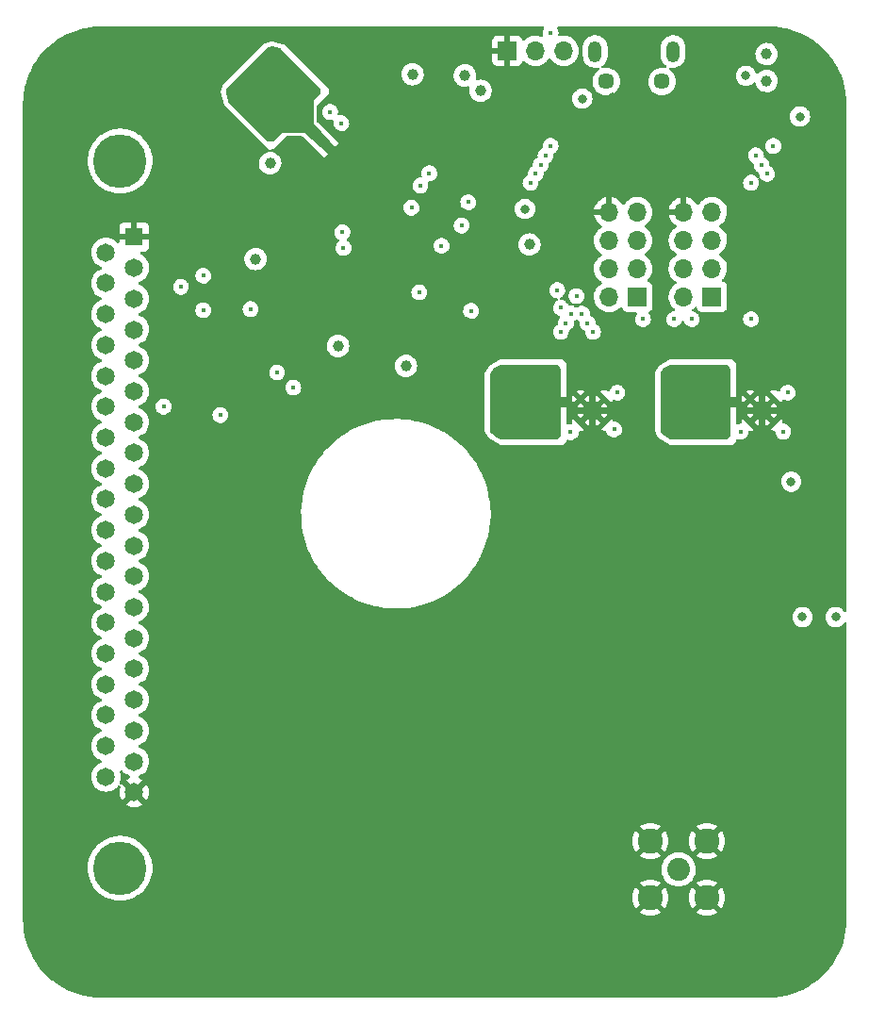
<source format=gbr>
%TF.GenerationSoftware,KiCad,Pcbnew,(6.0.1)*%
%TF.CreationDate,2022-01-25T11:54:45-06:00*%
%TF.ProjectId,Telemetry_KiCAD_Project,54656c65-6d65-4747-9279-5f4b69434144,rev?*%
%TF.SameCoordinates,Original*%
%TF.FileFunction,Copper,L2,Inr*%
%TF.FilePolarity,Positive*%
%FSLAX46Y46*%
G04 Gerber Fmt 4.6, Leading zero omitted, Abs format (unit mm)*
G04 Created by KiCad (PCBNEW (6.0.1)) date 2022-01-25 11:54:45*
%MOMM*%
%LPD*%
G01*
G04 APERTURE LIST*
%TA.AperFunction,ComponentPad*%
%ADD10C,2.050000*%
%TD*%
%TA.AperFunction,ComponentPad*%
%ADD11C,2.250000*%
%TD*%
%TA.AperFunction,ComponentPad*%
%ADD12R,1.650000X1.650000*%
%TD*%
%TA.AperFunction,ComponentPad*%
%ADD13C,1.650000*%
%TD*%
%TA.AperFunction,ComponentPad*%
%ADD14C,4.800000*%
%TD*%
%TA.AperFunction,ComponentPad*%
%ADD15C,0.500000*%
%TD*%
%TA.AperFunction,ComponentPad*%
%ADD16O,1.200000X1.900000*%
%TD*%
%TA.AperFunction,ComponentPad*%
%ADD17C,1.450000*%
%TD*%
%TA.AperFunction,ComponentPad*%
%ADD18R,1.700000X1.700000*%
%TD*%
%TA.AperFunction,ComponentPad*%
%ADD19O,1.700000X1.700000*%
%TD*%
%TA.AperFunction,ViaPad*%
%ADD20C,0.800000*%
%TD*%
%TA.AperFunction,ViaPad*%
%ADD21C,1.000000*%
%TD*%
%TA.AperFunction,ViaPad*%
%ADD22C,0.400000*%
%TD*%
G04 APERTURE END LIST*
D10*
%TO.N,/RSD_Duplexer/Antenna*%
%TO.C,J3*%
X141900000Y-130400000D03*
D11*
%TO.N,GND*%
X139360000Y-127860000D03*
X139360000Y-132940000D03*
X144440000Y-132940000D03*
X144440000Y-127860000D03*
%TD*%
D12*
%TO.N,GND*%
%TO.C,J5*%
X93000000Y-73625000D03*
D13*
%TO.N,+3V3*%
X93000000Y-76395000D03*
%TO.N,/37 Pin DSUB/t_miso*%
X93000000Y-79165000D03*
%TO.N,/37 Pin DSUB/SWDIO*%
X93000000Y-81935000D03*
%TO.N,/37 Pin DSUB/Alert_scl*%
X93000000Y-84705000D03*
%TO.N,/37 Pin DSUB/Alert_Active*%
X93000000Y-87475000D03*
%TO.N,/37 Pin DSUB/Fire*%
X93000000Y-90245000D03*
%TO.N,unconnected-(J5-Pad8)*%
X93000000Y-93015000D03*
%TO.N,unconnected-(J5-Pad9)*%
X93000000Y-95785000D03*
%TO.N,unconnected-(J5-Pad10)*%
X93000000Y-98555000D03*
%TO.N,unconnected-(J5-Pad11)*%
X93000000Y-101325000D03*
%TO.N,unconnected-(J5-Pad12)*%
X93000000Y-104095000D03*
%TO.N,unconnected-(J5-Pad13)*%
X93000000Y-106865000D03*
%TO.N,unconnected-(J5-Pad14)*%
X93000000Y-109635000D03*
%TO.N,unconnected-(J5-Pad15)*%
X93000000Y-112405000D03*
%TO.N,unconnected-(J5-Pad16)*%
X93000000Y-115175000D03*
%TO.N,unconnected-(J5-Pad17)*%
X93000000Y-117945000D03*
%TO.N,+3V3*%
X93000000Y-120715000D03*
%TO.N,GND*%
X93000000Y-123485000D03*
%TO.N,+5V*%
X90460000Y-75010000D03*
%TO.N,/37 Pin DSUB/t_mosi*%
X90460000Y-77780000D03*
%TO.N,/37 Pin DSUB/t_clk*%
X90460000Y-80550000D03*
%TO.N,/37 Pin DSUB/SWCLK*%
X90460000Y-83320000D03*
%TO.N,/37 Pin DSUB/Alert_sda*%
X90460000Y-86090000D03*
%TO.N,/37 Pin DSUB/NRST*%
X90460000Y-88860000D03*
%TO.N,/37 Pin DSUB/Fire_redundant*%
X90460000Y-91630000D03*
%TO.N,unconnected-(J5-Pad27)*%
X90460000Y-94400000D03*
%TO.N,unconnected-(J5-Pad28)*%
X90460000Y-97170000D03*
%TO.N,unconnected-(J5-Pad29)*%
X90460000Y-99940000D03*
%TO.N,unconnected-(J5-Pad30)*%
X90460000Y-102710000D03*
%TO.N,unconnected-(J5-Pad31)*%
X90460000Y-105480000D03*
%TO.N,unconnected-(J5-Pad32)*%
X90460000Y-108250000D03*
%TO.N,unconnected-(J5-Pad33)*%
X90460000Y-111020000D03*
%TO.N,unconnected-(J5-Pad34)*%
X90460000Y-113790000D03*
%TO.N,unconnected-(J5-Pad35)*%
X90460000Y-116560000D03*
%TO.N,unconnected-(J5-Pad36)*%
X90460000Y-119330000D03*
%TO.N,+5V*%
X90460000Y-122100000D03*
D14*
%TO.N,N/C*%
X91730000Y-66805000D03*
X91730000Y-130305000D03*
%TD*%
D15*
%TO.N,GND*%
%TO.C,U1*%
X135200000Y-88150000D03*
X135200000Y-90250000D03*
X133100000Y-88150000D03*
X133100000Y-90250000D03*
%TD*%
D16*
%TO.N,N/C*%
%TO.C,J4*%
X141400000Y-56962500D03*
D17*
X135400000Y-59662500D03*
D16*
X134400000Y-56962500D03*
D17*
X140400000Y-59662500D03*
%TD*%
D15*
%TO.N,GND*%
%TO.C,U6*%
X150450000Y-88150000D03*
X150450000Y-90250000D03*
X148350000Y-90250000D03*
X148350000Y-88150000D03*
%TD*%
D18*
%TO.N,/~{RX_SEL}*%
%TO.C,J2*%
X138190000Y-79000000D03*
D19*
%TO.N,/~{RX_IRQ}*%
X135650000Y-79000000D03*
%TO.N,/RX_SDI*%
X138190000Y-76460000D03*
%TO.N,/RX_SDO*%
X135650000Y-76460000D03*
%TO.N,/RX_SCL*%
X138190000Y-73920000D03*
%TO.N,/RX_RST*%
X135650000Y-73920000D03*
%TO.N,unconnected-(J2-Pad7)*%
X138190000Y-71380000D03*
%TO.N,GND*%
X135650000Y-71380000D03*
%TD*%
D18*
%TO.N,/~{TX_SEL}*%
%TO.C,J1*%
X144890000Y-78980001D03*
D19*
%TO.N,/~{TX_IRQ}*%
X142350000Y-78980001D03*
%TO.N,/TX_SDI*%
X144890000Y-76440001D03*
%TO.N,/TX_SDO*%
X142350000Y-76440001D03*
%TO.N,/TX_SCL*%
X144890000Y-73900001D03*
%TO.N,/TX_RST*%
X142350000Y-73900001D03*
%TO.N,unconnected-(J1-Pad7)*%
X144890000Y-71360001D03*
%TO.N,GND*%
X142350000Y-71360001D03*
%TD*%
D18*
%TO.N,GND*%
%TO.C,JP1*%
X126500000Y-56900000D03*
D19*
%TO.N,Net-(JP1-Pad2)*%
X129040000Y-56900000D03*
%TO.N,+3V3*%
X131580000Y-56900000D03*
%TD*%
D20*
%TO.N,GND*%
X148036958Y-120414689D03*
X134382863Y-118570544D03*
X149976483Y-117482312D03*
X147279474Y-118188394D03*
X149107400Y-119065500D03*
X143987243Y-121612650D03*
X133699912Y-117199764D03*
X148617940Y-115334061D03*
X148080930Y-116823278D03*
X140923665Y-122714234D03*
X138646032Y-120466107D03*
X146816934Y-121632815D03*
X145588527Y-122842696D03*
X133100000Y-115220000D03*
X137507216Y-119342044D03*
X135154039Y-115228042D03*
X142857764Y-122725096D03*
X136294006Y-120954717D03*
X137384884Y-122031463D03*
X139784849Y-121590171D03*
X135255101Y-119829256D03*
X135680618Y-116736541D03*
X139566640Y-124184955D03*
X144360121Y-124052577D03*
X146246201Y-119387759D03*
X136474418Y-118122929D03*
X138475762Y-123108209D03*
X145116722Y-120500205D03*
X141890000Y-123680000D03*
X141899999Y-133731193D03*
X143650000Y-125650000D03*
X145230213Y-130519787D03*
X138568805Y-130399999D03*
X140150000Y-125650000D03*
D21*
X116500000Y-63800000D03*
X124000000Y-72700000D03*
D22*
X125450000Y-85940000D03*
X147500000Y-82521428D03*
X147500000Y-73407142D03*
X147500000Y-80242857D03*
X147500000Y-71128571D03*
X147400000Y-78314285D03*
X147500000Y-75685714D03*
D20*
X154710000Y-86030000D03*
X152630000Y-86030000D03*
D22*
X140709999Y-91010000D03*
D20*
X130900000Y-97000000D03*
X130900000Y-97000000D03*
X130680000Y-94960000D03*
X127410000Y-93060000D03*
X129730000Y-93060000D03*
X151990000Y-103540000D03*
X130900000Y-99050000D03*
X130900000Y-101100000D03*
X130900000Y-107250000D03*
X130900000Y-103150000D03*
X130900000Y-109300000D03*
X130900000Y-111350000D03*
X130900000Y-105200000D03*
X148110000Y-102990000D03*
X148110000Y-105890000D03*
X135090000Y-109350000D03*
X148105000Y-96000000D03*
X132730000Y-108490000D03*
D22*
X135609999Y-126025000D03*
X135609999Y-130825000D03*
X135609999Y-135625000D03*
X147609999Y-128425000D03*
X147609999Y-133225000D03*
X147609999Y-123625000D03*
D20*
X146700000Y-96970000D03*
X146700000Y-101010000D03*
X146700000Y-98990000D03*
X146700000Y-105050000D03*
X146740000Y-111110000D03*
X146700000Y-103030000D03*
X146700000Y-107070000D03*
X146700000Y-109090000D03*
X147220553Y-112509447D03*
D22*
X96000000Y-80630000D03*
X102400000Y-80628120D03*
D20*
X135880000Y-92080000D03*
X139040000Y-91190000D03*
X140580000Y-93020000D03*
X144423374Y-83800000D03*
X139025000Y-85700000D03*
X139020000Y-87530000D03*
X140550124Y-83865808D03*
X142486749Y-83800000D03*
X139020000Y-89360000D03*
X146360000Y-83800000D03*
X147460000Y-85210000D03*
X147300000Y-93060000D03*
D22*
X107709999Y-65625000D03*
X145500000Y-81771428D03*
X116001183Y-66212958D03*
X111200000Y-69609998D03*
X116001183Y-69607070D03*
X97909999Y-72725000D03*
X100310000Y-75125000D03*
X102609999Y-69725000D03*
X95409999Y-62525000D03*
X97809999Y-64925000D03*
X100209999Y-67325000D03*
X97809999Y-69725000D03*
X97809999Y-60125000D03*
X100209999Y-57725000D03*
X100209999Y-62525000D03*
X154809999Y-118825000D03*
X109209999Y-118825000D03*
X104409999Y-128425000D03*
X118809999Y-133225000D03*
X100600000Y-63800000D03*
X97209999Y-126025000D03*
X116409999Y-111625000D03*
D20*
X136900000Y-105200000D03*
D22*
X104409999Y-133225000D03*
X114009999Y-128425000D03*
X126009999Y-135625000D03*
X85209999Y-97225000D03*
D21*
X147950000Y-55500000D03*
D22*
X140409999Y-116425000D03*
X133209999Y-133225000D03*
D21*
X115700000Y-85200000D03*
D22*
X105800000Y-101900000D03*
D20*
X154710000Y-90190000D03*
D22*
X133725224Y-64450000D03*
D21*
X105100000Y-70800000D03*
D22*
X123609999Y-109225000D03*
X128409999Y-133225000D03*
X118809999Y-138025000D03*
X85209999Y-130825000D03*
X105800000Y-98500000D03*
X116409999Y-126025000D03*
D20*
X154710000Y-98510000D03*
D22*
X106809999Y-130825000D03*
X121209999Y-135625000D03*
X99609999Y-133225000D03*
X121209999Y-111625000D03*
X87609999Y-138025000D03*
D20*
X148088823Y-113561177D03*
D22*
X106809999Y-111625000D03*
X106400000Y-90900000D03*
X147965653Y-64450000D03*
D20*
X131110000Y-83800000D03*
D22*
X97209999Y-138025000D03*
X121209999Y-121225000D03*
D21*
X129700000Y-75600000D03*
D22*
X130056531Y-64450000D03*
X98200000Y-80630000D03*
X111609999Y-135625000D03*
X102009999Y-130825000D03*
X150009999Y-126025000D03*
X142809999Y-104425000D03*
D20*
X153912983Y-112562983D03*
X136900000Y-111350000D03*
D22*
X99609999Y-123625000D03*
X133209999Y-123625000D03*
D20*
X132312500Y-113837500D03*
D22*
X130940627Y-72102818D03*
X143896959Y-64450000D03*
X142809999Y-114025000D03*
X111000920Y-80327506D03*
X102521023Y-92628120D03*
D20*
X137110000Y-94930000D03*
D22*
X121209999Y-116425000D03*
X123609999Y-128425000D03*
X105800000Y-95100000D03*
X134079672Y-69750000D03*
X114600000Y-60500000D03*
X116200000Y-76909999D03*
D20*
X136900000Y-107250000D03*
X136900000Y-103150000D03*
X125300124Y-83865808D03*
D22*
X109209999Y-138025000D03*
X85209999Y-102025000D03*
X92409999Y-138025000D03*
X151100000Y-78315714D03*
D20*
X152109140Y-113569140D03*
D22*
X106809999Y-116425000D03*
X140409999Y-97225000D03*
X118600000Y-74509999D03*
X106809999Y-121225000D03*
X97209999Y-121225000D03*
X114009999Y-138025000D03*
X85209999Y-135625000D03*
X102009999Y-135625000D03*
X104409999Y-114025000D03*
X150009999Y-130825000D03*
X142809999Y-138025000D03*
X151200000Y-73408571D03*
D21*
X112500000Y-84600000D03*
D20*
X132210000Y-85210000D03*
X135784999Y-113814999D03*
D22*
X99609999Y-118825000D03*
D20*
X131326825Y-112793175D03*
X154710000Y-88110000D03*
D22*
X114009999Y-123625000D03*
X123609999Y-123625000D03*
X99609999Y-109225000D03*
X129988150Y-69750000D03*
X133209999Y-128425000D03*
X102009999Y-121225000D03*
D20*
X123775000Y-85700000D03*
X136010000Y-61060000D03*
X123770000Y-87530000D03*
D21*
X113500000Y-66900000D03*
D22*
X152409999Y-133225000D03*
X112607070Y-69607070D03*
X94809999Y-135625000D03*
X102009999Y-126025000D03*
D20*
X146480000Y-94930000D03*
D22*
X142809999Y-109225000D03*
X85209999Y-92425000D03*
D20*
X129173374Y-83800000D03*
D22*
X90009999Y-135625000D03*
X146354238Y-69750000D03*
D21*
X105412132Y-72849390D03*
D22*
X133140627Y-72289828D03*
X109664903Y-85199057D03*
D20*
X154710000Y-92270000D03*
D22*
X128409999Y-138025000D03*
X130809999Y-126025000D03*
X125460000Y-90985000D03*
D20*
X127236749Y-83800000D03*
D22*
X141862612Y-64450000D03*
X99609999Y-114025000D03*
D20*
X129850000Y-71100000D03*
D22*
X137793918Y-64450000D03*
D20*
X154710000Y-104750000D03*
D22*
X139828265Y-64450000D03*
X151200000Y-71130000D03*
X97209999Y-111625000D03*
D21*
X116500000Y-80200000D03*
D20*
X136900000Y-99050000D03*
D22*
X123609999Y-118825000D03*
X127942389Y-69750000D03*
D21*
X108200000Y-72000000D03*
D22*
X110192930Y-72001183D03*
X85209999Y-111625000D03*
D20*
X136900000Y-109300000D03*
D22*
X126009999Y-130825000D03*
X111609999Y-111625000D03*
X85209999Y-68425000D03*
X152900000Y-67400000D03*
X109209999Y-114025000D03*
X152409999Y-121225000D03*
X128409999Y-128425000D03*
X104050000Y-58150000D03*
D20*
X154710000Y-108910000D03*
D22*
X114009999Y-118825000D03*
X104409999Y-123625000D03*
X140720001Y-85880000D03*
D20*
X154710000Y-102670000D03*
X151130000Y-106520000D03*
D22*
X133209999Y-138025000D03*
X105800000Y-96800000D03*
X121209999Y-130825000D03*
X85209999Y-73225000D03*
X99609999Y-128425000D03*
D20*
X145133187Y-93533187D03*
D22*
X121209999Y-126025000D03*
X106604881Y-88259079D03*
D21*
X147950000Y-57500000D03*
D22*
X104409999Y-138025000D03*
X102009999Y-106825000D03*
X104409999Y-104425000D03*
X113500000Y-59400000D03*
D20*
X136900000Y-101100000D03*
X128150000Y-61200000D03*
D22*
X154809999Y-130825000D03*
X97209999Y-116425000D03*
X114009999Y-133225000D03*
D20*
X150700000Y-64200000D03*
D22*
X154809999Y-135625000D03*
X85209999Y-82825000D03*
X102009999Y-116425000D03*
X109209999Y-123625000D03*
X126009999Y-111625000D03*
X151100000Y-82521429D03*
D20*
X150730000Y-115330000D03*
D22*
X145931306Y-64450000D03*
D21*
X116500000Y-57100000D03*
D22*
X85209999Y-116425000D03*
X126009999Y-121225000D03*
X85209999Y-87625000D03*
X85209999Y-106825000D03*
X97209999Y-130825000D03*
X150009999Y-135625000D03*
D20*
X123790000Y-91190000D03*
D22*
X104409999Y-109225000D03*
X130809999Y-130825000D03*
X85209999Y-63625000D03*
X151100000Y-80244286D03*
X118809999Y-114025000D03*
X128409999Y-123625000D03*
X152900000Y-69678571D03*
X103544860Y-91319100D03*
X140409999Y-111625000D03*
X118809999Y-123625000D03*
X135759571Y-64450000D03*
X97209999Y-106825000D03*
X113587042Y-72001183D03*
X126009999Y-126025000D03*
X116409999Y-135625000D03*
X99609999Y-104425000D03*
D20*
X154710000Y-94350000D03*
D22*
X142809999Y-99625000D03*
X105074871Y-89789089D03*
D20*
X132050000Y-93060000D03*
D22*
X130809999Y-121225000D03*
X116409999Y-121225000D03*
D20*
X154710000Y-106830000D03*
D22*
X128022184Y-64450000D03*
D20*
X154710000Y-96430000D03*
D22*
X111609999Y-121225000D03*
X116409999Y-116425000D03*
X85209999Y-121225000D03*
D20*
X138514565Y-93504565D03*
X136900000Y-97000000D03*
D22*
X109209999Y-133225000D03*
X130940627Y-74308782D03*
X104409999Y-118825000D03*
X123609999Y-138025000D03*
X102009999Y-111625000D03*
X100236853Y-80630000D03*
X109900000Y-87500000D03*
X106809999Y-126025000D03*
X123609999Y-114025000D03*
X151200000Y-75687143D03*
X142262716Y-69750000D03*
D20*
X154710000Y-110990000D03*
D22*
X140409999Y-106825000D03*
X100236853Y-92630000D03*
X140409999Y-102025000D03*
D20*
X136631987Y-112801987D03*
D22*
X109514671Y-81813755D03*
X138171194Y-69750000D03*
X111609999Y-130825000D03*
X109209999Y-109225000D03*
X125000000Y-55400000D03*
X114009999Y-114025000D03*
D21*
X119100000Y-57800000D03*
D22*
X85209999Y-126025000D03*
X126009999Y-116425000D03*
X111609999Y-126025000D03*
X151400000Y-65850000D03*
D20*
X125090000Y-92830000D03*
D22*
X109209999Y-128425000D03*
X111609999Y-116425000D03*
X128409999Y-118825000D03*
X144308477Y-69750000D03*
X140216955Y-69750000D03*
X136125433Y-69750000D03*
X85209999Y-78025000D03*
X123609999Y-133225000D03*
D20*
X123770000Y-89360000D03*
D22*
X152409999Y-138025000D03*
X124779758Y-66548668D03*
X154809999Y-123625000D03*
X118809999Y-128425000D03*
X106809999Y-135625000D03*
X126218258Y-65110168D03*
X130809999Y-135625000D03*
X105800000Y-100200000D03*
X116409999Y-130825000D03*
X138009999Y-138025000D03*
X102875000Y-59325000D03*
X147609999Y-138025000D03*
D20*
X154710000Y-100590000D03*
D22*
X118809999Y-118825000D03*
X151100000Y-84800000D03*
D20*
X148000000Y-110400000D03*
D22*
X85209999Y-58825000D03*
X152409999Y-128425000D03*
X133140627Y-74312002D03*
D20*
%TO.N,+3V3*%
X152015000Y-95590000D03*
D21*
X128500000Y-74300000D03*
D22*
X111600000Y-63400000D03*
D21*
X105200000Y-67000000D03*
D22*
X151300000Y-91100000D03*
X151700000Y-87600000D03*
D21*
X103900000Y-75600000D03*
D22*
X136400000Y-87600000D03*
D21*
X122700000Y-59100000D03*
D20*
X128100000Y-71100000D03*
D22*
X130400000Y-55300000D03*
D21*
X124100000Y-60500000D03*
D22*
X136100000Y-90900000D03*
D21*
X117400000Y-85200000D03*
X149800000Y-59600000D03*
X149800000Y-57200000D03*
X111300000Y-83400000D03*
D22*
X110600000Y-62400000D03*
D21*
X118000000Y-59000000D03*
D20*
%TO.N,+5V*%
X147950000Y-59150000D03*
X133250000Y-61200000D03*
X152800000Y-62800000D03*
X156000000Y-107750000D03*
X153030000Y-107740000D03*
D22*
%TO.N,/37 Pin DSUB/NRST*%
X99200000Y-80200000D03*
X99200000Y-77100000D03*
X95640000Y-88860000D03*
X100730000Y-89620000D03*
%TO.N,/~{TX_SEL}*%
X138700000Y-81000000D03*
X141500000Y-81000000D03*
X118600000Y-78600000D03*
X143080001Y-81000000D03*
%TO.N,/~{TX_IRQ}*%
X130400000Y-65450000D03*
X150400000Y-65450000D03*
%TO.N,/TX_SDI*%
X148850000Y-66300000D03*
X129950000Y-66300000D03*
%TO.N,/TX_SDO*%
X149350000Y-67150000D03*
X129500000Y-67150000D03*
%TO.N,/TX_SCL*%
X149850000Y-67950000D03*
X129050000Y-67950000D03*
%TO.N,/TX_RST*%
X128600000Y-68750000D03*
X148400000Y-81000000D03*
X148400000Y-68750000D03*
X147450000Y-91100000D03*
%TO.N,/RX_RST*%
X123250000Y-80250000D03*
X132200000Y-91150000D03*
X131325000Y-79975000D03*
%TO.N,/RX_SCL*%
X134220000Y-82155000D03*
X131320000Y-82155000D03*
%TO.N,/RX_SDO*%
X131770000Y-81355000D03*
X133720000Y-81355000D03*
%TO.N,/RX_SDI*%
X133220000Y-80505000D03*
X132220000Y-80505000D03*
%TO.N,/~{RX_IRQ}*%
X131000000Y-78400000D03*
%TO.N,/~{RX_SEL}*%
X132725000Y-78925000D03*
X123000000Y-70500000D03*
%TO.N,/37 Pin DSUB/Alert_scl*%
X118700000Y-69000000D03*
%TO.N,/37 Pin DSUB/Alert_Active*%
X119500000Y-67900000D03*
%TO.N,/37 Pin DSUB/Fire_redundant*%
X107290000Y-87140000D03*
%TO.N,/37 Pin DSUB/SWCLK*%
X120600000Y-74400000D03*
X122400000Y-72600000D03*
X111800000Y-74600000D03*
%TO.N,/37 Pin DSUB/t_clk*%
X97200000Y-78100000D03*
%TO.N,/37 Pin DSUB/t_mosi*%
X103450253Y-80100000D03*
%TO.N,/37 Pin DSUB/Alert_sda*%
X117900000Y-71000000D03*
%TO.N,/37 Pin DSUB/Fire*%
X105830000Y-85790000D03*
%TO.N,/37 Pin DSUB/SWDIO*%
X111700000Y-73200000D03*
%TD*%
%TA.AperFunction,Conductor*%
%TO.N,GND*%
G36*
X129781227Y-54720002D02*
G01*
X129827720Y-54773658D01*
X129837824Y-54843932D01*
X129816192Y-54898451D01*
X129775382Y-54956517D01*
X129775379Y-54956523D01*
X129771010Y-54962739D01*
X129708718Y-55122509D01*
X129707726Y-55130042D01*
X129707726Y-55130043D01*
X129691691Y-55251846D01*
X129686335Y-55292526D01*
X129695744Y-55377751D01*
X129702373Y-55437790D01*
X129705153Y-55462975D01*
X129707763Y-55470108D01*
X129707764Y-55470111D01*
X129710391Y-55477290D01*
X129715017Y-55548136D01*
X129680606Y-55610236D01*
X129618084Y-55643874D01*
X129550006Y-55639363D01*
X129478832Y-55614159D01*
X129393087Y-55583795D01*
X129393083Y-55583794D01*
X129388212Y-55582069D01*
X129383119Y-55581162D01*
X129383116Y-55581161D01*
X129173373Y-55543800D01*
X129173367Y-55543799D01*
X129168284Y-55542894D01*
X129094452Y-55541992D01*
X128950081Y-55540228D01*
X128950079Y-55540228D01*
X128944911Y-55540165D01*
X128724091Y-55573955D01*
X128511756Y-55643357D01*
X128313607Y-55746507D01*
X128309474Y-55749610D01*
X128309471Y-55749612D01*
X128176702Y-55849298D01*
X128134965Y-55880635D01*
X128131393Y-55884373D01*
X128053898Y-55965466D01*
X127992374Y-56000895D01*
X127921462Y-55997438D01*
X127863676Y-55956192D01*
X127844823Y-55922644D01*
X127803324Y-55811946D01*
X127794786Y-55796351D01*
X127718285Y-55694276D01*
X127705724Y-55681715D01*
X127603649Y-55605214D01*
X127588054Y-55596676D01*
X127467606Y-55551522D01*
X127452351Y-55547895D01*
X127401486Y-55542369D01*
X127394672Y-55542000D01*
X126772115Y-55542000D01*
X126756876Y-55546475D01*
X126755671Y-55547865D01*
X126754000Y-55555548D01*
X126754000Y-58239884D01*
X126758475Y-58255123D01*
X126759865Y-58256328D01*
X126767548Y-58257999D01*
X127394669Y-58257999D01*
X127401490Y-58257629D01*
X127452352Y-58252105D01*
X127467604Y-58248479D01*
X127588054Y-58203324D01*
X127603649Y-58194786D01*
X127705724Y-58118285D01*
X127718285Y-58105724D01*
X127794786Y-58003649D01*
X127803324Y-57988054D01*
X127844225Y-57878952D01*
X127886867Y-57822188D01*
X127953428Y-57797488D01*
X128022777Y-57812696D01*
X128057444Y-57840684D01*
X128082865Y-57870031D01*
X128082869Y-57870035D01*
X128086250Y-57873938D01*
X128222006Y-57986645D01*
X128246132Y-58006674D01*
X128258126Y-58016632D01*
X128451000Y-58129338D01*
X128455825Y-58131180D01*
X128455826Y-58131181D01*
X128495830Y-58146457D01*
X128659692Y-58209030D01*
X128664760Y-58210061D01*
X128664763Y-58210062D01*
X128772017Y-58231883D01*
X128878597Y-58253567D01*
X128883772Y-58253757D01*
X128883774Y-58253757D01*
X129096673Y-58261564D01*
X129096677Y-58261564D01*
X129101837Y-58261753D01*
X129106957Y-58261097D01*
X129106959Y-58261097D01*
X129318288Y-58234025D01*
X129318289Y-58234025D01*
X129323416Y-58233368D01*
X129328366Y-58231883D01*
X129532429Y-58170661D01*
X129532434Y-58170659D01*
X129537384Y-58169174D01*
X129737994Y-58070896D01*
X129919860Y-57941173D01*
X129942317Y-57918795D01*
X130036488Y-57824952D01*
X130078096Y-57783489D01*
X130094444Y-57760739D01*
X130208453Y-57602077D01*
X130209776Y-57603028D01*
X130256645Y-57559857D01*
X130326580Y-57547625D01*
X130392026Y-57575144D01*
X130419875Y-57606994D01*
X130479987Y-57705088D01*
X130626250Y-57873938D01*
X130762006Y-57986645D01*
X130786132Y-58006674D01*
X130798126Y-58016632D01*
X130991000Y-58129338D01*
X130995825Y-58131180D01*
X130995826Y-58131181D01*
X131035830Y-58146457D01*
X131199692Y-58209030D01*
X131204760Y-58210061D01*
X131204763Y-58210062D01*
X131312017Y-58231883D01*
X131418597Y-58253567D01*
X131423772Y-58253757D01*
X131423774Y-58253757D01*
X131636673Y-58261564D01*
X131636677Y-58261564D01*
X131641837Y-58261753D01*
X131646957Y-58261097D01*
X131646959Y-58261097D01*
X131858288Y-58234025D01*
X131858289Y-58234025D01*
X131863416Y-58233368D01*
X131868366Y-58231883D01*
X132072429Y-58170661D01*
X132072434Y-58170659D01*
X132077384Y-58169174D01*
X132277994Y-58070896D01*
X132459860Y-57941173D01*
X132482317Y-57918795D01*
X132576488Y-57824952D01*
X132618096Y-57783489D01*
X132634444Y-57760739D01*
X132745435Y-57606277D01*
X132748453Y-57602077D01*
X132765729Y-57567123D01*
X132845136Y-57406453D01*
X132845137Y-57406451D01*
X132847430Y-57401811D01*
X132858509Y-57365346D01*
X133291500Y-57365346D01*
X133306548Y-57523066D01*
X133366092Y-57726034D01*
X133368836Y-57731361D01*
X133368836Y-57731362D01*
X133459784Y-57907948D01*
X133462942Y-57914080D01*
X133593604Y-58080420D01*
X133598135Y-58084352D01*
X133598138Y-58084355D01*
X133689898Y-58163980D01*
X133753363Y-58219052D01*
X133758549Y-58222052D01*
X133758553Y-58222055D01*
X133877233Y-58290713D01*
X133936454Y-58324973D01*
X134136271Y-58394361D01*
X134142206Y-58395222D01*
X134142208Y-58395222D01*
X134339664Y-58423852D01*
X134339667Y-58423852D01*
X134345604Y-58424713D01*
X134556899Y-58414933D01*
X134633347Y-58396509D01*
X134704258Y-58399994D01*
X134762028Y-58441263D01*
X134788315Y-58507214D01*
X134774774Y-58576907D01*
X134735139Y-58622215D01*
X134614546Y-58706656D01*
X134604093Y-58713975D01*
X134451475Y-58866593D01*
X134448318Y-58871101D01*
X134448316Y-58871104D01*
X134429999Y-58897264D01*
X134327677Y-59043394D01*
X134325354Y-59048376D01*
X134325351Y-59048381D01*
X134243220Y-59224513D01*
X134236461Y-59239007D01*
X134235039Y-59244315D01*
X134235038Y-59244317D01*
X134182023Y-59442172D01*
X134180599Y-59447487D01*
X134161788Y-59662500D01*
X134180599Y-59877513D01*
X134182023Y-59882826D01*
X134182023Y-59882828D01*
X134228727Y-60057128D01*
X134236461Y-60085993D01*
X134238783Y-60090974D01*
X134238784Y-60090975D01*
X134325351Y-60276619D01*
X134325354Y-60276624D01*
X134327677Y-60281606D01*
X134364267Y-60333861D01*
X134419515Y-60412763D01*
X134451475Y-60458407D01*
X134604093Y-60611025D01*
X134780894Y-60734823D01*
X134785876Y-60737146D01*
X134785881Y-60737149D01*
X134971525Y-60823716D01*
X134976507Y-60826039D01*
X134981815Y-60827461D01*
X134981817Y-60827462D01*
X135179672Y-60880477D01*
X135179674Y-60880477D01*
X135184987Y-60881901D01*
X135400000Y-60900712D01*
X135615013Y-60881901D01*
X135620326Y-60880477D01*
X135620328Y-60880477D01*
X135818183Y-60827462D01*
X135818185Y-60827461D01*
X135823493Y-60826039D01*
X135828475Y-60823716D01*
X136014119Y-60737149D01*
X136014124Y-60737146D01*
X136019106Y-60734823D01*
X136195907Y-60611025D01*
X136348525Y-60458407D01*
X136380486Y-60412763D01*
X136435733Y-60333861D01*
X136472323Y-60281606D01*
X136474646Y-60276624D01*
X136474649Y-60276619D01*
X136561216Y-60090975D01*
X136561217Y-60090974D01*
X136563539Y-60085993D01*
X136571274Y-60057128D01*
X136617977Y-59882828D01*
X136617977Y-59882826D01*
X136619401Y-59877513D01*
X136638212Y-59662500D01*
X139161788Y-59662500D01*
X139180599Y-59877513D01*
X139182023Y-59882826D01*
X139182023Y-59882828D01*
X139228727Y-60057128D01*
X139236461Y-60085993D01*
X139238783Y-60090974D01*
X139238784Y-60090975D01*
X139325351Y-60276619D01*
X139325354Y-60276624D01*
X139327677Y-60281606D01*
X139364267Y-60333861D01*
X139419515Y-60412763D01*
X139451475Y-60458407D01*
X139604093Y-60611025D01*
X139780894Y-60734823D01*
X139785876Y-60737146D01*
X139785881Y-60737149D01*
X139971525Y-60823716D01*
X139976507Y-60826039D01*
X139981815Y-60827461D01*
X139981817Y-60827462D01*
X140179672Y-60880477D01*
X140179674Y-60880477D01*
X140184987Y-60881901D01*
X140400000Y-60900712D01*
X140615013Y-60881901D01*
X140620326Y-60880477D01*
X140620328Y-60880477D01*
X140818183Y-60827462D01*
X140818185Y-60827461D01*
X140823493Y-60826039D01*
X140828475Y-60823716D01*
X141014119Y-60737149D01*
X141014124Y-60737146D01*
X141019106Y-60734823D01*
X141195907Y-60611025D01*
X141348525Y-60458407D01*
X141380486Y-60412763D01*
X141435733Y-60333861D01*
X141472323Y-60281606D01*
X141474646Y-60276624D01*
X141474649Y-60276619D01*
X141561216Y-60090975D01*
X141561217Y-60090974D01*
X141563539Y-60085993D01*
X141571274Y-60057128D01*
X141617977Y-59882828D01*
X141617977Y-59882826D01*
X141619401Y-59877513D01*
X141638212Y-59662500D01*
X141619401Y-59447487D01*
X141617977Y-59442172D01*
X141564962Y-59244317D01*
X141564961Y-59244315D01*
X141563539Y-59239007D01*
X141556780Y-59224513D01*
X141522034Y-59150000D01*
X147036496Y-59150000D01*
X147037186Y-59156565D01*
X147055453Y-59330362D01*
X147056458Y-59339928D01*
X147115473Y-59521556D01*
X147118776Y-59527278D01*
X147118777Y-59527279D01*
X147141018Y-59565802D01*
X147210960Y-59686944D01*
X147215378Y-59691851D01*
X147215379Y-59691852D01*
X147311966Y-59799123D01*
X147338747Y-59828866D01*
X147392843Y-59868169D01*
X147476052Y-59928624D01*
X147493248Y-59941118D01*
X147499276Y-59943802D01*
X147499278Y-59943803D01*
X147622034Y-59998457D01*
X147667712Y-60018794D01*
X147761112Y-60038647D01*
X147848056Y-60057128D01*
X147848061Y-60057128D01*
X147854513Y-60058500D01*
X148045487Y-60058500D01*
X148051939Y-60057128D01*
X148051944Y-60057128D01*
X148138888Y-60038647D01*
X148232288Y-60018794D01*
X148277966Y-59998457D01*
X148400722Y-59943803D01*
X148400724Y-59943802D01*
X148406752Y-59941118D01*
X148423949Y-59928624D01*
X148507157Y-59868169D01*
X148561253Y-59828866D01*
X148602703Y-59782831D01*
X148663146Y-59745593D01*
X148734130Y-59746945D01*
X148793115Y-59786458D01*
X148817456Y-59832413D01*
X148850158Y-59946457D01*
X148857783Y-59973050D01*
X148884799Y-60025618D01*
X148929415Y-60112429D01*
X148948187Y-60148956D01*
X149071035Y-60303953D01*
X149075728Y-60307947D01*
X149075729Y-60307948D01*
X149194327Y-60408882D01*
X149221650Y-60432136D01*
X149394294Y-60528624D01*
X149582392Y-60589740D01*
X149778777Y-60613158D01*
X149784912Y-60612686D01*
X149784914Y-60612686D01*
X149969830Y-60598457D01*
X149969834Y-60598456D01*
X149975972Y-60597984D01*
X150166463Y-60544798D01*
X150171967Y-60542018D01*
X150171969Y-60542017D01*
X150337495Y-60458404D01*
X150337497Y-60458403D01*
X150342996Y-60455625D01*
X150498847Y-60333861D01*
X150628078Y-60184145D01*
X150725769Y-60012179D01*
X150788197Y-59824513D01*
X150812985Y-59628295D01*
X150813380Y-59600000D01*
X150794080Y-59403167D01*
X150776883Y-59346206D01*
X150738697Y-59219731D01*
X150736916Y-59213831D01*
X150644066Y-59039204D01*
X150563895Y-58940905D01*
X150522960Y-58890713D01*
X150522957Y-58890710D01*
X150519065Y-58885938D01*
X150512724Y-58880692D01*
X150371425Y-58763799D01*
X150371421Y-58763797D01*
X150366675Y-58759870D01*
X150192701Y-58665802D01*
X150003768Y-58607318D01*
X149997643Y-58606674D01*
X149997642Y-58606674D01*
X149813204Y-58587289D01*
X149813202Y-58587289D01*
X149807075Y-58586645D01*
X149733575Y-58593334D01*
X149616251Y-58604011D01*
X149616248Y-58604012D01*
X149610112Y-58604570D01*
X149604206Y-58606308D01*
X149604202Y-58606309D01*
X149550158Y-58622215D01*
X149420381Y-58660410D01*
X149414923Y-58663263D01*
X149414919Y-58663265D01*
X149353467Y-58695392D01*
X149245110Y-58752040D01*
X149090975Y-58875968D01*
X149087011Y-58880692D01*
X149039022Y-58937883D01*
X148979913Y-58977210D01*
X148908925Y-58978336D01*
X148848598Y-58940905D01*
X148822668Y-58895829D01*
X148790642Y-58797264D01*
X148784527Y-58778444D01*
X148767636Y-58749187D01*
X148736577Y-58695392D01*
X148689040Y-58613056D01*
X148683874Y-58607318D01*
X148565675Y-58476045D01*
X148565674Y-58476044D01*
X148561253Y-58471134D01*
X148462157Y-58399136D01*
X148412094Y-58362763D01*
X148412093Y-58362762D01*
X148406752Y-58358882D01*
X148400724Y-58356198D01*
X148400722Y-58356197D01*
X148238319Y-58283891D01*
X148238318Y-58283891D01*
X148232288Y-58281206D01*
X148123113Y-58258000D01*
X148051944Y-58242872D01*
X148051939Y-58242872D01*
X148045487Y-58241500D01*
X147854513Y-58241500D01*
X147848061Y-58242872D01*
X147848056Y-58242872D01*
X147776887Y-58258000D01*
X147667712Y-58281206D01*
X147661682Y-58283891D01*
X147661681Y-58283891D01*
X147499278Y-58356197D01*
X147499276Y-58356198D01*
X147493248Y-58358882D01*
X147487907Y-58362762D01*
X147487906Y-58362763D01*
X147437843Y-58399136D01*
X147338747Y-58471134D01*
X147334326Y-58476044D01*
X147334325Y-58476045D01*
X147216127Y-58607318D01*
X147210960Y-58613056D01*
X147163423Y-58695392D01*
X147132365Y-58749187D01*
X147115473Y-58778444D01*
X147056458Y-58960072D01*
X147055768Y-58966633D01*
X147055768Y-58966635D01*
X147041751Y-59100000D01*
X147036496Y-59150000D01*
X141522034Y-59150000D01*
X141474649Y-59048381D01*
X141474646Y-59048376D01*
X141472323Y-59043394D01*
X141370001Y-58897264D01*
X141351684Y-58871104D01*
X141351682Y-58871101D01*
X141348525Y-58866593D01*
X141195907Y-58713975D01*
X141185455Y-58706656D01*
X141069906Y-58625748D01*
X141025578Y-58570291D01*
X141018269Y-58499672D01*
X141050300Y-58436311D01*
X141111501Y-58400326D01*
X141160257Y-58397839D01*
X141339664Y-58423852D01*
X141339667Y-58423852D01*
X141345604Y-58424713D01*
X141556899Y-58414933D01*
X141718580Y-58375968D01*
X141756701Y-58366781D01*
X141756703Y-58366780D01*
X141762534Y-58365375D01*
X141767992Y-58362893D01*
X141767996Y-58362892D01*
X141883041Y-58310584D01*
X141955087Y-58277826D01*
X142115580Y-58163980D01*
X142122725Y-58158912D01*
X142122726Y-58158911D01*
X142127611Y-58155446D01*
X142273881Y-58002650D01*
X142388620Y-57824952D01*
X142438700Y-57700688D01*
X142465442Y-57634332D01*
X142465443Y-57634329D01*
X142467686Y-57628763D01*
X142508228Y-57421163D01*
X142508500Y-57415601D01*
X142508500Y-57185851D01*
X148786719Y-57185851D01*
X148787235Y-57191995D01*
X148802042Y-57368330D01*
X148803268Y-57382934D01*
X148857783Y-57573050D01*
X148874885Y-57606326D01*
X148936407Y-57726034D01*
X148948187Y-57748956D01*
X149071035Y-57903953D01*
X149075728Y-57907947D01*
X149075729Y-57907948D01*
X149206500Y-58019242D01*
X149221650Y-58032136D01*
X149394294Y-58128624D01*
X149582392Y-58189740D01*
X149778777Y-58213158D01*
X149784912Y-58212686D01*
X149784914Y-58212686D01*
X149969830Y-58198457D01*
X149969834Y-58198456D01*
X149975972Y-58197984D01*
X150166463Y-58144798D01*
X150171967Y-58142018D01*
X150171969Y-58142017D01*
X150337495Y-58058404D01*
X150337497Y-58058403D01*
X150342996Y-58055625D01*
X150498847Y-57933861D01*
X150628078Y-57784145D01*
X150725769Y-57612179D01*
X150788197Y-57424513D01*
X150812985Y-57228295D01*
X150813380Y-57200000D01*
X150794080Y-57003167D01*
X150784039Y-56969908D01*
X150761919Y-56896646D01*
X150736916Y-56813831D01*
X150644066Y-56639204D01*
X150569404Y-56547659D01*
X150522960Y-56490713D01*
X150522957Y-56490710D01*
X150519065Y-56485938D01*
X150512724Y-56480692D01*
X150371425Y-56363799D01*
X150371421Y-56363797D01*
X150366675Y-56359870D01*
X150192701Y-56265802D01*
X150003768Y-56207318D01*
X149997643Y-56206674D01*
X149997642Y-56206674D01*
X149813204Y-56187289D01*
X149813202Y-56187289D01*
X149807075Y-56186645D01*
X149730235Y-56193638D01*
X149616251Y-56204011D01*
X149616248Y-56204012D01*
X149610112Y-56204570D01*
X149604206Y-56206308D01*
X149604202Y-56206309D01*
X149534987Y-56226680D01*
X149420381Y-56260410D01*
X149414923Y-56263263D01*
X149414919Y-56263265D01*
X149340584Y-56302127D01*
X149245110Y-56352040D01*
X149090975Y-56475968D01*
X149087011Y-56480692D01*
X149082609Y-56485938D01*
X148963846Y-56627474D01*
X148960879Y-56632872D01*
X148960875Y-56632877D01*
X148912857Y-56720223D01*
X148868567Y-56800787D01*
X148866706Y-56806654D01*
X148866705Y-56806656D01*
X148817034Y-56963240D01*
X148808765Y-56989306D01*
X148786719Y-57185851D01*
X142508500Y-57185851D01*
X142508500Y-56559654D01*
X142493452Y-56401934D01*
X142433908Y-56198966D01*
X142366599Y-56068277D01*
X142339804Y-56016251D01*
X142339802Y-56016248D01*
X142337058Y-56010920D01*
X142206396Y-55844580D01*
X142201865Y-55840648D01*
X142201862Y-55840645D01*
X142051167Y-55709879D01*
X142046637Y-55705948D01*
X142041451Y-55702948D01*
X142041447Y-55702945D01*
X141868742Y-55603033D01*
X141863546Y-55600027D01*
X141663729Y-55530639D01*
X141657794Y-55529778D01*
X141657792Y-55529778D01*
X141460336Y-55501148D01*
X141460333Y-55501148D01*
X141454396Y-55500287D01*
X141243101Y-55510067D01*
X141118213Y-55540165D01*
X141043299Y-55558219D01*
X141043297Y-55558220D01*
X141037466Y-55559625D01*
X141032008Y-55562107D01*
X141032004Y-55562108D01*
X140937199Y-55605214D01*
X140844913Y-55647174D01*
X140672389Y-55769554D01*
X140526119Y-55922350D01*
X140411380Y-56100048D01*
X140409137Y-56105614D01*
X140343399Y-56268732D01*
X140332314Y-56296237D01*
X140291772Y-56503837D01*
X140291500Y-56509399D01*
X140291500Y-57365346D01*
X140306548Y-57523066D01*
X140366092Y-57726034D01*
X140368836Y-57731361D01*
X140368836Y-57731362D01*
X140459784Y-57907948D01*
X140462942Y-57914080D01*
X140593604Y-58080420D01*
X140598135Y-58084352D01*
X140598138Y-58084355D01*
X140689898Y-58163980D01*
X140753363Y-58219052D01*
X140764182Y-58225311D01*
X140768508Y-58227814D01*
X140817455Y-58279241D01*
X140830828Y-58348967D01*
X140804381Y-58414854D01*
X140746511Y-58455983D01*
X140672797Y-58458582D01*
X140620335Y-58444524D01*
X140620324Y-58444522D01*
X140615013Y-58443099D01*
X140400000Y-58424288D01*
X140184987Y-58443099D01*
X140179674Y-58444523D01*
X140179672Y-58444523D01*
X139981817Y-58497538D01*
X139981815Y-58497539D01*
X139976507Y-58498961D01*
X139971526Y-58501283D01*
X139971525Y-58501284D01*
X139785881Y-58587851D01*
X139785876Y-58587854D01*
X139780894Y-58590177D01*
X139730094Y-58625748D01*
X139614546Y-58706656D01*
X139604093Y-58713975D01*
X139451475Y-58866593D01*
X139448318Y-58871101D01*
X139448316Y-58871104D01*
X139429999Y-58897264D01*
X139327677Y-59043394D01*
X139325354Y-59048376D01*
X139325351Y-59048381D01*
X139243220Y-59224513D01*
X139236461Y-59239007D01*
X139235039Y-59244315D01*
X139235038Y-59244317D01*
X139182023Y-59442172D01*
X139180599Y-59447487D01*
X139161788Y-59662500D01*
X136638212Y-59662500D01*
X136619401Y-59447487D01*
X136617977Y-59442172D01*
X136564962Y-59244317D01*
X136564961Y-59244315D01*
X136563539Y-59239007D01*
X136556780Y-59224513D01*
X136474649Y-59048381D01*
X136474646Y-59048376D01*
X136472323Y-59043394D01*
X136370001Y-58897264D01*
X136351684Y-58871104D01*
X136351682Y-58871101D01*
X136348525Y-58866593D01*
X136195907Y-58713975D01*
X136185455Y-58706656D01*
X136069906Y-58625748D01*
X136019106Y-58590177D01*
X136014124Y-58587854D01*
X136014119Y-58587851D01*
X135828475Y-58501284D01*
X135828474Y-58501283D01*
X135823493Y-58498961D01*
X135818185Y-58497539D01*
X135818183Y-58497538D01*
X135620328Y-58444523D01*
X135620326Y-58444523D01*
X135615013Y-58443099D01*
X135400000Y-58424288D01*
X135184987Y-58443099D01*
X135179674Y-58444523D01*
X135179672Y-58444523D01*
X135119216Y-58460722D01*
X135048239Y-58459032D01*
X134989444Y-58419238D01*
X134961496Y-58353973D01*
X134973270Y-58283960D01*
X135013705Y-58236245D01*
X135015523Y-58234956D01*
X135115580Y-58163980D01*
X135122725Y-58158912D01*
X135122726Y-58158911D01*
X135127611Y-58155446D01*
X135273881Y-58002650D01*
X135388620Y-57824952D01*
X135438700Y-57700688D01*
X135465442Y-57634332D01*
X135465443Y-57634329D01*
X135467686Y-57628763D01*
X135508228Y-57421163D01*
X135508500Y-57415601D01*
X135508500Y-56559654D01*
X135493452Y-56401934D01*
X135433908Y-56198966D01*
X135366599Y-56068277D01*
X135339804Y-56016251D01*
X135339802Y-56016248D01*
X135337058Y-56010920D01*
X135206396Y-55844580D01*
X135201865Y-55840648D01*
X135201862Y-55840645D01*
X135051167Y-55709879D01*
X135046637Y-55705948D01*
X135041451Y-55702948D01*
X135041447Y-55702945D01*
X134868742Y-55603033D01*
X134863546Y-55600027D01*
X134663729Y-55530639D01*
X134657794Y-55529778D01*
X134657792Y-55529778D01*
X134460336Y-55501148D01*
X134460333Y-55501148D01*
X134454396Y-55500287D01*
X134243101Y-55510067D01*
X134118213Y-55540165D01*
X134043299Y-55558219D01*
X134043297Y-55558220D01*
X134037466Y-55559625D01*
X134032008Y-55562107D01*
X134032004Y-55562108D01*
X133937199Y-55605214D01*
X133844913Y-55647174D01*
X133672389Y-55769554D01*
X133526119Y-55922350D01*
X133411380Y-56100048D01*
X133409137Y-56105614D01*
X133343399Y-56268732D01*
X133332314Y-56296237D01*
X133291772Y-56503837D01*
X133291500Y-56509399D01*
X133291500Y-57365346D01*
X132858509Y-57365346D01*
X132912370Y-57188069D01*
X132941529Y-56966590D01*
X132943156Y-56900000D01*
X132924852Y-56677361D01*
X132870431Y-56460702D01*
X132781354Y-56255840D01*
X132698371Y-56127568D01*
X132662822Y-56072617D01*
X132662820Y-56072614D01*
X132660014Y-56068277D01*
X132509670Y-55903051D01*
X132505619Y-55899852D01*
X132505615Y-55899848D01*
X132338414Y-55767800D01*
X132338410Y-55767798D01*
X132334359Y-55764598D01*
X132138789Y-55656638D01*
X132133920Y-55654914D01*
X132133916Y-55654912D01*
X131933087Y-55583795D01*
X131933083Y-55583794D01*
X131928212Y-55582069D01*
X131923119Y-55581162D01*
X131923116Y-55581161D01*
X131713373Y-55543800D01*
X131713367Y-55543799D01*
X131708284Y-55542894D01*
X131634452Y-55541992D01*
X131490081Y-55540228D01*
X131490079Y-55540228D01*
X131484911Y-55540165D01*
X131264091Y-55573955D01*
X131259175Y-55575562D01*
X131254145Y-55576760D01*
X131253843Y-55575492D01*
X131188993Y-55577460D01*
X131128130Y-55540906D01*
X131096691Y-55477250D01*
X131096064Y-55437790D01*
X131112966Y-55319031D01*
X131112966Y-55319027D01*
X131113547Y-55314947D01*
X131113704Y-55300000D01*
X131106113Y-55237274D01*
X131094015Y-55137299D01*
X131094014Y-55137296D01*
X131093102Y-55129758D01*
X131032487Y-54969344D01*
X130983019Y-54897367D01*
X130960919Y-54829897D01*
X130978805Y-54761190D01*
X131030997Y-54713060D01*
X131086859Y-54700000D01*
X149997641Y-54700000D01*
X150002352Y-54700088D01*
X150518397Y-54719397D01*
X150527793Y-54720101D01*
X151038619Y-54777657D01*
X151047934Y-54779061D01*
X151390781Y-54843932D01*
X151553007Y-54874627D01*
X151562191Y-54876722D01*
X151643283Y-54898451D01*
X152058740Y-55009772D01*
X152067744Y-55012550D01*
X152552944Y-55182329D01*
X152561684Y-55185759D01*
X153032859Y-55391330D01*
X153041348Y-55395418D01*
X153196258Y-55477290D01*
X153495848Y-55635627D01*
X153503993Y-55640331D01*
X153939261Y-55913829D01*
X153947026Y-55919123D01*
X154360647Y-56224389D01*
X154367992Y-56230246D01*
X154757637Y-56565563D01*
X154764544Y-56571972D01*
X155128028Y-56935456D01*
X155134436Y-56942362D01*
X155469754Y-57332008D01*
X155475611Y-57339353D01*
X155780877Y-57752974D01*
X155786171Y-57760739D01*
X156058902Y-58194786D01*
X156059665Y-58196000D01*
X156064373Y-58204152D01*
X156175920Y-58415210D01*
X156304582Y-58658652D01*
X156308668Y-58667138D01*
X156514241Y-59138316D01*
X156517671Y-59147056D01*
X156612318Y-59417542D01*
X156687450Y-59632256D01*
X156690228Y-59641260D01*
X156728162Y-59782833D01*
X156818434Y-60119731D01*
X156823277Y-60137807D01*
X156825373Y-60146991D01*
X156908786Y-60587836D01*
X156920938Y-60652063D01*
X156922343Y-60661380D01*
X156925439Y-60688858D01*
X156979899Y-61172207D01*
X156980603Y-61181603D01*
X156999912Y-61697648D01*
X157000000Y-61702359D01*
X157000000Y-107194814D01*
X156979998Y-107262935D01*
X156926342Y-107309428D01*
X156856068Y-107319532D01*
X156791488Y-107290038D01*
X156764881Y-107257814D01*
X156742341Y-107218774D01*
X156739040Y-107213056D01*
X156631753Y-107093901D01*
X156615675Y-107076045D01*
X156615674Y-107076044D01*
X156611253Y-107071134D01*
X156456752Y-106958882D01*
X156450724Y-106956198D01*
X156450722Y-106956197D01*
X156288319Y-106883891D01*
X156288318Y-106883891D01*
X156282288Y-106881206D01*
X156188887Y-106861353D01*
X156101944Y-106842872D01*
X156101939Y-106842872D01*
X156095487Y-106841500D01*
X155904513Y-106841500D01*
X155898061Y-106842872D01*
X155898056Y-106842872D01*
X155811112Y-106861353D01*
X155717712Y-106881206D01*
X155711682Y-106883891D01*
X155711681Y-106883891D01*
X155549278Y-106956197D01*
X155549276Y-106956198D01*
X155543248Y-106958882D01*
X155388747Y-107071134D01*
X155384326Y-107076044D01*
X155384325Y-107076045D01*
X155368248Y-107093901D01*
X155260960Y-107213056D01*
X155202686Y-107313990D01*
X155171247Y-107368444D01*
X155165473Y-107378444D01*
X155106458Y-107560072D01*
X155105768Y-107566633D01*
X155105768Y-107566635D01*
X155094676Y-107672168D01*
X155086496Y-107750000D01*
X155106458Y-107939928D01*
X155165473Y-108121556D01*
X155168776Y-108127278D01*
X155168777Y-108127279D01*
X155179385Y-108145653D01*
X155260960Y-108286944D01*
X155265378Y-108291851D01*
X155265379Y-108291852D01*
X155277385Y-108305186D01*
X155388747Y-108428866D01*
X155469806Y-108487759D01*
X155524143Y-108527237D01*
X155543248Y-108541118D01*
X155549276Y-108543802D01*
X155549278Y-108543803D01*
X155697012Y-108609578D01*
X155717712Y-108618794D01*
X155811113Y-108638647D01*
X155898056Y-108657128D01*
X155898061Y-108657128D01*
X155904513Y-108658500D01*
X156095487Y-108658500D01*
X156101939Y-108657128D01*
X156101944Y-108657128D01*
X156188887Y-108638647D01*
X156282288Y-108618794D01*
X156302988Y-108609578D01*
X156450722Y-108543803D01*
X156450724Y-108543802D01*
X156456752Y-108541118D01*
X156475858Y-108527237D01*
X156530194Y-108487759D01*
X156611253Y-108428866D01*
X156722615Y-108305186D01*
X156734621Y-108291852D01*
X156734622Y-108291851D01*
X156739040Y-108286944D01*
X156764881Y-108242186D01*
X156816263Y-108193193D01*
X156885977Y-108179757D01*
X156951888Y-108206143D01*
X156993070Y-108263975D01*
X157000000Y-108305186D01*
X157000000Y-134897641D01*
X156999912Y-134902352D01*
X156980603Y-135418397D01*
X156979899Y-135427793D01*
X156922343Y-135938619D01*
X156920938Y-135947937D01*
X156825373Y-136453007D01*
X156823277Y-136462193D01*
X156690228Y-136958740D01*
X156687450Y-136967744D01*
X156517675Y-137452933D01*
X156514241Y-137461684D01*
X156308670Y-137932859D01*
X156304582Y-137941348D01*
X156064377Y-138395840D01*
X156059669Y-138403993D01*
X155786171Y-138839261D01*
X155780877Y-138847026D01*
X155475611Y-139260647D01*
X155469754Y-139267992D01*
X155134437Y-139657637D01*
X155128028Y-139664544D01*
X154764544Y-140028028D01*
X154757638Y-140034436D01*
X154367992Y-140369754D01*
X154360647Y-140375611D01*
X153947026Y-140680877D01*
X153939261Y-140686171D01*
X153503993Y-140959669D01*
X153495848Y-140964373D01*
X153250099Y-141094254D01*
X153041348Y-141204582D01*
X153032862Y-141208668D01*
X152561684Y-141414241D01*
X152552944Y-141417671D01*
X152132704Y-141564719D01*
X152067744Y-141587450D01*
X152058740Y-141590228D01*
X151562193Y-141723277D01*
X151553009Y-141725373D01*
X151047934Y-141820939D01*
X151038619Y-141822343D01*
X150527793Y-141879899D01*
X150518397Y-141880603D01*
X150002352Y-141899912D01*
X149997641Y-141900000D01*
X90002359Y-141900000D01*
X89997648Y-141899912D01*
X89481603Y-141880603D01*
X89472207Y-141879899D01*
X88961381Y-141822343D01*
X88952066Y-141820939D01*
X88446991Y-141725373D01*
X88437807Y-141723277D01*
X87941260Y-141590228D01*
X87932256Y-141587450D01*
X87867296Y-141564719D01*
X87447056Y-141417671D01*
X87438316Y-141414241D01*
X86967138Y-141208668D01*
X86958652Y-141204582D01*
X86749901Y-141094254D01*
X86504152Y-140964373D01*
X86496007Y-140959669D01*
X86060739Y-140686171D01*
X86052974Y-140680877D01*
X85639353Y-140375611D01*
X85632008Y-140369754D01*
X85242362Y-140034436D01*
X85235456Y-140028028D01*
X84871972Y-139664544D01*
X84865563Y-139657637D01*
X84530246Y-139267992D01*
X84524389Y-139260647D01*
X84219123Y-138847026D01*
X84213829Y-138839261D01*
X83940331Y-138403993D01*
X83935623Y-138395840D01*
X83695418Y-137941348D01*
X83691330Y-137932859D01*
X83485759Y-137461684D01*
X83482325Y-137452933D01*
X83312550Y-136967744D01*
X83309772Y-136958740D01*
X83176723Y-136462193D01*
X83174627Y-136453007D01*
X83079062Y-135947937D01*
X83077657Y-135938619D01*
X83020101Y-135427793D01*
X83019397Y-135418397D01*
X83000088Y-134902352D01*
X83000000Y-134897641D01*
X83000000Y-134264471D01*
X138400884Y-134264471D01*
X138404570Y-134269740D01*
X138612121Y-134396927D01*
X138620915Y-134401408D01*
X138849242Y-134495984D01*
X138858627Y-134499033D01*
X139098940Y-134556728D01*
X139108687Y-134558271D01*
X139355070Y-134577662D01*
X139364930Y-134577662D01*
X139611313Y-134558271D01*
X139621060Y-134556728D01*
X139861373Y-134499033D01*
X139870758Y-134495984D01*
X140099085Y-134401408D01*
X140107879Y-134396927D01*
X140313928Y-134270660D01*
X140317968Y-134264471D01*
X143480884Y-134264471D01*
X143484570Y-134269740D01*
X143692121Y-134396927D01*
X143700915Y-134401408D01*
X143929242Y-134495984D01*
X143938627Y-134499033D01*
X144178940Y-134556728D01*
X144188687Y-134558271D01*
X144435070Y-134577662D01*
X144444930Y-134577662D01*
X144691313Y-134558271D01*
X144701060Y-134556728D01*
X144941373Y-134499033D01*
X144950758Y-134495984D01*
X145179085Y-134401408D01*
X145187879Y-134396927D01*
X145393928Y-134270660D01*
X145399190Y-134262599D01*
X145393183Y-134252393D01*
X144452812Y-133312022D01*
X144438868Y-133304408D01*
X144437035Y-133304539D01*
X144430420Y-133308790D01*
X143488276Y-134250934D01*
X143480884Y-134264471D01*
X140317968Y-134264471D01*
X140319190Y-134262599D01*
X140313183Y-134252393D01*
X139372812Y-133312022D01*
X139358868Y-133304408D01*
X139357035Y-133304539D01*
X139350420Y-133308790D01*
X138408276Y-134250934D01*
X138400884Y-134264471D01*
X83000000Y-134264471D01*
X83000000Y-130213487D01*
X88818009Y-130213487D01*
X88818104Y-130217117D01*
X88818104Y-130217119D01*
X88825268Y-130490715D01*
X88826789Y-130548789D01*
X88874050Y-130880861D01*
X88959164Y-131205299D01*
X88960483Y-131208682D01*
X89067804Y-131483945D01*
X89081005Y-131517805D01*
X89138072Y-131625585D01*
X89213476Y-131767998D01*
X89237957Y-131814235D01*
X89240009Y-131817220D01*
X89240014Y-131817229D01*
X89352441Y-131980810D01*
X89427939Y-132090661D01*
X89430316Y-132093385D01*
X89430320Y-132093391D01*
X89646055Y-132340691D01*
X89648435Y-132343419D01*
X89896520Y-132569160D01*
X90168907Y-132764889D01*
X90461985Y-132928015D01*
X90771870Y-133056374D01*
X90775364Y-133057369D01*
X90775366Y-133057370D01*
X91090954Y-133147267D01*
X91090959Y-133147268D01*
X91094455Y-133148264D01*
X91321998Y-133185526D01*
X91421884Y-133201883D01*
X91421888Y-133201883D01*
X91425464Y-133202469D01*
X91429090Y-133202640D01*
X91756882Y-133218098D01*
X91756883Y-133218098D01*
X91760509Y-133218269D01*
X91773430Y-133217388D01*
X92091518Y-133195704D01*
X92091526Y-133195703D01*
X92095149Y-133195456D01*
X92098725Y-133194793D01*
X92098727Y-133194793D01*
X92421385Y-133134992D01*
X92421389Y-133134991D01*
X92424950Y-133134331D01*
X92745540Y-133035705D01*
X92952330Y-132944930D01*
X137722338Y-132944930D01*
X137741729Y-133191313D01*
X137743272Y-133201060D01*
X137800967Y-133441373D01*
X137804016Y-133450758D01*
X137898592Y-133679085D01*
X137903073Y-133687879D01*
X138029340Y-133893928D01*
X138037401Y-133899190D01*
X138047607Y-133893183D01*
X138987978Y-132952812D01*
X138994356Y-132941132D01*
X139724408Y-132941132D01*
X139724539Y-132942965D01*
X139728790Y-132949580D01*
X140670934Y-133891724D01*
X140684471Y-133899116D01*
X140689740Y-133895430D01*
X140816927Y-133687879D01*
X140821408Y-133679085D01*
X140915984Y-133450758D01*
X140919033Y-133441373D01*
X140976728Y-133201060D01*
X140978271Y-133191313D01*
X140997662Y-132944930D01*
X142802338Y-132944930D01*
X142821729Y-133191313D01*
X142823272Y-133201060D01*
X142880967Y-133441373D01*
X142884016Y-133450758D01*
X142978592Y-133679085D01*
X142983073Y-133687879D01*
X143109340Y-133893928D01*
X143117401Y-133899190D01*
X143127607Y-133893183D01*
X144067978Y-132952812D01*
X144074356Y-132941132D01*
X144804408Y-132941132D01*
X144804539Y-132942965D01*
X144808790Y-132949580D01*
X145750934Y-133891724D01*
X145764471Y-133899116D01*
X145769740Y-133895430D01*
X145896927Y-133687879D01*
X145901408Y-133679085D01*
X145995984Y-133450758D01*
X145999033Y-133441373D01*
X146056728Y-133201060D01*
X146058271Y-133191313D01*
X146077662Y-132944930D01*
X146077662Y-132935070D01*
X146058271Y-132688687D01*
X146056728Y-132678940D01*
X145999033Y-132438627D01*
X145995984Y-132429242D01*
X145901408Y-132200915D01*
X145896927Y-132192121D01*
X145770660Y-131986072D01*
X145762599Y-131980810D01*
X145752393Y-131986817D01*
X144812022Y-132927188D01*
X144804408Y-132941132D01*
X144074356Y-132941132D01*
X144075592Y-132938868D01*
X144075461Y-132937035D01*
X144071210Y-132930420D01*
X143129066Y-131988276D01*
X143115529Y-131980884D01*
X143110260Y-131984570D01*
X142983073Y-132192121D01*
X142978592Y-132200915D01*
X142884016Y-132429242D01*
X142880967Y-132438627D01*
X142823272Y-132678940D01*
X142821729Y-132688687D01*
X142802338Y-132935070D01*
X142802338Y-132944930D01*
X140997662Y-132944930D01*
X140997662Y-132935070D01*
X140978271Y-132688687D01*
X140976728Y-132678940D01*
X140919033Y-132438627D01*
X140915984Y-132429242D01*
X140821408Y-132200915D01*
X140816927Y-132192121D01*
X140690660Y-131986072D01*
X140682599Y-131980810D01*
X140672393Y-131986817D01*
X139732022Y-132927188D01*
X139724408Y-132941132D01*
X138994356Y-132941132D01*
X138995592Y-132938868D01*
X138995461Y-132937035D01*
X138991210Y-132930420D01*
X138049066Y-131988276D01*
X138035529Y-131980884D01*
X138030260Y-131984570D01*
X137903073Y-132192121D01*
X137898592Y-132200915D01*
X137804016Y-132429242D01*
X137800967Y-132438627D01*
X137743272Y-132678940D01*
X137741729Y-132688687D01*
X137722338Y-132935070D01*
X137722338Y-132944930D01*
X92952330Y-132944930D01*
X93049346Y-132902343D01*
X93049350Y-132902341D01*
X93052669Y-132900884D01*
X93342267Y-132731657D01*
X93345176Y-132729473D01*
X93607588Y-132532448D01*
X93607592Y-132532445D01*
X93610495Y-132530265D01*
X93853798Y-132299379D01*
X94068952Y-132042059D01*
X94104281Y-131988276D01*
X94251117Y-131764740D01*
X94251122Y-131764731D01*
X94253104Y-131761714D01*
X94325686Y-131617401D01*
X138400810Y-131617401D01*
X138406817Y-131627607D01*
X139347188Y-132567978D01*
X139361132Y-132575592D01*
X139362965Y-132575461D01*
X139369580Y-132571210D01*
X140311724Y-131629066D01*
X140319116Y-131615529D01*
X140315430Y-131610260D01*
X140107879Y-131483073D01*
X140099085Y-131478592D01*
X139870758Y-131384016D01*
X139861373Y-131380967D01*
X139621060Y-131323272D01*
X139611313Y-131321729D01*
X139364930Y-131302338D01*
X139355070Y-131302338D01*
X139108687Y-131321729D01*
X139098940Y-131323272D01*
X138858627Y-131380967D01*
X138849242Y-131384016D01*
X138620915Y-131478592D01*
X138612121Y-131483073D01*
X138406072Y-131609340D01*
X138400810Y-131617401D01*
X94325686Y-131617401D01*
X94403813Y-131462062D01*
X94432374Y-131384016D01*
X94517834Y-131150486D01*
X94517837Y-131150476D01*
X94519082Y-131147074D01*
X94519927Y-131143552D01*
X94519930Y-131143544D01*
X94596537Y-130824453D01*
X94596538Y-130824449D01*
X94597384Y-130820924D01*
X94619799Y-130635700D01*
X94637344Y-130490715D01*
X94637345Y-130490708D01*
X94637680Y-130487936D01*
X94640444Y-130400000D01*
X140361758Y-130400000D01*
X140380696Y-130640634D01*
X140381850Y-130645441D01*
X140381851Y-130645447D01*
X140417267Y-130792961D01*
X140437045Y-130875343D01*
X140438938Y-130879914D01*
X140438939Y-130879916D01*
X140440782Y-130884364D01*
X140529416Y-131098347D01*
X140655536Y-131304156D01*
X140812299Y-131487701D01*
X140995844Y-131644464D01*
X141201653Y-131770584D01*
X141206223Y-131772477D01*
X141206227Y-131772479D01*
X141314264Y-131817229D01*
X141424657Y-131862955D01*
X141507039Y-131882733D01*
X141654553Y-131918149D01*
X141654559Y-131918150D01*
X141659366Y-131919304D01*
X141900000Y-131938242D01*
X142140634Y-131919304D01*
X142145441Y-131918150D01*
X142145447Y-131918149D01*
X142292961Y-131882733D01*
X142375343Y-131862955D01*
X142485736Y-131817229D01*
X142593773Y-131772479D01*
X142593777Y-131772477D01*
X142598347Y-131770584D01*
X142804156Y-131644464D01*
X142835843Y-131617401D01*
X143480810Y-131617401D01*
X143486817Y-131627607D01*
X144427188Y-132567978D01*
X144441132Y-132575592D01*
X144442965Y-132575461D01*
X144449580Y-132571210D01*
X145391724Y-131629066D01*
X145399116Y-131615529D01*
X145395430Y-131610260D01*
X145187879Y-131483073D01*
X145179085Y-131478592D01*
X144950758Y-131384016D01*
X144941373Y-131380967D01*
X144701060Y-131323272D01*
X144691313Y-131321729D01*
X144444930Y-131302338D01*
X144435070Y-131302338D01*
X144188687Y-131321729D01*
X144178940Y-131323272D01*
X143938627Y-131380967D01*
X143929242Y-131384016D01*
X143700915Y-131478592D01*
X143692121Y-131483073D01*
X143486072Y-131609340D01*
X143480810Y-131617401D01*
X142835843Y-131617401D01*
X142987701Y-131487701D01*
X143144464Y-131304156D01*
X143270584Y-131098347D01*
X143359219Y-130884364D01*
X143361061Y-130879916D01*
X143361062Y-130879914D01*
X143362955Y-130875343D01*
X143382733Y-130792961D01*
X143418149Y-130645447D01*
X143418150Y-130645441D01*
X143419304Y-130640634D01*
X143438242Y-130400000D01*
X143419304Y-130159366D01*
X143418150Y-130154559D01*
X143418149Y-130154553D01*
X143364110Y-129929469D01*
X143362955Y-129924657D01*
X143344208Y-129879397D01*
X143272479Y-129706227D01*
X143272477Y-129706223D01*
X143270584Y-129701653D01*
X143144464Y-129495844D01*
X142987701Y-129312299D01*
X142838034Y-129184471D01*
X143480884Y-129184471D01*
X143484570Y-129189740D01*
X143692121Y-129316927D01*
X143700915Y-129321408D01*
X143929242Y-129415984D01*
X143938627Y-129419033D01*
X144178940Y-129476728D01*
X144188687Y-129478271D01*
X144435070Y-129497662D01*
X144444930Y-129497662D01*
X144691313Y-129478271D01*
X144701060Y-129476728D01*
X144941373Y-129419033D01*
X144950758Y-129415984D01*
X145179085Y-129321408D01*
X145187879Y-129316927D01*
X145393928Y-129190660D01*
X145399190Y-129182599D01*
X145393183Y-129172393D01*
X144452812Y-128232022D01*
X144438868Y-128224408D01*
X144437035Y-128224539D01*
X144430420Y-128228790D01*
X143488276Y-129170934D01*
X143480884Y-129184471D01*
X142838034Y-129184471D01*
X142804156Y-129155536D01*
X142598347Y-129029416D01*
X142593777Y-129027523D01*
X142593773Y-129027521D01*
X142379916Y-128938939D01*
X142379914Y-128938938D01*
X142375343Y-128937045D01*
X142292961Y-128917267D01*
X142145447Y-128881851D01*
X142145441Y-128881850D01*
X142140634Y-128880696D01*
X141900000Y-128861758D01*
X141659366Y-128880696D01*
X141654559Y-128881850D01*
X141654553Y-128881851D01*
X141507039Y-128917267D01*
X141424657Y-128937045D01*
X141420086Y-128938938D01*
X141420084Y-128938939D01*
X141206227Y-129027521D01*
X141206223Y-129027523D01*
X141201653Y-129029416D01*
X140995844Y-129155536D01*
X140812299Y-129312299D01*
X140655536Y-129495844D01*
X140529416Y-129701653D01*
X140527523Y-129706223D01*
X140527521Y-129706227D01*
X140455792Y-129879397D01*
X140437045Y-129924657D01*
X140435890Y-129929469D01*
X140381851Y-130154553D01*
X140381850Y-130154559D01*
X140380696Y-130159366D01*
X140361758Y-130400000D01*
X94640444Y-130400000D01*
X94640599Y-130395070D01*
X94643341Y-130307797D01*
X94643429Y-130305000D01*
X94638362Y-130217119D01*
X94624330Y-129973759D01*
X94624329Y-129973754D01*
X94624121Y-129970139D01*
X94577263Y-129701653D01*
X94567077Y-129643289D01*
X94567075Y-129643282D01*
X94566453Y-129639716D01*
X94471189Y-129318111D01*
X94414187Y-129184471D01*
X138400884Y-129184471D01*
X138404570Y-129189740D01*
X138612121Y-129316927D01*
X138620915Y-129321408D01*
X138849242Y-129415984D01*
X138858627Y-129419033D01*
X139098940Y-129476728D01*
X139108687Y-129478271D01*
X139355070Y-129497662D01*
X139364930Y-129497662D01*
X139611313Y-129478271D01*
X139621060Y-129476728D01*
X139861373Y-129419033D01*
X139870758Y-129415984D01*
X140099085Y-129321408D01*
X140107879Y-129316927D01*
X140313928Y-129190660D01*
X140319190Y-129182599D01*
X140313183Y-129172393D01*
X139372812Y-128232022D01*
X139358868Y-128224408D01*
X139357035Y-128224539D01*
X139350420Y-128228790D01*
X138408276Y-129170934D01*
X138400884Y-129184471D01*
X94414187Y-129184471D01*
X94339593Y-129009587D01*
X94291437Y-128925160D01*
X94175210Y-128721393D01*
X94175205Y-128721386D01*
X94173407Y-128718233D01*
X93974836Y-128447910D01*
X93746510Y-128202203D01*
X93613991Y-128089021D01*
X93494229Y-127986734D01*
X93494224Y-127986730D01*
X93491457Y-127984367D01*
X93410823Y-127930183D01*
X93313717Y-127864930D01*
X137722338Y-127864930D01*
X137741729Y-128111313D01*
X137743272Y-128121060D01*
X137800967Y-128361373D01*
X137804016Y-128370758D01*
X137898592Y-128599085D01*
X137903073Y-128607879D01*
X138029340Y-128813928D01*
X138037401Y-128819190D01*
X138047607Y-128813183D01*
X138987978Y-127872812D01*
X138994356Y-127861132D01*
X139724408Y-127861132D01*
X139724539Y-127862965D01*
X139728790Y-127869580D01*
X140670934Y-128811724D01*
X140684471Y-128819116D01*
X140689740Y-128815430D01*
X140816927Y-128607879D01*
X140821408Y-128599085D01*
X140915984Y-128370758D01*
X140919033Y-128361373D01*
X140976728Y-128121060D01*
X140978271Y-128111313D01*
X140997662Y-127864930D01*
X142802338Y-127864930D01*
X142821729Y-128111313D01*
X142823272Y-128121060D01*
X142880967Y-128361373D01*
X142884016Y-128370758D01*
X142978592Y-128599085D01*
X142983073Y-128607879D01*
X143109340Y-128813928D01*
X143117401Y-128819190D01*
X143127607Y-128813183D01*
X144067978Y-127872812D01*
X144074356Y-127861132D01*
X144804408Y-127861132D01*
X144804539Y-127862965D01*
X144808790Y-127869580D01*
X145750934Y-128811724D01*
X145764471Y-128819116D01*
X145769740Y-128815430D01*
X145896927Y-128607879D01*
X145901408Y-128599085D01*
X145995984Y-128370758D01*
X145999033Y-128361373D01*
X146056728Y-128121060D01*
X146058271Y-128111313D01*
X146077662Y-127864930D01*
X146077662Y-127855070D01*
X146058271Y-127608687D01*
X146056728Y-127598940D01*
X145999033Y-127358627D01*
X145995984Y-127349242D01*
X145901408Y-127120915D01*
X145896927Y-127112121D01*
X145770660Y-126906072D01*
X145762599Y-126900810D01*
X145752393Y-126906817D01*
X144812022Y-127847188D01*
X144804408Y-127861132D01*
X144074356Y-127861132D01*
X144075592Y-127858868D01*
X144075461Y-127857035D01*
X144071210Y-127850420D01*
X143129066Y-126908276D01*
X143115529Y-126900884D01*
X143110260Y-126904570D01*
X142983073Y-127112121D01*
X142978592Y-127120915D01*
X142884016Y-127349242D01*
X142880967Y-127358627D01*
X142823272Y-127598940D01*
X142821729Y-127608687D01*
X142802338Y-127855070D01*
X142802338Y-127864930D01*
X140997662Y-127864930D01*
X140997662Y-127855070D01*
X140978271Y-127608687D01*
X140976728Y-127598940D01*
X140919033Y-127358627D01*
X140915984Y-127349242D01*
X140821408Y-127120915D01*
X140816927Y-127112121D01*
X140690660Y-126906072D01*
X140682599Y-126900810D01*
X140672393Y-126906817D01*
X139732022Y-127847188D01*
X139724408Y-127861132D01*
X138994356Y-127861132D01*
X138995592Y-127858868D01*
X138995461Y-127857035D01*
X138991210Y-127850420D01*
X138049066Y-126908276D01*
X138035529Y-126900884D01*
X138030260Y-126904570D01*
X137903073Y-127112121D01*
X137898592Y-127120915D01*
X137804016Y-127349242D01*
X137800967Y-127358627D01*
X137743272Y-127598940D01*
X137741729Y-127608687D01*
X137722338Y-127855070D01*
X137722338Y-127864930D01*
X93313717Y-127864930D01*
X93216064Y-127799310D01*
X93216060Y-127799308D01*
X93213056Y-127797289D01*
X92914998Y-127643450D01*
X92601234Y-127524889D01*
X92275922Y-127443176D01*
X92135625Y-127424705D01*
X91946978Y-127399869D01*
X91946970Y-127399868D01*
X91943374Y-127399395D01*
X91804939Y-127397221D01*
X91611640Y-127394184D01*
X91611636Y-127394184D01*
X91607998Y-127394127D01*
X91604383Y-127394488D01*
X91604378Y-127394488D01*
X91367374Y-127418144D01*
X91274239Y-127427440D01*
X90946521Y-127498894D01*
X90943094Y-127500067D01*
X90943088Y-127500069D01*
X90632619Y-127606367D01*
X90632614Y-127606369D01*
X90629188Y-127607542D01*
X90625920Y-127609101D01*
X90625912Y-127609104D01*
X90471604Y-127682706D01*
X90326445Y-127751943D01*
X90042305Y-127930183D01*
X90039471Y-127932453D01*
X90039466Y-127932457D01*
X89816217Y-128111313D01*
X89780535Y-128139900D01*
X89544605Y-128378315D01*
X89542369Y-128381167D01*
X89542367Y-128381169D01*
X89371499Y-128599085D01*
X89337640Y-128642267D01*
X89162385Y-128928257D01*
X89160858Y-128931547D01*
X89160853Y-128931556D01*
X89044323Y-129182599D01*
X89021162Y-129232495D01*
X88915844Y-129550949D01*
X88847825Y-129879397D01*
X88847502Y-129883019D01*
X88847501Y-129883024D01*
X88818332Y-130209865D01*
X88818009Y-130213487D01*
X83000000Y-130213487D01*
X83000000Y-126537401D01*
X138400810Y-126537401D01*
X138406817Y-126547607D01*
X139347188Y-127487978D01*
X139361132Y-127495592D01*
X139362965Y-127495461D01*
X139369580Y-127491210D01*
X140311724Y-126549066D01*
X140318094Y-126537401D01*
X143480810Y-126537401D01*
X143486817Y-126547607D01*
X144427188Y-127487978D01*
X144441132Y-127495592D01*
X144442965Y-127495461D01*
X144449580Y-127491210D01*
X145391724Y-126549066D01*
X145399116Y-126535529D01*
X145395430Y-126530260D01*
X145187879Y-126403073D01*
X145179085Y-126398592D01*
X144950758Y-126304016D01*
X144941373Y-126300967D01*
X144701060Y-126243272D01*
X144691313Y-126241729D01*
X144444930Y-126222338D01*
X144435070Y-126222338D01*
X144188687Y-126241729D01*
X144178940Y-126243272D01*
X143938627Y-126300967D01*
X143929242Y-126304016D01*
X143700915Y-126398592D01*
X143692121Y-126403073D01*
X143486072Y-126529340D01*
X143480810Y-126537401D01*
X140318094Y-126537401D01*
X140319116Y-126535529D01*
X140315430Y-126530260D01*
X140107879Y-126403073D01*
X140099085Y-126398592D01*
X139870758Y-126304016D01*
X139861373Y-126300967D01*
X139621060Y-126243272D01*
X139611313Y-126241729D01*
X139364930Y-126222338D01*
X139355070Y-126222338D01*
X139108687Y-126241729D01*
X139098940Y-126243272D01*
X138858627Y-126300967D01*
X138849242Y-126304016D01*
X138620915Y-126398592D01*
X138612121Y-126403073D01*
X138406072Y-126529340D01*
X138400810Y-126537401D01*
X83000000Y-126537401D01*
X83000000Y-124589013D01*
X92260542Y-124589013D01*
X92269838Y-124601028D01*
X92326446Y-124640665D01*
X92335941Y-124646148D01*
X92537364Y-124740072D01*
X92547656Y-124743818D01*
X92762328Y-124801339D01*
X92773123Y-124803242D01*
X92994525Y-124822613D01*
X93005475Y-124822613D01*
X93226877Y-124803242D01*
X93237672Y-124801339D01*
X93452344Y-124743818D01*
X93462636Y-124740072D01*
X93664059Y-124646148D01*
X93673554Y-124640665D01*
X93731000Y-124600441D01*
X93739375Y-124589964D01*
X93732307Y-124576517D01*
X93012812Y-123857022D01*
X92998868Y-123849408D01*
X92997035Y-123849539D01*
X92990420Y-123853790D01*
X92266972Y-124577238D01*
X92260542Y-124589013D01*
X83000000Y-124589013D01*
X83000000Y-122100000D01*
X89121406Y-122100000D01*
X89141742Y-122332444D01*
X89202133Y-122557826D01*
X89204455Y-122562806D01*
X89204456Y-122562808D01*
X89298418Y-122764310D01*
X89298421Y-122764315D01*
X89300744Y-122769297D01*
X89303900Y-122773804D01*
X89303901Y-122773806D01*
X89431416Y-122955916D01*
X89434578Y-122960432D01*
X89599568Y-123125422D01*
X89604076Y-123128579D01*
X89604079Y-123128581D01*
X89773668Y-123247328D01*
X89790703Y-123259256D01*
X89795685Y-123261579D01*
X89795690Y-123261582D01*
X89997192Y-123355544D01*
X90002174Y-123357867D01*
X90007482Y-123359289D01*
X90007484Y-123359290D01*
X90222241Y-123416834D01*
X90222243Y-123416834D01*
X90227556Y-123418258D01*
X90460000Y-123438594D01*
X90692444Y-123418258D01*
X90697757Y-123416834D01*
X90697759Y-123416834D01*
X90912516Y-123359290D01*
X90912518Y-123359289D01*
X90917826Y-123357867D01*
X90922808Y-123355544D01*
X91124310Y-123261582D01*
X91124315Y-123261579D01*
X91129297Y-123259256D01*
X91146332Y-123247328D01*
X91315921Y-123128581D01*
X91315924Y-123128579D01*
X91320432Y-123125422D01*
X91485422Y-122960432D01*
X91488581Y-122955921D01*
X91488585Y-122955916D01*
X91523831Y-122905579D01*
X91579288Y-122861250D01*
X91649907Y-122853941D01*
X91713268Y-122885971D01*
X91749253Y-122947173D01*
X91745445Y-123020944D01*
X91741182Y-123032656D01*
X91683661Y-123247328D01*
X91681758Y-123258123D01*
X91662387Y-123479525D01*
X91662387Y-123490475D01*
X91681758Y-123711877D01*
X91683661Y-123722672D01*
X91741182Y-123937344D01*
X91744928Y-123947636D01*
X91838852Y-124149059D01*
X91844335Y-124158554D01*
X91884559Y-124216000D01*
X91895036Y-124224375D01*
X91908483Y-124217307D01*
X92627978Y-123497812D01*
X92634356Y-123486132D01*
X93364408Y-123486132D01*
X93364539Y-123487965D01*
X93368790Y-123494580D01*
X94092238Y-124218028D01*
X94104013Y-124224458D01*
X94116028Y-124215162D01*
X94155665Y-124158554D01*
X94161148Y-124149059D01*
X94255072Y-123947636D01*
X94258818Y-123937344D01*
X94316339Y-123722672D01*
X94318242Y-123711877D01*
X94337613Y-123490475D01*
X94337613Y-123479525D01*
X94318242Y-123258123D01*
X94316339Y-123247328D01*
X94258818Y-123032656D01*
X94255072Y-123022364D01*
X94161148Y-122820941D01*
X94155665Y-122811446D01*
X94115441Y-122754000D01*
X94104964Y-122745625D01*
X94091517Y-122752693D01*
X93372022Y-123472188D01*
X93364408Y-123486132D01*
X92634356Y-123486132D01*
X92635592Y-123483868D01*
X92635461Y-123482035D01*
X92631210Y-123475420D01*
X91907762Y-122751972D01*
X91895987Y-122745542D01*
X91891204Y-122749242D01*
X91825086Y-122775105D01*
X91755481Y-122761115D01*
X91704489Y-122711716D01*
X91688299Y-122642590D01*
X91699911Y-122596333D01*
X91715542Y-122562813D01*
X91715544Y-122562808D01*
X91717867Y-122557826D01*
X91778258Y-122332444D01*
X91798594Y-122100000D01*
X91778258Y-121867556D01*
X91717867Y-121642174D01*
X91715663Y-121637448D01*
X91711164Y-121566682D01*
X91745682Y-121504641D01*
X91808261Y-121471110D01*
X91879035Y-121476736D01*
X91937282Y-121522168D01*
X91974578Y-121575432D01*
X92139568Y-121740422D01*
X92144076Y-121743579D01*
X92144079Y-121743581D01*
X92321134Y-121867556D01*
X92330703Y-121874256D01*
X92335685Y-121876579D01*
X92335690Y-121876582D01*
X92537192Y-121970544D01*
X92542174Y-121972867D01*
X92547482Y-121974289D01*
X92547484Y-121974290D01*
X92563391Y-121978552D01*
X92624014Y-122015503D01*
X92655035Y-122079364D01*
X92646607Y-122149859D01*
X92601404Y-122204606D01*
X92563391Y-122221966D01*
X92547656Y-122226182D01*
X92537364Y-122229928D01*
X92335941Y-122323852D01*
X92326446Y-122329335D01*
X92269000Y-122369559D01*
X92260625Y-122380036D01*
X92267693Y-122393483D01*
X92987188Y-123112978D01*
X93001132Y-123120592D01*
X93002965Y-123120461D01*
X93009580Y-123116210D01*
X93733028Y-122392762D01*
X93739458Y-122380987D01*
X93730162Y-122368972D01*
X93673554Y-122329335D01*
X93664059Y-122323852D01*
X93462636Y-122229928D01*
X93452344Y-122226182D01*
X93436609Y-122221966D01*
X93375986Y-122185014D01*
X93344965Y-122121154D01*
X93353393Y-122050659D01*
X93398596Y-121995912D01*
X93436609Y-121978552D01*
X93452516Y-121974290D01*
X93452518Y-121974289D01*
X93457826Y-121972867D01*
X93462808Y-121970544D01*
X93664310Y-121876582D01*
X93664315Y-121876579D01*
X93669297Y-121874256D01*
X93678866Y-121867556D01*
X93855921Y-121743581D01*
X93855924Y-121743579D01*
X93860432Y-121740422D01*
X94025422Y-121575432D01*
X94074991Y-121504641D01*
X94156099Y-121388806D01*
X94156100Y-121388804D01*
X94159256Y-121384297D01*
X94161579Y-121379315D01*
X94161582Y-121379310D01*
X94255544Y-121177808D01*
X94255545Y-121177806D01*
X94257867Y-121172826D01*
X94318258Y-120947444D01*
X94338594Y-120715000D01*
X94318258Y-120482556D01*
X94257867Y-120257174D01*
X94192765Y-120117562D01*
X94161582Y-120050690D01*
X94161579Y-120050685D01*
X94159256Y-120045703D01*
X94156099Y-120041194D01*
X94028581Y-119859079D01*
X94028579Y-119859076D01*
X94025422Y-119854568D01*
X93860432Y-119689578D01*
X93855924Y-119686421D01*
X93855921Y-119686419D01*
X93673806Y-119558901D01*
X93673804Y-119558900D01*
X93669297Y-119555744D01*
X93664315Y-119553421D01*
X93664310Y-119553418D01*
X93462808Y-119459456D01*
X93462806Y-119459455D01*
X93457826Y-119457133D01*
X93452518Y-119455711D01*
X93452516Y-119455710D01*
X93437576Y-119451707D01*
X93376953Y-119414755D01*
X93345932Y-119350894D01*
X93354360Y-119280400D01*
X93399563Y-119225653D01*
X93437576Y-119208293D01*
X93452516Y-119204290D01*
X93452518Y-119204289D01*
X93457826Y-119202867D01*
X93462808Y-119200544D01*
X93664310Y-119106582D01*
X93664315Y-119106579D01*
X93669297Y-119104256D01*
X93678866Y-119097556D01*
X93855921Y-118973581D01*
X93855924Y-118973579D01*
X93860432Y-118970422D01*
X94025422Y-118805432D01*
X94074991Y-118734641D01*
X94156099Y-118618806D01*
X94156100Y-118618804D01*
X94159256Y-118614297D01*
X94161579Y-118609315D01*
X94161582Y-118609310D01*
X94255544Y-118407808D01*
X94255545Y-118407806D01*
X94257867Y-118402826D01*
X94318258Y-118177444D01*
X94338594Y-117945000D01*
X94318258Y-117712556D01*
X94257867Y-117487174D01*
X94192765Y-117347562D01*
X94161582Y-117280690D01*
X94161579Y-117280685D01*
X94159256Y-117275703D01*
X94156099Y-117271194D01*
X94028581Y-117089079D01*
X94028579Y-117089076D01*
X94025422Y-117084568D01*
X93860432Y-116919578D01*
X93855924Y-116916421D01*
X93855921Y-116916419D01*
X93673806Y-116788901D01*
X93673804Y-116788900D01*
X93669297Y-116785744D01*
X93664315Y-116783421D01*
X93664310Y-116783418D01*
X93462808Y-116689456D01*
X93462806Y-116689455D01*
X93457826Y-116687133D01*
X93452518Y-116685711D01*
X93452516Y-116685710D01*
X93437576Y-116681707D01*
X93376953Y-116644755D01*
X93345932Y-116580894D01*
X93354360Y-116510400D01*
X93399563Y-116455653D01*
X93437576Y-116438293D01*
X93452516Y-116434290D01*
X93452518Y-116434289D01*
X93457826Y-116432867D01*
X93462808Y-116430544D01*
X93664310Y-116336582D01*
X93664315Y-116336579D01*
X93669297Y-116334256D01*
X93678866Y-116327556D01*
X93855921Y-116203581D01*
X93855924Y-116203579D01*
X93860432Y-116200422D01*
X94025422Y-116035432D01*
X94074991Y-115964641D01*
X94156099Y-115848806D01*
X94156100Y-115848804D01*
X94159256Y-115844297D01*
X94161579Y-115839315D01*
X94161582Y-115839310D01*
X94255544Y-115637808D01*
X94255545Y-115637806D01*
X94257867Y-115632826D01*
X94318258Y-115407444D01*
X94338594Y-115175000D01*
X94318258Y-114942556D01*
X94257867Y-114717174D01*
X94192765Y-114577562D01*
X94161582Y-114510690D01*
X94161579Y-114510685D01*
X94159256Y-114505703D01*
X94156099Y-114501194D01*
X94028581Y-114319079D01*
X94028579Y-114319076D01*
X94025422Y-114314568D01*
X93860432Y-114149578D01*
X93855924Y-114146421D01*
X93855921Y-114146419D01*
X93673806Y-114018901D01*
X93673804Y-114018900D01*
X93669297Y-114015744D01*
X93664315Y-114013421D01*
X93664310Y-114013418D01*
X93462808Y-113919456D01*
X93462806Y-113919455D01*
X93457826Y-113917133D01*
X93452518Y-113915711D01*
X93452516Y-113915710D01*
X93437576Y-113911707D01*
X93376953Y-113874755D01*
X93345932Y-113810894D01*
X93354360Y-113740400D01*
X93399563Y-113685653D01*
X93437576Y-113668293D01*
X93452516Y-113664290D01*
X93452518Y-113664289D01*
X93457826Y-113662867D01*
X93462808Y-113660544D01*
X93664310Y-113566582D01*
X93664315Y-113566579D01*
X93669297Y-113564256D01*
X93678866Y-113557556D01*
X93855921Y-113433581D01*
X93855924Y-113433579D01*
X93860432Y-113430422D01*
X94025422Y-113265432D01*
X94074991Y-113194641D01*
X94156099Y-113078806D01*
X94156100Y-113078804D01*
X94159256Y-113074297D01*
X94161579Y-113069315D01*
X94161582Y-113069310D01*
X94255544Y-112867808D01*
X94255545Y-112867806D01*
X94257867Y-112862826D01*
X94318258Y-112637444D01*
X94338594Y-112405000D01*
X94318258Y-112172556D01*
X94257867Y-111947174D01*
X94192765Y-111807562D01*
X94161582Y-111740690D01*
X94161579Y-111740685D01*
X94159256Y-111735703D01*
X94156099Y-111731194D01*
X94028581Y-111549079D01*
X94028579Y-111549076D01*
X94025422Y-111544568D01*
X93860432Y-111379578D01*
X93855924Y-111376421D01*
X93855921Y-111376419D01*
X93673806Y-111248901D01*
X93673804Y-111248900D01*
X93669297Y-111245744D01*
X93664315Y-111243421D01*
X93664310Y-111243418D01*
X93462808Y-111149456D01*
X93462806Y-111149455D01*
X93457826Y-111147133D01*
X93452518Y-111145711D01*
X93452516Y-111145710D01*
X93437576Y-111141707D01*
X93376953Y-111104755D01*
X93345932Y-111040894D01*
X93354360Y-110970400D01*
X93399563Y-110915653D01*
X93437576Y-110898293D01*
X93452516Y-110894290D01*
X93452518Y-110894289D01*
X93457826Y-110892867D01*
X93462808Y-110890544D01*
X93664310Y-110796582D01*
X93664315Y-110796579D01*
X93669297Y-110794256D01*
X93678866Y-110787556D01*
X93855921Y-110663581D01*
X93855924Y-110663579D01*
X93860432Y-110660422D01*
X94025422Y-110495432D01*
X94074991Y-110424641D01*
X94156099Y-110308806D01*
X94156100Y-110308804D01*
X94159256Y-110304297D01*
X94161579Y-110299315D01*
X94161582Y-110299310D01*
X94255544Y-110097808D01*
X94255545Y-110097806D01*
X94257867Y-110092826D01*
X94318258Y-109867444D01*
X94338594Y-109635000D01*
X94318258Y-109402556D01*
X94257867Y-109177174D01*
X94192765Y-109037562D01*
X94161582Y-108970690D01*
X94161579Y-108970685D01*
X94159256Y-108965703D01*
X94156099Y-108961194D01*
X94028581Y-108779079D01*
X94028579Y-108779076D01*
X94025422Y-108774568D01*
X93860432Y-108609578D01*
X93855924Y-108606421D01*
X93855921Y-108606419D01*
X93673806Y-108478901D01*
X93673804Y-108478900D01*
X93669297Y-108475744D01*
X93664315Y-108473421D01*
X93664310Y-108473418D01*
X93462808Y-108379456D01*
X93462806Y-108379455D01*
X93457826Y-108377133D01*
X93452518Y-108375711D01*
X93452516Y-108375710D01*
X93437576Y-108371707D01*
X93376953Y-108334755D01*
X93345932Y-108270894D01*
X93354360Y-108200400D01*
X93399563Y-108145653D01*
X93437576Y-108128293D01*
X93452516Y-108124290D01*
X93452518Y-108124289D01*
X93457826Y-108122867D01*
X93462808Y-108120544D01*
X93664310Y-108026582D01*
X93664315Y-108026579D01*
X93669297Y-108024256D01*
X93678866Y-108017556D01*
X93855921Y-107893581D01*
X93855924Y-107893579D01*
X93860432Y-107890422D01*
X94010854Y-107740000D01*
X152116496Y-107740000D01*
X152117186Y-107746565D01*
X152122538Y-107797482D01*
X152136458Y-107929928D01*
X152195473Y-108111556D01*
X152198776Y-108117278D01*
X152198777Y-108117279D01*
X152202003Y-108122867D01*
X152290960Y-108276944D01*
X152295378Y-108281851D01*
X152295379Y-108281852D01*
X152316389Y-108305186D01*
X152418747Y-108418866D01*
X152573248Y-108531118D01*
X152579276Y-108533802D01*
X152579278Y-108533803D01*
X152595708Y-108541118D01*
X152747712Y-108608794D01*
X152841113Y-108628647D01*
X152928056Y-108647128D01*
X152928061Y-108647128D01*
X152934513Y-108648500D01*
X153125487Y-108648500D01*
X153131939Y-108647128D01*
X153131944Y-108647128D01*
X153218887Y-108628647D01*
X153312288Y-108608794D01*
X153464292Y-108541118D01*
X153480722Y-108533803D01*
X153480724Y-108533802D01*
X153486752Y-108531118D01*
X153641253Y-108418866D01*
X153743611Y-108305186D01*
X153764621Y-108281852D01*
X153764622Y-108281851D01*
X153769040Y-108276944D01*
X153857997Y-108122867D01*
X153861223Y-108117279D01*
X153861224Y-108117278D01*
X153864527Y-108111556D01*
X153923542Y-107929928D01*
X153937463Y-107797482D01*
X153942814Y-107746565D01*
X153943504Y-107740000D01*
X153927286Y-107585690D01*
X153924232Y-107556635D01*
X153924232Y-107556633D01*
X153923542Y-107550072D01*
X153864527Y-107368444D01*
X153769040Y-107203056D01*
X153669013Y-107091964D01*
X153645675Y-107066045D01*
X153645674Y-107066044D01*
X153641253Y-107061134D01*
X153514920Y-106969347D01*
X153492094Y-106952763D01*
X153492093Y-106952762D01*
X153486752Y-106948882D01*
X153480724Y-106946198D01*
X153480722Y-106946197D01*
X153318319Y-106873891D01*
X153318318Y-106873891D01*
X153312288Y-106871206D01*
X153218888Y-106851353D01*
X153131944Y-106832872D01*
X153131939Y-106832872D01*
X153125487Y-106831500D01*
X152934513Y-106831500D01*
X152928061Y-106832872D01*
X152928056Y-106832872D01*
X152841112Y-106851353D01*
X152747712Y-106871206D01*
X152741682Y-106873891D01*
X152741681Y-106873891D01*
X152579278Y-106946197D01*
X152579276Y-106946198D01*
X152573248Y-106948882D01*
X152567907Y-106952762D01*
X152567906Y-106952763D01*
X152545080Y-106969347D01*
X152418747Y-107061134D01*
X152414326Y-107066044D01*
X152414325Y-107066045D01*
X152390988Y-107091964D01*
X152290960Y-107203056D01*
X152195473Y-107368444D01*
X152136458Y-107550072D01*
X152135768Y-107556633D01*
X152135768Y-107556635D01*
X152132714Y-107585690D01*
X152116496Y-107740000D01*
X94010854Y-107740000D01*
X94025422Y-107725432D01*
X94074991Y-107654641D01*
X94156099Y-107538806D01*
X94156100Y-107538804D01*
X94159256Y-107534297D01*
X94161579Y-107529315D01*
X94161582Y-107529310D01*
X94255544Y-107327808D01*
X94255545Y-107327806D01*
X94257867Y-107322826D01*
X94291275Y-107198148D01*
X94316834Y-107102759D01*
X94316834Y-107102757D01*
X94318258Y-107097444D01*
X94338594Y-106865000D01*
X94318258Y-106632556D01*
X94294511Y-106543932D01*
X94259290Y-106412484D01*
X94259289Y-106412482D01*
X94257867Y-106407174D01*
X94228562Y-106344329D01*
X94161582Y-106200690D01*
X94161579Y-106200685D01*
X94159256Y-106195703D01*
X94156099Y-106191194D01*
X94028581Y-106009079D01*
X94028579Y-106009076D01*
X94025422Y-106004568D01*
X93860432Y-105839578D01*
X93855924Y-105836421D01*
X93855921Y-105836419D01*
X93673806Y-105708901D01*
X93673804Y-105708900D01*
X93669297Y-105705744D01*
X93664315Y-105703421D01*
X93664310Y-105703418D01*
X93462808Y-105609456D01*
X93462806Y-105609455D01*
X93457826Y-105607133D01*
X93452518Y-105605711D01*
X93452516Y-105605710D01*
X93437576Y-105601707D01*
X93376953Y-105564755D01*
X93345932Y-105500894D01*
X93354360Y-105430400D01*
X93399563Y-105375653D01*
X93437576Y-105358293D01*
X93452516Y-105354290D01*
X93452518Y-105354289D01*
X93457826Y-105352867D01*
X93529847Y-105319283D01*
X93664310Y-105256582D01*
X93664315Y-105256579D01*
X93669297Y-105254256D01*
X93678866Y-105247556D01*
X93855921Y-105123581D01*
X93855924Y-105123579D01*
X93860432Y-105120422D01*
X94025422Y-104955432D01*
X94074991Y-104884641D01*
X94156099Y-104768806D01*
X94156100Y-104768804D01*
X94159256Y-104764297D01*
X94161579Y-104759315D01*
X94161582Y-104759310D01*
X94255544Y-104557808D01*
X94255545Y-104557806D01*
X94257867Y-104552826D01*
X94268535Y-104513015D01*
X94316834Y-104332759D01*
X94316834Y-104332757D01*
X94318258Y-104327444D01*
X94338594Y-104095000D01*
X94318258Y-103862556D01*
X94291531Y-103762808D01*
X94259290Y-103642484D01*
X94259289Y-103642482D01*
X94257867Y-103637174D01*
X94201907Y-103517168D01*
X94161582Y-103430690D01*
X94161579Y-103430685D01*
X94159256Y-103425703D01*
X94156099Y-103421194D01*
X94028581Y-103239079D01*
X94028579Y-103239076D01*
X94025422Y-103234568D01*
X93860432Y-103069578D01*
X93855924Y-103066421D01*
X93855921Y-103066419D01*
X93673806Y-102938901D01*
X93673804Y-102938900D01*
X93669297Y-102935744D01*
X93664315Y-102933421D01*
X93664310Y-102933418D01*
X93462808Y-102839456D01*
X93462806Y-102839455D01*
X93457826Y-102837133D01*
X93452518Y-102835711D01*
X93452516Y-102835710D01*
X93437576Y-102831707D01*
X93376953Y-102794755D01*
X93345932Y-102730894D01*
X93354360Y-102660400D01*
X93399563Y-102605653D01*
X93437576Y-102588293D01*
X93452516Y-102584290D01*
X93452518Y-102584289D01*
X93457826Y-102582867D01*
X93556113Y-102537035D01*
X93664310Y-102486582D01*
X93664315Y-102486579D01*
X93669297Y-102484256D01*
X93678866Y-102477556D01*
X93855921Y-102353581D01*
X93855924Y-102353579D01*
X93860432Y-102350422D01*
X94025422Y-102185432D01*
X94074991Y-102114641D01*
X94156099Y-101998806D01*
X94156100Y-101998804D01*
X94159256Y-101994297D01*
X94161579Y-101989315D01*
X94161582Y-101989310D01*
X94255544Y-101787808D01*
X94255545Y-101787806D01*
X94257867Y-101782826D01*
X94259731Y-101775872D01*
X94316834Y-101562759D01*
X94316834Y-101562757D01*
X94318258Y-101557444D01*
X94338594Y-101325000D01*
X94318258Y-101092556D01*
X94316834Y-101087241D01*
X94259290Y-100872484D01*
X94259289Y-100872482D01*
X94257867Y-100867174D01*
X94192765Y-100727562D01*
X94161582Y-100660690D01*
X94161579Y-100660685D01*
X94159256Y-100655703D01*
X94148559Y-100640426D01*
X94028581Y-100469079D01*
X94028579Y-100469076D01*
X94025422Y-100464568D01*
X93860432Y-100299578D01*
X93855924Y-100296421D01*
X93855921Y-100296419D01*
X93673806Y-100168901D01*
X93673804Y-100168900D01*
X93669297Y-100165744D01*
X93664315Y-100163421D01*
X93664310Y-100163418D01*
X93462808Y-100069456D01*
X93462806Y-100069455D01*
X93457826Y-100067133D01*
X93452518Y-100065711D01*
X93452516Y-100065710D01*
X93437576Y-100061707D01*
X93376953Y-100024755D01*
X93345932Y-99960894D01*
X93354360Y-99890400D01*
X93399563Y-99835653D01*
X93437576Y-99818293D01*
X93452516Y-99814290D01*
X93452518Y-99814289D01*
X93457826Y-99812867D01*
X93475617Y-99804571D01*
X93664310Y-99716582D01*
X93664315Y-99716579D01*
X93669297Y-99714256D01*
X93678866Y-99707556D01*
X93855921Y-99583581D01*
X93855924Y-99583579D01*
X93860432Y-99580422D01*
X94025422Y-99415432D01*
X94074991Y-99344641D01*
X94156099Y-99228806D01*
X94156100Y-99228804D01*
X94159256Y-99224297D01*
X94161579Y-99219315D01*
X94161582Y-99219310D01*
X94255544Y-99017808D01*
X94255545Y-99017806D01*
X94257867Y-99012826D01*
X94270095Y-98967193D01*
X94316834Y-98792759D01*
X94316834Y-98792757D01*
X94318258Y-98787444D01*
X94338594Y-98555000D01*
X94323796Y-98385854D01*
X107987504Y-98385854D01*
X107989917Y-98488258D01*
X107990837Y-98527304D01*
X108000056Y-98918475D01*
X108001153Y-98965040D01*
X108054164Y-99541957D01*
X108054503Y-99544060D01*
X108054504Y-99544070D01*
X108060868Y-99583581D01*
X108146292Y-100113932D01*
X108277109Y-100678317D01*
X108446010Y-101232497D01*
X108446771Y-101234494D01*
X108446773Y-101234501D01*
X108473283Y-101304106D01*
X108652213Y-101773906D01*
X108653116Y-101775864D01*
X108653119Y-101775872D01*
X108755893Y-101998806D01*
X108894762Y-102300036D01*
X109172535Y-102808451D01*
X109173677Y-102810240D01*
X109173684Y-102810252D01*
X109447404Y-103239079D01*
X109484244Y-103296795D01*
X109828447Y-103762808D01*
X109829843Y-103764451D01*
X109829846Y-103764455D01*
X110199314Y-104199347D01*
X110203548Y-104204331D01*
X110205045Y-104205868D01*
X110205048Y-104205871D01*
X110606317Y-104617785D01*
X110606326Y-104617794D01*
X110607811Y-104619318D01*
X111039363Y-105005849D01*
X111139436Y-105083894D01*
X111494519Y-105360817D01*
X111494531Y-105360826D01*
X111496206Y-105362132D01*
X111976224Y-105686518D01*
X112477193Y-105977504D01*
X112479106Y-105978447D01*
X112479109Y-105978449D01*
X112834699Y-106153806D01*
X112996793Y-106233742D01*
X112998785Y-106234561D01*
X113530648Y-106453237D01*
X113530658Y-106453241D01*
X113532619Y-106454047D01*
X113696078Y-106508581D01*
X114080161Y-106636721D01*
X114080168Y-106636723D01*
X114082188Y-106637397D01*
X114642955Y-106782943D01*
X114645052Y-106783337D01*
X114645055Y-106783338D01*
X114724396Y-106798258D01*
X115212322Y-106890012D01*
X115214429Y-106890261D01*
X115214433Y-106890262D01*
X115393079Y-106911406D01*
X115787654Y-106958107D01*
X115789800Y-106958214D01*
X115789802Y-106958214D01*
X116364151Y-106986807D01*
X116364157Y-106986807D01*
X116366284Y-106986913D01*
X116368413Y-106986874D01*
X116368414Y-106986874D01*
X116479674Y-106984835D01*
X116945534Y-106976296D01*
X117323434Y-106943567D01*
X117520574Y-106926493D01*
X117520578Y-106926493D01*
X117522720Y-106926307D01*
X118095170Y-106837175D01*
X118433350Y-106760653D01*
X118658147Y-106709787D01*
X118658153Y-106709785D01*
X118660232Y-106709315D01*
X119215289Y-106543317D01*
X119217286Y-106542568D01*
X119217299Y-106542564D01*
X119746094Y-106344329D01*
X119757770Y-106339952D01*
X119782379Y-106328763D01*
X120283220Y-106101045D01*
X120283234Y-106101038D01*
X120285163Y-106100161D01*
X120287034Y-106099152D01*
X120287043Y-106099147D01*
X120793129Y-105826077D01*
X120793128Y-105826077D01*
X120795025Y-105825054D01*
X121284995Y-105515906D01*
X121286709Y-105514654D01*
X121286722Y-105514645D01*
X121751080Y-105175409D01*
X121751090Y-105175401D01*
X121752804Y-105174149D01*
X121754420Y-105172791D01*
X121754431Y-105172782D01*
X122194638Y-104802748D01*
X122194644Y-104802742D01*
X122196284Y-104801364D01*
X122234735Y-104764297D01*
X122611835Y-104400773D01*
X122611846Y-104400762D01*
X122613383Y-104399280D01*
X123002167Y-103969757D01*
X123005489Y-103965544D01*
X123359513Y-103516467D01*
X123359516Y-103516463D01*
X123360838Y-103514786D01*
X123552348Y-103234568D01*
X123686516Y-103038254D01*
X123686523Y-103038244D01*
X123687732Y-103036474D01*
X123929482Y-102625245D01*
X123980256Y-102538876D01*
X123980259Y-102538870D01*
X123981338Y-102537035D01*
X124073005Y-102353581D01*
X124121022Y-102257482D01*
X124240293Y-102018783D01*
X124241110Y-102016825D01*
X124241116Y-102016812D01*
X124462577Y-101486091D01*
X124462580Y-101486083D01*
X124463400Y-101484118D01*
X124549507Y-101230455D01*
X124648932Y-100937560D01*
X124648936Y-100937547D01*
X124649625Y-100935517D01*
X124666339Y-100872482D01*
X124755174Y-100537438D01*
X124798106Y-100375520D01*
X124858821Y-100061707D01*
X124907744Y-99808842D01*
X124907746Y-99808832D01*
X124908154Y-99806721D01*
X124979261Y-99231754D01*
X125011096Y-98653282D01*
X125012963Y-98475000D01*
X125011407Y-98429290D01*
X124993322Y-97898120D01*
X124993321Y-97898108D01*
X124993249Y-97895988D01*
X124984360Y-97809224D01*
X124934419Y-97321794D01*
X124934418Y-97321790D01*
X124934200Y-97319658D01*
X124919953Y-97236742D01*
X124836452Y-96750797D01*
X124836452Y-96750795D01*
X124836088Y-96748679D01*
X124835584Y-96746605D01*
X124835581Y-96746589D01*
X124699873Y-96187779D01*
X124699872Y-96187775D01*
X124699367Y-96185696D01*
X124682339Y-96131852D01*
X124587320Y-95831406D01*
X124524672Y-95633315D01*
X124507654Y-95590000D01*
X151101496Y-95590000D01*
X151102186Y-95596565D01*
X151106049Y-95633315D01*
X151121458Y-95779928D01*
X151180473Y-95961556D01*
X151275960Y-96126944D01*
X151280378Y-96131851D01*
X151280379Y-96131852D01*
X151384786Y-96247808D01*
X151403747Y-96268866D01*
X151465977Y-96314079D01*
X151533080Y-96362832D01*
X151558248Y-96381118D01*
X151564276Y-96383802D01*
X151564278Y-96383803D01*
X151726681Y-96456109D01*
X151732712Y-96458794D01*
X151826113Y-96478647D01*
X151913056Y-96497128D01*
X151913061Y-96497128D01*
X151919513Y-96498500D01*
X152110487Y-96498500D01*
X152116939Y-96497128D01*
X152116944Y-96497128D01*
X152203887Y-96478647D01*
X152297288Y-96458794D01*
X152303319Y-96456109D01*
X152465722Y-96383803D01*
X152465724Y-96383802D01*
X152471752Y-96381118D01*
X152496921Y-96362832D01*
X152564023Y-96314079D01*
X152626253Y-96268866D01*
X152645214Y-96247808D01*
X152749621Y-96131852D01*
X152749622Y-96131851D01*
X152754040Y-96126944D01*
X152849527Y-95961556D01*
X152908542Y-95779928D01*
X152923952Y-95633315D01*
X152927814Y-95596565D01*
X152928504Y-95590000D01*
X152925273Y-95559256D01*
X152909232Y-95406635D01*
X152909232Y-95406633D01*
X152908542Y-95400072D01*
X152849527Y-95218444D01*
X152754040Y-95053056D01*
X152703962Y-94997438D01*
X152630675Y-94916045D01*
X152630674Y-94916044D01*
X152626253Y-94911134D01*
X152471752Y-94798882D01*
X152465724Y-94796198D01*
X152465722Y-94796197D01*
X152303319Y-94723891D01*
X152303318Y-94723891D01*
X152297288Y-94721206D01*
X152203887Y-94701353D01*
X152116944Y-94682872D01*
X152116939Y-94682872D01*
X152110487Y-94681500D01*
X151919513Y-94681500D01*
X151913061Y-94682872D01*
X151913056Y-94682872D01*
X151826112Y-94701353D01*
X151732712Y-94721206D01*
X151726682Y-94723891D01*
X151726681Y-94723891D01*
X151564278Y-94796197D01*
X151564276Y-94796198D01*
X151558248Y-94798882D01*
X151403747Y-94911134D01*
X151399326Y-94916044D01*
X151399325Y-94916045D01*
X151326039Y-94997438D01*
X151275960Y-95053056D01*
X151180473Y-95218444D01*
X151121458Y-95400072D01*
X151120768Y-95406633D01*
X151120768Y-95406635D01*
X151104727Y-95559256D01*
X151101496Y-95590000D01*
X124507654Y-95590000D01*
X124313595Y-95096090D01*
X124313593Y-95096086D01*
X124312811Y-95094095D01*
X124296078Y-95058774D01*
X124174788Y-94802763D01*
X124064766Y-94570533D01*
X123781684Y-94065055D01*
X123765596Y-94040422D01*
X123466046Y-93581790D01*
X123466043Y-93581786D01*
X123464878Y-93580002D01*
X123115815Y-93117619D01*
X123114412Y-93116002D01*
X122737510Y-92681660D01*
X122737507Y-92681657D01*
X122736111Y-92680048D01*
X122327524Y-92269317D01*
X121891948Y-91887327D01*
X121872877Y-91872772D01*
X121622591Y-91681760D01*
X121431399Y-91535847D01*
X121067202Y-91295247D01*
X120949805Y-91217691D01*
X120949801Y-91217689D01*
X120948011Y-91216506D01*
X120566116Y-91000000D01*
X124500000Y-91000000D01*
X124800000Y-91600000D01*
X125900000Y-92300000D01*
X131500000Y-92300000D01*
X131800000Y-92000000D01*
X131800000Y-91940893D01*
X131820002Y-91872772D01*
X131873658Y-91826279D01*
X131943932Y-91816175D01*
X131957971Y-91819016D01*
X132103139Y-91857101D01*
X132190586Y-91858474D01*
X132267003Y-91859675D01*
X132267006Y-91859675D01*
X132274602Y-91859794D01*
X132282006Y-91858098D01*
X132282008Y-91858098D01*
X132344846Y-91843706D01*
X132441759Y-91821510D01*
X132594958Y-91744459D01*
X132600729Y-91739530D01*
X132600732Y-91739528D01*
X132719578Y-91638023D01*
X132725355Y-91633089D01*
X132818930Y-91502867D01*
X132820992Y-91499998D01*
X132820993Y-91499997D01*
X132825424Y-91493830D01*
X132889385Y-91334720D01*
X132895003Y-91295247D01*
X132912966Y-91169031D01*
X132912966Y-91169027D01*
X132913547Y-91164947D01*
X132913704Y-91150000D01*
X132913207Y-91145895D01*
X132912981Y-91141788D01*
X132914756Y-91141690D01*
X132925227Y-91078814D01*
X132972901Y-91026205D01*
X133041449Y-91007722D01*
X133055313Y-91008798D01*
X133077044Y-91011697D01*
X133091040Y-91011991D01*
X133246360Y-90997855D01*
X133260085Y-90995038D01*
X133408415Y-90946843D01*
X133417055Y-90942924D01*
X133424463Y-90934934D01*
X134874239Y-90934934D01*
X134877022Y-90938652D01*
X135008857Y-90987681D01*
X135022448Y-90991070D01*
X135177044Y-91011697D01*
X135191040Y-91011991D01*
X135283736Y-91003554D01*
X135353389Y-91017299D01*
X135404554Y-91066520D01*
X135413480Y-91085730D01*
X135464085Y-91224015D01*
X135468322Y-91230321D01*
X135468324Y-91230324D01*
X135495058Y-91270108D01*
X135559730Y-91366349D01*
X135615262Y-91416879D01*
X135669963Y-91466653D01*
X135686565Y-91481760D01*
X135837268Y-91563585D01*
X136003139Y-91607101D01*
X136090586Y-91608474D01*
X136167003Y-91609675D01*
X136167006Y-91609675D01*
X136174602Y-91609794D01*
X136182006Y-91608098D01*
X136182008Y-91608098D01*
X136269659Y-91588023D01*
X136341759Y-91571510D01*
X136494958Y-91494459D01*
X136500729Y-91489530D01*
X136500732Y-91489528D01*
X136619578Y-91388023D01*
X136625355Y-91383089D01*
X136699088Y-91280480D01*
X136720992Y-91249998D01*
X136720993Y-91249997D01*
X136725424Y-91243830D01*
X136789385Y-91084720D01*
X136794018Y-91052168D01*
X136801443Y-91000000D01*
X139750000Y-91000000D01*
X140050000Y-91600000D01*
X141150000Y-92300000D01*
X146750000Y-92300000D01*
X147050000Y-92000000D01*
X147050000Y-91890893D01*
X147070002Y-91822772D01*
X147123658Y-91776279D01*
X147193932Y-91766175D01*
X147207971Y-91769016D01*
X147353139Y-91807101D01*
X147440586Y-91808474D01*
X147517003Y-91809675D01*
X147517006Y-91809675D01*
X147524602Y-91809794D01*
X147532006Y-91808098D01*
X147532008Y-91808098D01*
X147594846Y-91793706D01*
X147691759Y-91771510D01*
X147844958Y-91694459D01*
X147850729Y-91689530D01*
X147850732Y-91689528D01*
X147969578Y-91588023D01*
X147975355Y-91583089D01*
X148075424Y-91443830D01*
X148139385Y-91284720D01*
X148163415Y-91115872D01*
X148192816Y-91051250D01*
X148252487Y-91012781D01*
X148304820Y-91008733D01*
X148327040Y-91011697D01*
X148341040Y-91011991D01*
X148496360Y-90997855D01*
X148510085Y-90995038D01*
X148658415Y-90946843D01*
X148667055Y-90942924D01*
X148674463Y-90934934D01*
X150124239Y-90934934D01*
X150127022Y-90938652D01*
X150258857Y-90987681D01*
X150272448Y-90991070D01*
X150427044Y-91011697D01*
X150441041Y-91011991D01*
X150452992Y-91010903D01*
X150522645Y-91024648D01*
X150573809Y-91073870D01*
X150589650Y-91122557D01*
X150603039Y-91243830D01*
X150605153Y-91262975D01*
X150607762Y-91270106D01*
X150607763Y-91270108D01*
X150615688Y-91291764D01*
X150664085Y-91424015D01*
X150668322Y-91430321D01*
X150668324Y-91430324D01*
X150699454Y-91476650D01*
X150759730Y-91566349D01*
X150796712Y-91600000D01*
X150829682Y-91630000D01*
X150886565Y-91681760D01*
X151037268Y-91763585D01*
X151203139Y-91807101D01*
X151290586Y-91808474D01*
X151367003Y-91809675D01*
X151367006Y-91809675D01*
X151374602Y-91809794D01*
X151382006Y-91808098D01*
X151382008Y-91808098D01*
X151444846Y-91793706D01*
X151541759Y-91771510D01*
X151694958Y-91694459D01*
X151700729Y-91689530D01*
X151700732Y-91689528D01*
X151819578Y-91588023D01*
X151825355Y-91583089D01*
X151925424Y-91443830D01*
X151989385Y-91284720D01*
X151994327Y-91249998D01*
X152012966Y-91119031D01*
X152012966Y-91119027D01*
X152013547Y-91114947D01*
X152013704Y-91100000D01*
X152007916Y-91052168D01*
X151994015Y-90937299D01*
X151994014Y-90937296D01*
X151993102Y-90929758D01*
X151987506Y-90914947D01*
X151935171Y-90776447D01*
X151932487Y-90769344D01*
X151900298Y-90722509D01*
X151839659Y-90634278D01*
X151839658Y-90634276D01*
X151835357Y-90628019D01*
X151829686Y-90622966D01*
X151712993Y-90518996D01*
X151712990Y-90518994D01*
X151707321Y-90513943D01*
X151699325Y-90509709D01*
X151562481Y-90437254D01*
X151562482Y-90437254D01*
X151555769Y-90433700D01*
X151533152Y-90428019D01*
X151396822Y-90393775D01*
X151396818Y-90393775D01*
X151389451Y-90391924D01*
X151381852Y-90391884D01*
X151381850Y-90391884D01*
X151337930Y-90391654D01*
X151269915Y-90371296D01*
X151223704Y-90317397D01*
X151212602Y-90263897D01*
X151212741Y-90253961D01*
X151212354Y-90246062D01*
X151194625Y-90088003D01*
X151191523Y-90074350D01*
X151140700Y-89928407D01*
X151135141Y-89923467D01*
X151126088Y-89927465D01*
X150130999Y-90922554D01*
X150124239Y-90934934D01*
X148674463Y-90934934D01*
X148675430Y-90933891D01*
X148671925Y-90925478D01*
X147997579Y-90251132D01*
X148708751Y-90251132D01*
X148708882Y-90252965D01*
X148713133Y-90259580D01*
X149022178Y-90568625D01*
X149034558Y-90575385D01*
X149038374Y-90572528D01*
X149086331Y-90446283D01*
X149089811Y-90432727D01*
X149111948Y-90275221D01*
X149112554Y-90267338D01*
X149112741Y-90253962D01*
X149112369Y-90246362D01*
X149687966Y-90246362D01*
X149703186Y-90401585D01*
X149706097Y-90415280D01*
X149755327Y-90563270D01*
X149757729Y-90568468D01*
X149765717Y-90575772D01*
X149774338Y-90572109D01*
X150083635Y-90262812D01*
X150091249Y-90248868D01*
X150091118Y-90247035D01*
X150086867Y-90240420D01*
X149777039Y-89930592D01*
X149764659Y-89923832D01*
X149761037Y-89926543D01*
X149711001Y-90064016D01*
X149707709Y-90077625D01*
X149688162Y-90232356D01*
X149687966Y-90246362D01*
X149112369Y-90246362D01*
X149112354Y-90246062D01*
X149094625Y-90088003D01*
X149091523Y-90074350D01*
X149040700Y-89928407D01*
X149035141Y-89923467D01*
X149026088Y-89927465D01*
X148716365Y-90237188D01*
X148708751Y-90251132D01*
X147997579Y-90251132D01*
X147677039Y-89930592D01*
X147664659Y-89923832D01*
X147661037Y-89926543D01*
X147611001Y-90064016D01*
X147607709Y-90077625D01*
X147588162Y-90232356D01*
X147587966Y-90246367D01*
X147588638Y-90253224D01*
X147575381Y-90322972D01*
X147526520Y-90374480D01*
X147462581Y-90391521D01*
X147404558Y-90391218D01*
X147367969Y-90391026D01*
X147360589Y-90392798D01*
X147360587Y-90392798D01*
X147323987Y-90401585D01*
X147205413Y-90430052D01*
X147134506Y-90426505D01*
X147076772Y-90385185D01*
X147050542Y-90319212D01*
X147050000Y-90307533D01*
X147050000Y-89565302D01*
X148023860Y-89565302D01*
X148027684Y-89574131D01*
X148337188Y-89883635D01*
X148351132Y-89891249D01*
X148352965Y-89891118D01*
X148359580Y-89886867D01*
X148669847Y-89576600D01*
X148676016Y-89565302D01*
X150123860Y-89565302D01*
X150127684Y-89574131D01*
X150437188Y-89883635D01*
X150451132Y-89891249D01*
X150452965Y-89891118D01*
X150459580Y-89886867D01*
X150769847Y-89576600D01*
X150776607Y-89564220D01*
X150774022Y-89560766D01*
X150773722Y-89560606D01*
X150630820Y-89509720D01*
X150617195Y-89506524D01*
X150462318Y-89488057D01*
X150448321Y-89487959D01*
X150293207Y-89504262D01*
X150279533Y-89507268D01*
X150131884Y-89557532D01*
X150130113Y-89558366D01*
X150123860Y-89565302D01*
X148676016Y-89565302D01*
X148676607Y-89564220D01*
X148674022Y-89560766D01*
X148673722Y-89560606D01*
X148530820Y-89509720D01*
X148517195Y-89506524D01*
X148362318Y-89488057D01*
X148348321Y-89487959D01*
X148193207Y-89504262D01*
X148179533Y-89507268D01*
X148031884Y-89557532D01*
X148030113Y-89558366D01*
X148023860Y-89565302D01*
X147050000Y-89565302D01*
X147050000Y-88900000D01*
X146550000Y-88900000D01*
X146550000Y-91447810D01*
X146529998Y-91515931D01*
X146513095Y-91536905D01*
X146286905Y-91763095D01*
X146224593Y-91797121D01*
X146197810Y-91800000D01*
X141186137Y-91800000D01*
X141119357Y-91780848D01*
X140844712Y-91609195D01*
X140388424Y-91324015D01*
X140341260Y-91270950D01*
X140335671Y-91257013D01*
X140256466Y-91019398D01*
X140250000Y-90979553D01*
X140250000Y-88834934D01*
X148024239Y-88834934D01*
X148027022Y-88838652D01*
X148158857Y-88887681D01*
X148172448Y-88891070D01*
X148327044Y-88911697D01*
X148341040Y-88911991D01*
X148496360Y-88897855D01*
X148510085Y-88895038D01*
X148658415Y-88846843D01*
X148667055Y-88842924D01*
X148674463Y-88834934D01*
X150124239Y-88834934D01*
X150127022Y-88838652D01*
X150258857Y-88887681D01*
X150272448Y-88891070D01*
X150427044Y-88911697D01*
X150441040Y-88911991D01*
X150596360Y-88897855D01*
X150610085Y-88895038D01*
X150758415Y-88846843D01*
X150767055Y-88842924D01*
X150775430Y-88833891D01*
X150771925Y-88825478D01*
X150462812Y-88516365D01*
X150448868Y-88508751D01*
X150447035Y-88508882D01*
X150440420Y-88513133D01*
X150130999Y-88822554D01*
X150124239Y-88834934D01*
X148674463Y-88834934D01*
X148675430Y-88833891D01*
X148671925Y-88825478D01*
X148362812Y-88516365D01*
X148348868Y-88508751D01*
X148347035Y-88508882D01*
X148340420Y-88513133D01*
X148030999Y-88822554D01*
X148024239Y-88834934D01*
X140250000Y-88834934D01*
X140250000Y-88146362D01*
X147587966Y-88146362D01*
X147603186Y-88301585D01*
X147606097Y-88315280D01*
X147655327Y-88463270D01*
X147657729Y-88468468D01*
X147665717Y-88475772D01*
X147674338Y-88472109D01*
X147983635Y-88162812D01*
X147990013Y-88151132D01*
X148708751Y-88151132D01*
X148708882Y-88152965D01*
X148713133Y-88159580D01*
X149022178Y-88468625D01*
X149034558Y-88475385D01*
X149038374Y-88472528D01*
X149086331Y-88346283D01*
X149089811Y-88332727D01*
X149111948Y-88175221D01*
X149112554Y-88167338D01*
X149112741Y-88153962D01*
X149112369Y-88146362D01*
X149687966Y-88146362D01*
X149703186Y-88301585D01*
X149706097Y-88315280D01*
X149755327Y-88463270D01*
X149757729Y-88468468D01*
X149765717Y-88475772D01*
X149774338Y-88472109D01*
X150083635Y-88162812D01*
X150091249Y-88148868D01*
X150091118Y-88147035D01*
X150086867Y-88140420D01*
X149777039Y-87830592D01*
X149764659Y-87823832D01*
X149761037Y-87826543D01*
X149711001Y-87964016D01*
X149707709Y-87977625D01*
X149688162Y-88132356D01*
X149687966Y-88146362D01*
X149112369Y-88146362D01*
X149112354Y-88146062D01*
X149094625Y-87988003D01*
X149091523Y-87974350D01*
X149040700Y-87828407D01*
X149035141Y-87823467D01*
X149026088Y-87827465D01*
X148716365Y-88137188D01*
X148708751Y-88151132D01*
X147990013Y-88151132D01*
X147991249Y-88148868D01*
X147991118Y-88147035D01*
X147986867Y-88140420D01*
X147677039Y-87830592D01*
X147664659Y-87823832D01*
X147661037Y-87826543D01*
X147611001Y-87964016D01*
X147607709Y-87977625D01*
X147588162Y-88132356D01*
X147587966Y-88146362D01*
X140250000Y-88146362D01*
X140250000Y-85838149D01*
X140271162Y-85768257D01*
X140433500Y-85524751D01*
X140475824Y-85485244D01*
X140999761Y-85185851D01*
X141120948Y-85116601D01*
X141183462Y-85100000D01*
X146197810Y-85100000D01*
X146265931Y-85120002D01*
X146286905Y-85136905D01*
X146513095Y-85363095D01*
X146547121Y-85425407D01*
X146550000Y-85452190D01*
X146550000Y-88000000D01*
X147050000Y-88000000D01*
X147050000Y-87465302D01*
X148023860Y-87465302D01*
X148027684Y-87474131D01*
X148337188Y-87783635D01*
X148351132Y-87791249D01*
X148352965Y-87791118D01*
X148359580Y-87786867D01*
X148669847Y-87476600D01*
X148676016Y-87465302D01*
X150123860Y-87465302D01*
X150127684Y-87474131D01*
X151122178Y-88468625D01*
X151134558Y-88475385D01*
X151138374Y-88472528D01*
X151186331Y-88346283D01*
X151189813Y-88332720D01*
X151191107Y-88323513D01*
X151220396Y-88258839D01*
X151280001Y-88220267D01*
X151350997Y-88220044D01*
X151376000Y-88230319D01*
X151437268Y-88263585D01*
X151603139Y-88307101D01*
X151690586Y-88308474D01*
X151767003Y-88309675D01*
X151767006Y-88309675D01*
X151774602Y-88309794D01*
X151782006Y-88308098D01*
X151782008Y-88308098D01*
X151844846Y-88293706D01*
X151941759Y-88271510D01*
X152094958Y-88194459D01*
X152100729Y-88189530D01*
X152100732Y-88189528D01*
X152219578Y-88088023D01*
X152225355Y-88083089D01*
X152325424Y-87943830D01*
X152389385Y-87784720D01*
X152397830Y-87725384D01*
X152412966Y-87619031D01*
X152412966Y-87619027D01*
X152413547Y-87614947D01*
X152413637Y-87606349D01*
X152413661Y-87604133D01*
X152413661Y-87604127D01*
X152413704Y-87600000D01*
X152406654Y-87541742D01*
X152394015Y-87437299D01*
X152394014Y-87437296D01*
X152393102Y-87429758D01*
X152385531Y-87409720D01*
X152335171Y-87276447D01*
X152332487Y-87269344D01*
X152243644Y-87140076D01*
X152239659Y-87134278D01*
X152239658Y-87134276D01*
X152235357Y-87128019D01*
X152229686Y-87122966D01*
X152112993Y-87018996D01*
X152112990Y-87018994D01*
X152107321Y-87013943D01*
X152099325Y-87009709D01*
X151962481Y-86937254D01*
X151962482Y-86937254D01*
X151955769Y-86933700D01*
X151938196Y-86929286D01*
X151796822Y-86893775D01*
X151796818Y-86893775D01*
X151789451Y-86891924D01*
X151781852Y-86891884D01*
X151781850Y-86891884D01*
X151710394Y-86891510D01*
X151617969Y-86891026D01*
X151610589Y-86892798D01*
X151610587Y-86892798D01*
X151458602Y-86929286D01*
X151458598Y-86929287D01*
X151451223Y-86931058D01*
X151298839Y-87009709D01*
X151169615Y-87122439D01*
X151071010Y-87262739D01*
X151008718Y-87422509D01*
X151007003Y-87421840D01*
X150975667Y-87474490D01*
X150912137Y-87506183D01*
X150841557Y-87498497D01*
X150822422Y-87488540D01*
X150790341Y-87468181D01*
X150777743Y-87462037D01*
X150630823Y-87409722D01*
X150617192Y-87406524D01*
X150462318Y-87388057D01*
X150448321Y-87387959D01*
X150293207Y-87404262D01*
X150279533Y-87407268D01*
X150131884Y-87457532D01*
X150130113Y-87458366D01*
X150123860Y-87465302D01*
X148676016Y-87465302D01*
X148676607Y-87464220D01*
X148674022Y-87460766D01*
X148673722Y-87460606D01*
X148530820Y-87409720D01*
X148517195Y-87406524D01*
X148362318Y-87388057D01*
X148348321Y-87387959D01*
X148193207Y-87404262D01*
X148179533Y-87407268D01*
X148031884Y-87457532D01*
X148030113Y-87458366D01*
X148023860Y-87465302D01*
X147050000Y-87465302D01*
X147050000Y-84900000D01*
X146750000Y-84600000D01*
X141150000Y-84600000D01*
X141135314Y-84608812D01*
X141135313Y-84608812D01*
X140162001Y-85192799D01*
X140162000Y-85192800D01*
X140150000Y-85200000D01*
X140142237Y-85211645D01*
X139760348Y-85784477D01*
X139760347Y-85784479D01*
X139750000Y-85800000D01*
X139750000Y-91000000D01*
X136801443Y-91000000D01*
X136812966Y-90919031D01*
X136812966Y-90919027D01*
X136813547Y-90914947D01*
X136813704Y-90900000D01*
X136809258Y-90863262D01*
X136794015Y-90737299D01*
X136794014Y-90737296D01*
X136793102Y-90729758D01*
X136782926Y-90702826D01*
X136735171Y-90576447D01*
X136732487Y-90569344D01*
X136691089Y-90509110D01*
X136639659Y-90434278D01*
X136639658Y-90434276D01*
X136635357Y-90428019D01*
X136629686Y-90422966D01*
X136512993Y-90318996D01*
X136512990Y-90318994D01*
X136507321Y-90313943D01*
X136499325Y-90309709D01*
X136410752Y-90262812D01*
X136355769Y-90233700D01*
X136317574Y-90224106D01*
X136196822Y-90193775D01*
X136196818Y-90193775D01*
X136189451Y-90191924D01*
X136181852Y-90191884D01*
X136181850Y-90191884D01*
X136068016Y-90191288D01*
X136000001Y-90170930D01*
X135953790Y-90117031D01*
X135945808Y-90093209D01*
X135941522Y-90074349D01*
X135890700Y-89928407D01*
X135885141Y-89923467D01*
X135876088Y-89927465D01*
X134880999Y-90922554D01*
X134874239Y-90934934D01*
X133424463Y-90934934D01*
X133425430Y-90933891D01*
X133421925Y-90925478D01*
X132747579Y-90251132D01*
X133458751Y-90251132D01*
X133458882Y-90252965D01*
X133463133Y-90259580D01*
X133772178Y-90568625D01*
X133784558Y-90575385D01*
X133788374Y-90572528D01*
X133836331Y-90446283D01*
X133839811Y-90432727D01*
X133861948Y-90275221D01*
X133862554Y-90267338D01*
X133862741Y-90253962D01*
X133862369Y-90246362D01*
X134437966Y-90246362D01*
X134453186Y-90401585D01*
X134456097Y-90415280D01*
X134505327Y-90563270D01*
X134507729Y-90568468D01*
X134515717Y-90575772D01*
X134524338Y-90572109D01*
X134833635Y-90262812D01*
X134841249Y-90248868D01*
X134841118Y-90247035D01*
X134836867Y-90240420D01*
X134527039Y-89930592D01*
X134514659Y-89923832D01*
X134511037Y-89926543D01*
X134461001Y-90064016D01*
X134457709Y-90077625D01*
X134438162Y-90232356D01*
X134437966Y-90246362D01*
X133862369Y-90246362D01*
X133862354Y-90246062D01*
X133844625Y-90088003D01*
X133841523Y-90074350D01*
X133790700Y-89928407D01*
X133785141Y-89923467D01*
X133776088Y-89927465D01*
X133466365Y-90237188D01*
X133458751Y-90251132D01*
X132747579Y-90251132D01*
X132427039Y-89930592D01*
X132414659Y-89923832D01*
X132411037Y-89926543D01*
X132361001Y-90064016D01*
X132357709Y-90077625D01*
X132338162Y-90232356D01*
X132337966Y-90246362D01*
X132343544Y-90303253D01*
X132330285Y-90373001D01*
X132281422Y-90424508D01*
X132217485Y-90441547D01*
X132183629Y-90441370D01*
X132117969Y-90441026D01*
X132110589Y-90442798D01*
X132110587Y-90442798D01*
X132019501Y-90464666D01*
X131955413Y-90480052D01*
X131884506Y-90476505D01*
X131826772Y-90435185D01*
X131800542Y-90369212D01*
X131800000Y-90357533D01*
X131800000Y-89565302D01*
X132773860Y-89565302D01*
X132777684Y-89574131D01*
X133087188Y-89883635D01*
X133101132Y-89891249D01*
X133102965Y-89891118D01*
X133109580Y-89886867D01*
X133419847Y-89576600D01*
X133426016Y-89565302D01*
X134873860Y-89565302D01*
X134877684Y-89574131D01*
X135187188Y-89883635D01*
X135201132Y-89891249D01*
X135202965Y-89891118D01*
X135209580Y-89886867D01*
X135519847Y-89576600D01*
X135526607Y-89564220D01*
X135524022Y-89560766D01*
X135523722Y-89560606D01*
X135380820Y-89509720D01*
X135367195Y-89506524D01*
X135212318Y-89488057D01*
X135198321Y-89487959D01*
X135043207Y-89504262D01*
X135029533Y-89507268D01*
X134881884Y-89557532D01*
X134880113Y-89558366D01*
X134873860Y-89565302D01*
X133426016Y-89565302D01*
X133426607Y-89564220D01*
X133424022Y-89560766D01*
X133423722Y-89560606D01*
X133280820Y-89509720D01*
X133267195Y-89506524D01*
X133112318Y-89488057D01*
X133098321Y-89487959D01*
X132943207Y-89504262D01*
X132929533Y-89507268D01*
X132781884Y-89557532D01*
X132780113Y-89558366D01*
X132773860Y-89565302D01*
X131800000Y-89565302D01*
X131800000Y-88900000D01*
X131300000Y-88900000D01*
X131300000Y-91447810D01*
X131279998Y-91515931D01*
X131263095Y-91536905D01*
X131036905Y-91763095D01*
X130974593Y-91797121D01*
X130947810Y-91800000D01*
X125936137Y-91800000D01*
X125869357Y-91780848D01*
X125594712Y-91609195D01*
X125138424Y-91324015D01*
X125091260Y-91270950D01*
X125085671Y-91257013D01*
X125006466Y-91019398D01*
X125000000Y-90979553D01*
X125000000Y-88834934D01*
X132774239Y-88834934D01*
X132777022Y-88838652D01*
X132908857Y-88887681D01*
X132922448Y-88891070D01*
X133077044Y-88911697D01*
X133091040Y-88911991D01*
X133246360Y-88897855D01*
X133260085Y-88895038D01*
X133408415Y-88846843D01*
X133417055Y-88842924D01*
X133424463Y-88834934D01*
X134874239Y-88834934D01*
X134877022Y-88838652D01*
X135008857Y-88887681D01*
X135022448Y-88891070D01*
X135177044Y-88911697D01*
X135191040Y-88911991D01*
X135346360Y-88897855D01*
X135360085Y-88895038D01*
X135508415Y-88846843D01*
X135517055Y-88842924D01*
X135525430Y-88833891D01*
X135521925Y-88825478D01*
X135212812Y-88516365D01*
X135198868Y-88508751D01*
X135197035Y-88508882D01*
X135190420Y-88513133D01*
X134880999Y-88822554D01*
X134874239Y-88834934D01*
X133424463Y-88834934D01*
X133425430Y-88833891D01*
X133421925Y-88825478D01*
X133112812Y-88516365D01*
X133098868Y-88508751D01*
X133097035Y-88508882D01*
X133090420Y-88513133D01*
X132780999Y-88822554D01*
X132774239Y-88834934D01*
X125000000Y-88834934D01*
X125000000Y-88146362D01*
X132337966Y-88146362D01*
X132353186Y-88301585D01*
X132356097Y-88315280D01*
X132405327Y-88463270D01*
X132407729Y-88468468D01*
X132415717Y-88475772D01*
X132424338Y-88472109D01*
X132733635Y-88162812D01*
X132740013Y-88151132D01*
X133458751Y-88151132D01*
X133458882Y-88152965D01*
X133463133Y-88159580D01*
X133772178Y-88468625D01*
X133784558Y-88475385D01*
X133788374Y-88472528D01*
X133836331Y-88346283D01*
X133839811Y-88332727D01*
X133861948Y-88175221D01*
X133862554Y-88167338D01*
X133862741Y-88153962D01*
X133862369Y-88146362D01*
X134437966Y-88146362D01*
X134453186Y-88301585D01*
X134456097Y-88315280D01*
X134505327Y-88463270D01*
X134507729Y-88468468D01*
X134515717Y-88475772D01*
X134524338Y-88472109D01*
X134833635Y-88162812D01*
X134841249Y-88148868D01*
X134841118Y-88147035D01*
X134836867Y-88140420D01*
X134527039Y-87830592D01*
X134514659Y-87823832D01*
X134511037Y-87826543D01*
X134461001Y-87964016D01*
X134457709Y-87977625D01*
X134438162Y-88132356D01*
X134437966Y-88146362D01*
X133862369Y-88146362D01*
X133862354Y-88146062D01*
X133844625Y-87988003D01*
X133841523Y-87974350D01*
X133790700Y-87828407D01*
X133785141Y-87823467D01*
X133776088Y-87827465D01*
X133466365Y-88137188D01*
X133458751Y-88151132D01*
X132740013Y-88151132D01*
X132741249Y-88148868D01*
X132741118Y-88147035D01*
X132736867Y-88140420D01*
X132427039Y-87830592D01*
X132414659Y-87823832D01*
X132411037Y-87826543D01*
X132361001Y-87964016D01*
X132357709Y-87977625D01*
X132338162Y-88132356D01*
X132337966Y-88146362D01*
X125000000Y-88146362D01*
X125000000Y-85838149D01*
X125021162Y-85768257D01*
X125183500Y-85524751D01*
X125225824Y-85485244D01*
X125749761Y-85185851D01*
X125870948Y-85116601D01*
X125933462Y-85100000D01*
X130947810Y-85100000D01*
X131015931Y-85120002D01*
X131036905Y-85136905D01*
X131263095Y-85363095D01*
X131297121Y-85425407D01*
X131300000Y-85452190D01*
X131300000Y-88000000D01*
X131800000Y-88000000D01*
X131800000Y-87465302D01*
X132773860Y-87465302D01*
X132777684Y-87474131D01*
X133087188Y-87783635D01*
X133101132Y-87791249D01*
X133102965Y-87791118D01*
X133109580Y-87786867D01*
X133419847Y-87476600D01*
X133426016Y-87465302D01*
X134873860Y-87465302D01*
X134877684Y-87474131D01*
X135872178Y-88468625D01*
X135884558Y-88475385D01*
X135888374Y-88472528D01*
X135936330Y-88346284D01*
X135939372Y-88334437D01*
X135975688Y-88273431D01*
X136039221Y-88241744D01*
X136109799Y-88249435D01*
X136121533Y-88255042D01*
X136130594Y-88259962D01*
X136130599Y-88259964D01*
X136137268Y-88263585D01*
X136303139Y-88307101D01*
X136390586Y-88308474D01*
X136467003Y-88309675D01*
X136467006Y-88309675D01*
X136474602Y-88309794D01*
X136482006Y-88308098D01*
X136482008Y-88308098D01*
X136544846Y-88293706D01*
X136641759Y-88271510D01*
X136794958Y-88194459D01*
X136800729Y-88189530D01*
X136800732Y-88189528D01*
X136919578Y-88088023D01*
X136925355Y-88083089D01*
X137025424Y-87943830D01*
X137089385Y-87784720D01*
X137097830Y-87725384D01*
X137112966Y-87619031D01*
X137112966Y-87619027D01*
X137113547Y-87614947D01*
X137113637Y-87606349D01*
X137113661Y-87604133D01*
X137113661Y-87604127D01*
X137113704Y-87600000D01*
X137106654Y-87541742D01*
X137094015Y-87437299D01*
X137094014Y-87437296D01*
X137093102Y-87429758D01*
X137085531Y-87409720D01*
X137035171Y-87276447D01*
X137032487Y-87269344D01*
X136943644Y-87140076D01*
X136939659Y-87134278D01*
X136939658Y-87134276D01*
X136935357Y-87128019D01*
X136929686Y-87122966D01*
X136812993Y-87018996D01*
X136812990Y-87018994D01*
X136807321Y-87013943D01*
X136799325Y-87009709D01*
X136662481Y-86937254D01*
X136662482Y-86937254D01*
X136655769Y-86933700D01*
X136638196Y-86929286D01*
X136496822Y-86893775D01*
X136496818Y-86893775D01*
X136489451Y-86891924D01*
X136481852Y-86891884D01*
X136481850Y-86891884D01*
X136410394Y-86891510D01*
X136317969Y-86891026D01*
X136310589Y-86892798D01*
X136310587Y-86892798D01*
X136158602Y-86929286D01*
X136158598Y-86929287D01*
X136151223Y-86931058D01*
X135998839Y-87009709D01*
X135869615Y-87122439D01*
X135771010Y-87262739D01*
X135716541Y-87402445D01*
X135673160Y-87458646D01*
X135606281Y-87482473D01*
X135543913Y-87469923D01*
X135527746Y-87462038D01*
X135380823Y-87409722D01*
X135367192Y-87406524D01*
X135212318Y-87388057D01*
X135198321Y-87387959D01*
X135043207Y-87404262D01*
X135029533Y-87407268D01*
X134881884Y-87457532D01*
X134880113Y-87458366D01*
X134873860Y-87465302D01*
X133426016Y-87465302D01*
X133426607Y-87464220D01*
X133424022Y-87460766D01*
X133423722Y-87460606D01*
X133280820Y-87409720D01*
X133267195Y-87406524D01*
X133112318Y-87388057D01*
X133098321Y-87387959D01*
X132943207Y-87404262D01*
X132929533Y-87407268D01*
X132781884Y-87457532D01*
X132780113Y-87458366D01*
X132773860Y-87465302D01*
X131800000Y-87465302D01*
X131800000Y-84900000D01*
X131500000Y-84600000D01*
X125900000Y-84600000D01*
X125885314Y-84608812D01*
X125885313Y-84608812D01*
X124912001Y-85192799D01*
X124912000Y-85192800D01*
X124900000Y-85200000D01*
X124892237Y-85211645D01*
X124510348Y-85784477D01*
X124510347Y-85784479D01*
X124500000Y-85800000D01*
X124500000Y-91000000D01*
X120566116Y-91000000D01*
X120444022Y-90930782D01*
X120441890Y-90929758D01*
X119923698Y-90680925D01*
X119923692Y-90680922D01*
X119921767Y-90679998D01*
X119919787Y-90679208D01*
X119919780Y-90679205D01*
X119385641Y-90466106D01*
X119385637Y-90466105D01*
X119383663Y-90465317D01*
X119077448Y-90366707D01*
X118834234Y-90288385D01*
X118834223Y-90288382D01*
X118832205Y-90287732D01*
X118830142Y-90287219D01*
X118830133Y-90287217D01*
X118473358Y-90198594D01*
X118269945Y-90148066D01*
X117699487Y-90046965D01*
X117123474Y-89984899D01*
X117121335Y-89984815D01*
X117121322Y-89984814D01*
X116782749Y-89971512D01*
X116544574Y-89962154D01*
X116542455Y-89962215D01*
X116542445Y-89962215D01*
X115967612Y-89978773D01*
X115967606Y-89978773D01*
X115965467Y-89978835D01*
X115963335Y-89979042D01*
X115963322Y-89979043D01*
X115618440Y-90012556D01*
X115388835Y-90034867D01*
X115386716Y-90035220D01*
X115386706Y-90035221D01*
X114819452Y-90129638D01*
X114819448Y-90129639D01*
X114817350Y-90129988D01*
X114253658Y-90263758D01*
X114251601Y-90264397D01*
X114251600Y-90264397D01*
X113709491Y-90432727D01*
X113700370Y-90435559D01*
X113160049Y-90644594D01*
X113158104Y-90645503D01*
X113158097Y-90645506D01*
X112637155Y-90888978D01*
X112637145Y-90888983D01*
X112635196Y-90889894D01*
X112473113Y-90979553D01*
X112157512Y-91154134D01*
X112128242Y-91170325D01*
X111641537Y-91484587D01*
X111300763Y-91739055D01*
X111183956Y-91826279D01*
X111177332Y-91831225D01*
X111110355Y-91888733D01*
X110795494Y-92159079D01*
X110737780Y-92208633D01*
X110736254Y-92210136D01*
X110736251Y-92210138D01*
X110644966Y-92300000D01*
X110324915Y-92615063D01*
X110267320Y-92680048D01*
X109975310Y-93009525D01*
X109940649Y-93048633D01*
X109939340Y-93050330D01*
X109939334Y-93050337D01*
X109872700Y-93136707D01*
X109586763Y-93507335D01*
X109585564Y-93509129D01*
X109585560Y-93509135D01*
X109273176Y-93976652D01*
X109264895Y-93989045D01*
X109165504Y-94162241D01*
X108980425Y-94484755D01*
X108976536Y-94491531D01*
X108723021Y-95012466D01*
X108505525Y-95549438D01*
X108501544Y-95561582D01*
X108352105Y-96017444D01*
X108325055Y-96099959D01*
X108182447Y-96661480D01*
X108182063Y-96663584D01*
X108182061Y-96663592D01*
X108131026Y-96943036D01*
X108078361Y-97231401D01*
X108078118Y-97233548D01*
X108078118Y-97233550D01*
X108014141Y-97799469D01*
X108013280Y-97807081D01*
X107987504Y-98385854D01*
X94323796Y-98385854D01*
X94318258Y-98322556D01*
X94257867Y-98097174D01*
X94221303Y-98018763D01*
X94161582Y-97890690D01*
X94161579Y-97890685D01*
X94159256Y-97885703D01*
X94156099Y-97881194D01*
X94028581Y-97699079D01*
X94028579Y-97699076D01*
X94025422Y-97694568D01*
X93860432Y-97529578D01*
X93855924Y-97526421D01*
X93855921Y-97526419D01*
X93673806Y-97398901D01*
X93673804Y-97398900D01*
X93669297Y-97395744D01*
X93664315Y-97393421D01*
X93664310Y-97393418D01*
X93462808Y-97299456D01*
X93462806Y-97299455D01*
X93457826Y-97297133D01*
X93452518Y-97295711D01*
X93452516Y-97295710D01*
X93437576Y-97291707D01*
X93376953Y-97254755D01*
X93345932Y-97190894D01*
X93354360Y-97120400D01*
X93399563Y-97065653D01*
X93437576Y-97048293D01*
X93452516Y-97044290D01*
X93452518Y-97044289D01*
X93457826Y-97042867D01*
X93462808Y-97040544D01*
X93664310Y-96946582D01*
X93664315Y-96946579D01*
X93669297Y-96944256D01*
X93678866Y-96937556D01*
X93855921Y-96813581D01*
X93855924Y-96813579D01*
X93860432Y-96810422D01*
X94025422Y-96645432D01*
X94074991Y-96574641D01*
X94156099Y-96458806D01*
X94156100Y-96458804D01*
X94159256Y-96454297D01*
X94161579Y-96449315D01*
X94161582Y-96449310D01*
X94255544Y-96247808D01*
X94255545Y-96247806D01*
X94257867Y-96242826D01*
X94287603Y-96131852D01*
X94316834Y-96022759D01*
X94316834Y-96022757D01*
X94318258Y-96017444D01*
X94338594Y-95785000D01*
X94318258Y-95552556D01*
X94257867Y-95327174D01*
X94207165Y-95218444D01*
X94161582Y-95120690D01*
X94161579Y-95120685D01*
X94159256Y-95115703D01*
X94142763Y-95092148D01*
X94028581Y-94929079D01*
X94028579Y-94929076D01*
X94025422Y-94924568D01*
X93860432Y-94759578D01*
X93855924Y-94756421D01*
X93855921Y-94756419D01*
X93673806Y-94628901D01*
X93673804Y-94628900D01*
X93669297Y-94625744D01*
X93664315Y-94623421D01*
X93664310Y-94623418D01*
X93462808Y-94529456D01*
X93462806Y-94529455D01*
X93457826Y-94527133D01*
X93452518Y-94525711D01*
X93452516Y-94525710D01*
X93437576Y-94521707D01*
X93376953Y-94484755D01*
X93345932Y-94420894D01*
X93354360Y-94350400D01*
X93399563Y-94295653D01*
X93437576Y-94278293D01*
X93452516Y-94274290D01*
X93452518Y-94274289D01*
X93457826Y-94272867D01*
X93462808Y-94270544D01*
X93664310Y-94176582D01*
X93664315Y-94176579D01*
X93669297Y-94174256D01*
X93678866Y-94167556D01*
X93855921Y-94043581D01*
X93855924Y-94043579D01*
X93860432Y-94040422D01*
X94025422Y-93875432D01*
X94074991Y-93804641D01*
X94156099Y-93688806D01*
X94156100Y-93688804D01*
X94159256Y-93684297D01*
X94161579Y-93679315D01*
X94161582Y-93679310D01*
X94255544Y-93477808D01*
X94255545Y-93477806D01*
X94257867Y-93472826D01*
X94318258Y-93247444D01*
X94338594Y-93015000D01*
X94318258Y-92782556D01*
X94273809Y-92616669D01*
X94259290Y-92562484D01*
X94259289Y-92562482D01*
X94257867Y-92557174D01*
X94192765Y-92417562D01*
X94161582Y-92350690D01*
X94161579Y-92350685D01*
X94159256Y-92345703D01*
X94156099Y-92341194D01*
X94028581Y-92159079D01*
X94028579Y-92159076D01*
X94025422Y-92154568D01*
X93860432Y-91989578D01*
X93855924Y-91986421D01*
X93855921Y-91986419D01*
X93673806Y-91858901D01*
X93673804Y-91858900D01*
X93669297Y-91855744D01*
X93664315Y-91853421D01*
X93664310Y-91853418D01*
X93462808Y-91759456D01*
X93462806Y-91759455D01*
X93457826Y-91757133D01*
X93452518Y-91755711D01*
X93452516Y-91755710D01*
X93437576Y-91751707D01*
X93376953Y-91714755D01*
X93345932Y-91650894D01*
X93354360Y-91580400D01*
X93399563Y-91525653D01*
X93437576Y-91508293D01*
X93452516Y-91504290D01*
X93452518Y-91504289D01*
X93457826Y-91502867D01*
X93462808Y-91500544D01*
X93664310Y-91406582D01*
X93664315Y-91406579D01*
X93669297Y-91404256D01*
X93678866Y-91397556D01*
X93855921Y-91273581D01*
X93855924Y-91273579D01*
X93860432Y-91270422D01*
X94025422Y-91105432D01*
X94034993Y-91091764D01*
X94156099Y-90918806D01*
X94156100Y-90918804D01*
X94159256Y-90914297D01*
X94161579Y-90909315D01*
X94161582Y-90909310D01*
X94255544Y-90707808D01*
X94255545Y-90707806D01*
X94257867Y-90702826D01*
X94263736Y-90680925D01*
X94316834Y-90482759D01*
X94316834Y-90482757D01*
X94318258Y-90477444D01*
X94338594Y-90245000D01*
X94318258Y-90012556D01*
X94309278Y-89979043D01*
X94259290Y-89792484D01*
X94259289Y-89792482D01*
X94257867Y-89787174D01*
X94192765Y-89647562D01*
X94176427Y-89612526D01*
X100016335Y-89612526D01*
X100035153Y-89782975D01*
X100037762Y-89790106D01*
X100037763Y-89790108D01*
X100045688Y-89811764D01*
X100094085Y-89944015D01*
X100098322Y-89950321D01*
X100098324Y-89950324D01*
X100117483Y-89978835D01*
X100189730Y-90086349D01*
X100221815Y-90115544D01*
X100307790Y-90193775D01*
X100316565Y-90201760D01*
X100467268Y-90283585D01*
X100633139Y-90327101D01*
X100720586Y-90328474D01*
X100797003Y-90329675D01*
X100797006Y-90329675D01*
X100804602Y-90329794D01*
X100812006Y-90328098D01*
X100812008Y-90328098D01*
X100892298Y-90309709D01*
X100971759Y-90291510D01*
X101124958Y-90214459D01*
X101130729Y-90209530D01*
X101130732Y-90209528D01*
X101249578Y-90108023D01*
X101255355Y-90103089D01*
X101355424Y-89963830D01*
X101419385Y-89804720D01*
X101433042Y-89708763D01*
X101442966Y-89639031D01*
X101442966Y-89639027D01*
X101443547Y-89634947D01*
X101443704Y-89620000D01*
X101433273Y-89533806D01*
X101424015Y-89457299D01*
X101424014Y-89457296D01*
X101423102Y-89449758D01*
X101400174Y-89389079D01*
X101365171Y-89296447D01*
X101362487Y-89289344D01*
X101353675Y-89276523D01*
X101269659Y-89154278D01*
X101269658Y-89154276D01*
X101265357Y-89148019D01*
X101259686Y-89142966D01*
X101142993Y-89038996D01*
X101142990Y-89038994D01*
X101137321Y-89033943D01*
X101129325Y-89029709D01*
X101038665Y-88981707D01*
X100985769Y-88953700D01*
X100968196Y-88949286D01*
X100826822Y-88913775D01*
X100826818Y-88913775D01*
X100819451Y-88911924D01*
X100811852Y-88911884D01*
X100811850Y-88911884D01*
X100740394Y-88911510D01*
X100647969Y-88911026D01*
X100640589Y-88912798D01*
X100640587Y-88912798D01*
X100488602Y-88949286D01*
X100488598Y-88949287D01*
X100481223Y-88951058D01*
X100328839Y-89029709D01*
X100199615Y-89142439D01*
X100101010Y-89282739D01*
X100075557Y-89348023D01*
X100059550Y-89389079D01*
X100038718Y-89442509D01*
X100037726Y-89450042D01*
X100037726Y-89450043D01*
X100021065Y-89576600D01*
X100016335Y-89612526D01*
X94176427Y-89612526D01*
X94161582Y-89580690D01*
X94161579Y-89580685D01*
X94159256Y-89575703D01*
X94156099Y-89571194D01*
X94028581Y-89389079D01*
X94028579Y-89389076D01*
X94025422Y-89384568D01*
X93860432Y-89219578D01*
X93855924Y-89216421D01*
X93855921Y-89216419D01*
X93673806Y-89088901D01*
X93673804Y-89088900D01*
X93669297Y-89085744D01*
X93664315Y-89083421D01*
X93664310Y-89083418D01*
X93462808Y-88989456D01*
X93462806Y-88989455D01*
X93457826Y-88987133D01*
X93452518Y-88985711D01*
X93452516Y-88985710D01*
X93437576Y-88981707D01*
X93376953Y-88944755D01*
X93345932Y-88880894D01*
X93349324Y-88852526D01*
X94926335Y-88852526D01*
X94932636Y-88909600D01*
X94937018Y-88949286D01*
X94945153Y-89022975D01*
X94947762Y-89030106D01*
X94947763Y-89030108D01*
X94955688Y-89051764D01*
X95004085Y-89184015D01*
X95008322Y-89190321D01*
X95008324Y-89190324D01*
X95027982Y-89219578D01*
X95099730Y-89326349D01*
X95226565Y-89441760D01*
X95377268Y-89523585D01*
X95543139Y-89567101D01*
X95630586Y-89568474D01*
X95707003Y-89569675D01*
X95707006Y-89569675D01*
X95714602Y-89569794D01*
X95722006Y-89568098D01*
X95722008Y-89568098D01*
X95784846Y-89553706D01*
X95881759Y-89531510D01*
X96034958Y-89454459D01*
X96040729Y-89449530D01*
X96040732Y-89449528D01*
X96159578Y-89348023D01*
X96165355Y-89343089D01*
X96238470Y-89241340D01*
X96260992Y-89209998D01*
X96260993Y-89209997D01*
X96265424Y-89203830D01*
X96329385Y-89044720D01*
X96346176Y-88926742D01*
X96352966Y-88879031D01*
X96352966Y-88879027D01*
X96353547Y-88874947D01*
X96353621Y-88867857D01*
X96353661Y-88864133D01*
X96353661Y-88864127D01*
X96353704Y-88860000D01*
X96343447Y-88775245D01*
X96334015Y-88697299D01*
X96334014Y-88697296D01*
X96333102Y-88689758D01*
X96272487Y-88529344D01*
X96263567Y-88516365D01*
X96179659Y-88394278D01*
X96179658Y-88394276D01*
X96175357Y-88388019D01*
X96169686Y-88382966D01*
X96052993Y-88278996D01*
X96052990Y-88278994D01*
X96047321Y-88273943D01*
X96039325Y-88269709D01*
X95986508Y-88241744D01*
X95895769Y-88193700D01*
X95885251Y-88191058D01*
X95736822Y-88153775D01*
X95736818Y-88153775D01*
X95729451Y-88151924D01*
X95721852Y-88151884D01*
X95721850Y-88151884D01*
X95650394Y-88151510D01*
X95557969Y-88151026D01*
X95550589Y-88152798D01*
X95550587Y-88152798D01*
X95398602Y-88189286D01*
X95398598Y-88189287D01*
X95391223Y-88191058D01*
X95238839Y-88269709D01*
X95109615Y-88382439D01*
X95011010Y-88522739D01*
X94948718Y-88682509D01*
X94947726Y-88690042D01*
X94947726Y-88690043D01*
X94928102Y-88839106D01*
X94926335Y-88852526D01*
X93349324Y-88852526D01*
X93354360Y-88810400D01*
X93399563Y-88755653D01*
X93437576Y-88738293D01*
X93452516Y-88734290D01*
X93452518Y-88734289D01*
X93457826Y-88732867D01*
X93462808Y-88730544D01*
X93664310Y-88636582D01*
X93664315Y-88636579D01*
X93669297Y-88634256D01*
X93678866Y-88627556D01*
X93855921Y-88503581D01*
X93855924Y-88503579D01*
X93860432Y-88500422D01*
X94025422Y-88335432D01*
X94043458Y-88309675D01*
X94156099Y-88148806D01*
X94156100Y-88148804D01*
X94159256Y-88144297D01*
X94161579Y-88139315D01*
X94161582Y-88139310D01*
X94255544Y-87937808D01*
X94255545Y-87937806D01*
X94257867Y-87932826D01*
X94280116Y-87849794D01*
X94316834Y-87712759D01*
X94316834Y-87712757D01*
X94318258Y-87707444D01*
X94338594Y-87475000D01*
X94318258Y-87242556D01*
X94288776Y-87132526D01*
X106576335Y-87132526D01*
X106585744Y-87217751D01*
X106590025Y-87256523D01*
X106595153Y-87302975D01*
X106597762Y-87310106D01*
X106597763Y-87310108D01*
X106605688Y-87331764D01*
X106654085Y-87464015D01*
X106658322Y-87470321D01*
X106658324Y-87470324D01*
X106666488Y-87482473D01*
X106749730Y-87606349D01*
X106876565Y-87721760D01*
X107027268Y-87803585D01*
X107193139Y-87847101D01*
X107280586Y-87848474D01*
X107357003Y-87849675D01*
X107357006Y-87849675D01*
X107364602Y-87849794D01*
X107372006Y-87848098D01*
X107372008Y-87848098D01*
X107434846Y-87833706D01*
X107531759Y-87811510D01*
X107684958Y-87734459D01*
X107690729Y-87729530D01*
X107690732Y-87729528D01*
X107809578Y-87628023D01*
X107815355Y-87623089D01*
X107915424Y-87483830D01*
X107979385Y-87324720D01*
X107986255Y-87276447D01*
X108002966Y-87159031D01*
X108002966Y-87159027D01*
X108003547Y-87154947D01*
X108003704Y-87140000D01*
X107989483Y-87022484D01*
X107984015Y-86977299D01*
X107984014Y-86977296D01*
X107983102Y-86969758D01*
X107975800Y-86950432D01*
X107925171Y-86816447D01*
X107922487Y-86809344D01*
X107855694Y-86712160D01*
X107829659Y-86674278D01*
X107829658Y-86674276D01*
X107825357Y-86668019D01*
X107819686Y-86662966D01*
X107702993Y-86558996D01*
X107702990Y-86558994D01*
X107697321Y-86553943D01*
X107689325Y-86549709D01*
X107594827Y-86499675D01*
X107545769Y-86473700D01*
X107528196Y-86469286D01*
X107386822Y-86433775D01*
X107386818Y-86433775D01*
X107379451Y-86431924D01*
X107371852Y-86431884D01*
X107371850Y-86431884D01*
X107300394Y-86431510D01*
X107207969Y-86431026D01*
X107200589Y-86432798D01*
X107200587Y-86432798D01*
X107048602Y-86469286D01*
X107048598Y-86469287D01*
X107041223Y-86471058D01*
X106888839Y-86549709D01*
X106759615Y-86662439D01*
X106661010Y-86802739D01*
X106631838Y-86877562D01*
X106603427Y-86950432D01*
X106598718Y-86962509D01*
X106597726Y-86970042D01*
X106597726Y-86970043D01*
X106577594Y-87122966D01*
X106576335Y-87132526D01*
X94288776Y-87132526D01*
X94257867Y-87017174D01*
X94239273Y-86977299D01*
X94161582Y-86810690D01*
X94161579Y-86810685D01*
X94159256Y-86805703D01*
X94152828Y-86796523D01*
X94028581Y-86619079D01*
X94028579Y-86619076D01*
X94025422Y-86614568D01*
X93860432Y-86449578D01*
X93855924Y-86446421D01*
X93855921Y-86446419D01*
X93673806Y-86318901D01*
X93673804Y-86318900D01*
X93669297Y-86315744D01*
X93664315Y-86313421D01*
X93664310Y-86313418D01*
X93462808Y-86219456D01*
X93462806Y-86219455D01*
X93457826Y-86217133D01*
X93452518Y-86215711D01*
X93452516Y-86215710D01*
X93437576Y-86211707D01*
X93376953Y-86174755D01*
X93345932Y-86110894D01*
X93354360Y-86040400D01*
X93399563Y-85985653D01*
X93437576Y-85968293D01*
X93452516Y-85964290D01*
X93452518Y-85964289D01*
X93457826Y-85962867D01*
X93463743Y-85960108D01*
X93664310Y-85866582D01*
X93664315Y-85866579D01*
X93669297Y-85864256D01*
X93678866Y-85857556D01*
X93786020Y-85782526D01*
X105116335Y-85782526D01*
X105120324Y-85818655D01*
X105133462Y-85937655D01*
X105135153Y-85952975D01*
X105137762Y-85960106D01*
X105137763Y-85960108D01*
X105145688Y-85981764D01*
X105194085Y-86114015D01*
X105198322Y-86120321D01*
X105198324Y-86120324D01*
X105234901Y-86174755D01*
X105289730Y-86256349D01*
X105352448Y-86313418D01*
X105368209Y-86327759D01*
X105416565Y-86371760D01*
X105567268Y-86453585D01*
X105733139Y-86497101D01*
X105820586Y-86498474D01*
X105897003Y-86499675D01*
X105897006Y-86499675D01*
X105904602Y-86499794D01*
X105912006Y-86498098D01*
X105912008Y-86498098D01*
X106014871Y-86474539D01*
X106071759Y-86461510D01*
X106224958Y-86384459D01*
X106230729Y-86379530D01*
X106230732Y-86379528D01*
X106349578Y-86278023D01*
X106355355Y-86273089D01*
X106438960Y-86156742D01*
X106450992Y-86139998D01*
X106450993Y-86139997D01*
X106455424Y-86133830D01*
X106519385Y-85974720D01*
X106535280Y-85863036D01*
X106542966Y-85809031D01*
X106542966Y-85809027D01*
X106543547Y-85804947D01*
X106543704Y-85790000D01*
X106536023Y-85726525D01*
X106524015Y-85627299D01*
X106524014Y-85627296D01*
X106523102Y-85619758D01*
X106520239Y-85612179D01*
X106465171Y-85466447D01*
X106462487Y-85459344D01*
X106404036Y-85374297D01*
X106369659Y-85324278D01*
X106369658Y-85324276D01*
X106365357Y-85318019D01*
X106359686Y-85312966D01*
X106242993Y-85208996D01*
X106242990Y-85208994D01*
X106237321Y-85203943D01*
X106229325Y-85199709D01*
X106203152Y-85185851D01*
X116386719Y-85185851D01*
X116388885Y-85211645D01*
X116402543Y-85374297D01*
X116403268Y-85382934D01*
X116404967Y-85388858D01*
X116455599Y-85565432D01*
X116457783Y-85573050D01*
X116548187Y-85748956D01*
X116671035Y-85903953D01*
X116675728Y-85907947D01*
X116675729Y-85907948D01*
X116745353Y-85967202D01*
X116821650Y-86032136D01*
X116994294Y-86128624D01*
X117182392Y-86189740D01*
X117378777Y-86213158D01*
X117384912Y-86212686D01*
X117384914Y-86212686D01*
X117569830Y-86198457D01*
X117569834Y-86198456D01*
X117575972Y-86197984D01*
X117766463Y-86144798D01*
X117771967Y-86142018D01*
X117771969Y-86142017D01*
X117937495Y-86058404D01*
X117937497Y-86058403D01*
X117942996Y-86055625D01*
X118098847Y-85933861D01*
X118213683Y-85800822D01*
X118224049Y-85788813D01*
X118224050Y-85788811D01*
X118228078Y-85784145D01*
X118325769Y-85612179D01*
X118388197Y-85424513D01*
X118412985Y-85228295D01*
X118413254Y-85208996D01*
X118413331Y-85203523D01*
X118413331Y-85203520D01*
X118413380Y-85200000D01*
X118394080Y-85003167D01*
X118336916Y-84813831D01*
X118244066Y-84639204D01*
X118173709Y-84552938D01*
X118122960Y-84490713D01*
X118122957Y-84490710D01*
X118119065Y-84485938D01*
X118107172Y-84476099D01*
X117971425Y-84363799D01*
X117971421Y-84363797D01*
X117966675Y-84359870D01*
X117792701Y-84265802D01*
X117603768Y-84207318D01*
X117597643Y-84206674D01*
X117597642Y-84206674D01*
X117413204Y-84187289D01*
X117413202Y-84187289D01*
X117407075Y-84186645D01*
X117324576Y-84194153D01*
X117216251Y-84204011D01*
X117216248Y-84204012D01*
X117210112Y-84204570D01*
X117204206Y-84206308D01*
X117204202Y-84206309D01*
X117116449Y-84232136D01*
X117020381Y-84260410D01*
X117014923Y-84263263D01*
X117014919Y-84263265D01*
X116924147Y-84310720D01*
X116845110Y-84352040D01*
X116690975Y-84475968D01*
X116563846Y-84627474D01*
X116560879Y-84632872D01*
X116560875Y-84632877D01*
X116482095Y-84776180D01*
X116468567Y-84800787D01*
X116466706Y-84806654D01*
X116466705Y-84806656D01*
X116425217Y-84937444D01*
X116408765Y-84989306D01*
X116386719Y-85185851D01*
X106203152Y-85185851D01*
X106092481Y-85127254D01*
X106092482Y-85127254D01*
X106085769Y-85123700D01*
X106057507Y-85116601D01*
X105926822Y-85083775D01*
X105926818Y-85083775D01*
X105919451Y-85081924D01*
X105911852Y-85081884D01*
X105911850Y-85081884D01*
X105840394Y-85081510D01*
X105747969Y-85081026D01*
X105740589Y-85082798D01*
X105740587Y-85082798D01*
X105588602Y-85119286D01*
X105588598Y-85119287D01*
X105581223Y-85121058D01*
X105428839Y-85199709D01*
X105299615Y-85312439D01*
X105201010Y-85452739D01*
X105172934Y-85524751D01*
X105157073Y-85565432D01*
X105138718Y-85612509D01*
X105137726Y-85620042D01*
X105137726Y-85620043D01*
X105118214Y-85768257D01*
X105116335Y-85782526D01*
X93786020Y-85782526D01*
X93855921Y-85733581D01*
X93855924Y-85733579D01*
X93860432Y-85730422D01*
X94025422Y-85565432D01*
X94074991Y-85494641D01*
X94156099Y-85378806D01*
X94156100Y-85378804D01*
X94159256Y-85374297D01*
X94161579Y-85369315D01*
X94161582Y-85369310D01*
X94255544Y-85167808D01*
X94255545Y-85167806D01*
X94257867Y-85162826D01*
X94268847Y-85121850D01*
X94316834Y-84942759D01*
X94316834Y-84942757D01*
X94318258Y-84937444D01*
X94338594Y-84705000D01*
X94318258Y-84472556D01*
X94298403Y-84398457D01*
X94259290Y-84252484D01*
X94259289Y-84252482D01*
X94257867Y-84247174D01*
X94248993Y-84228143D01*
X94161582Y-84040690D01*
X94161579Y-84040685D01*
X94159256Y-84035703D01*
X94156099Y-84031194D01*
X94028581Y-83849079D01*
X94028579Y-83849076D01*
X94025422Y-83844568D01*
X93860432Y-83679578D01*
X93855924Y-83676421D01*
X93855921Y-83676419D01*
X93673806Y-83548901D01*
X93673804Y-83548900D01*
X93669297Y-83545744D01*
X93664315Y-83543421D01*
X93664310Y-83543418D01*
X93462808Y-83449456D01*
X93462806Y-83449455D01*
X93457826Y-83447133D01*
X93452518Y-83445711D01*
X93452516Y-83445710D01*
X93437576Y-83441707D01*
X93376953Y-83404755D01*
X93367770Y-83385851D01*
X110286719Y-83385851D01*
X110289987Y-83424771D01*
X110300708Y-83552444D01*
X110303268Y-83582934D01*
X110357783Y-83773050D01*
X110360602Y-83778535D01*
X110394539Y-83844568D01*
X110448187Y-83948956D01*
X110571035Y-84103953D01*
X110575728Y-84107947D01*
X110575729Y-84107948D01*
X110694630Y-84209140D01*
X110721650Y-84232136D01*
X110894294Y-84328624D01*
X111082392Y-84389740D01*
X111278777Y-84413158D01*
X111284912Y-84412686D01*
X111284914Y-84412686D01*
X111469830Y-84398457D01*
X111469834Y-84398456D01*
X111475972Y-84397984D01*
X111666463Y-84344798D01*
X111671967Y-84342018D01*
X111671969Y-84342017D01*
X111837495Y-84258404D01*
X111837497Y-84258403D01*
X111842996Y-84255625D01*
X111998847Y-84133861D01*
X112128078Y-83984145D01*
X112225769Y-83812179D01*
X112288197Y-83624513D01*
X112312985Y-83428295D01*
X112313380Y-83400000D01*
X112294080Y-83203167D01*
X112236916Y-83013831D01*
X112144066Y-82839204D01*
X112056347Y-82731650D01*
X112022960Y-82690713D01*
X112022957Y-82690710D01*
X112019065Y-82685938D01*
X112012724Y-82680692D01*
X111871425Y-82563799D01*
X111871421Y-82563797D01*
X111866675Y-82559870D01*
X111692701Y-82465802D01*
X111503768Y-82407318D01*
X111497643Y-82406674D01*
X111497642Y-82406674D01*
X111313204Y-82387289D01*
X111313202Y-82387289D01*
X111307075Y-82386645D01*
X111224576Y-82394153D01*
X111116251Y-82404011D01*
X111116248Y-82404012D01*
X111110112Y-82404570D01*
X111104206Y-82406308D01*
X111104202Y-82406309D01*
X110999076Y-82437249D01*
X110920381Y-82460410D01*
X110914923Y-82463263D01*
X110914919Y-82463265D01*
X110824147Y-82510720D01*
X110745110Y-82552040D01*
X110590975Y-82675968D01*
X110463846Y-82827474D01*
X110460879Y-82832872D01*
X110460875Y-82832877D01*
X110441850Y-82867484D01*
X110368567Y-83000787D01*
X110366706Y-83006654D01*
X110366705Y-83006656D01*
X110342728Y-83082241D01*
X110308765Y-83189306D01*
X110286719Y-83385851D01*
X93367770Y-83385851D01*
X93345932Y-83340894D01*
X93354360Y-83270400D01*
X93399563Y-83215653D01*
X93437576Y-83198293D01*
X93452516Y-83194290D01*
X93452518Y-83194289D01*
X93457826Y-83192867D01*
X93478051Y-83183436D01*
X93664310Y-83096582D01*
X93664315Y-83096579D01*
X93669297Y-83094256D01*
X93678866Y-83087556D01*
X93855921Y-82963581D01*
X93855924Y-82963579D01*
X93860432Y-82960422D01*
X94025422Y-82795432D01*
X94055224Y-82752871D01*
X94156099Y-82608806D01*
X94156100Y-82608804D01*
X94159256Y-82604297D01*
X94161579Y-82599315D01*
X94161582Y-82599310D01*
X94255544Y-82397808D01*
X94255545Y-82397806D01*
X94257867Y-82392826D01*
X94259374Y-82387204D01*
X94316834Y-82172759D01*
X94316834Y-82172757D01*
X94318258Y-82167444D01*
X94338594Y-81935000D01*
X94318258Y-81702556D01*
X94311528Y-81677439D01*
X94259290Y-81482484D01*
X94259289Y-81482482D01*
X94257867Y-81477174D01*
X94221303Y-81398763D01*
X94161582Y-81270690D01*
X94161579Y-81270685D01*
X94159256Y-81265703D01*
X94130047Y-81223988D01*
X94028581Y-81079079D01*
X94028579Y-81079076D01*
X94025422Y-81074568D01*
X93860432Y-80909578D01*
X93855924Y-80906421D01*
X93855921Y-80906419D01*
X93725973Y-80815429D01*
X93669297Y-80775744D01*
X93664315Y-80773421D01*
X93664310Y-80773418D01*
X93462808Y-80679456D01*
X93462806Y-80679455D01*
X93457826Y-80677133D01*
X93452518Y-80675711D01*
X93452516Y-80675710D01*
X93437576Y-80671707D01*
X93376953Y-80634755D01*
X93345932Y-80570894D01*
X93354360Y-80500400D01*
X93399563Y-80445653D01*
X93437576Y-80428293D01*
X93452516Y-80424290D01*
X93452518Y-80424289D01*
X93457826Y-80422867D01*
X93463743Y-80420108D01*
X93664310Y-80326582D01*
X93664315Y-80326579D01*
X93669297Y-80324256D01*
X93678866Y-80317556D01*
X93855921Y-80193581D01*
X93855924Y-80193579D01*
X93857428Y-80192526D01*
X98486335Y-80192526D01*
X98494546Y-80266895D01*
X98503938Y-80351967D01*
X98505153Y-80362975D01*
X98507762Y-80370106D01*
X98507763Y-80370108D01*
X98524081Y-80414698D01*
X98564085Y-80524015D01*
X98568322Y-80530321D01*
X98568324Y-80530324D01*
X98601923Y-80580324D01*
X98659730Y-80666349D01*
X98693990Y-80697523D01*
X98779954Y-80775744D01*
X98786565Y-80781760D01*
X98937268Y-80863585D01*
X99103139Y-80907101D01*
X99190586Y-80908474D01*
X99267003Y-80909675D01*
X99267006Y-80909675D01*
X99274602Y-80909794D01*
X99282006Y-80908098D01*
X99282008Y-80908098D01*
X99344846Y-80893706D01*
X99441759Y-80871510D01*
X99594958Y-80794459D01*
X99600729Y-80789530D01*
X99600732Y-80789528D01*
X99719578Y-80688023D01*
X99725355Y-80683089D01*
X99807758Y-80568415D01*
X99820992Y-80549998D01*
X99820993Y-80549997D01*
X99825424Y-80543830D01*
X99889385Y-80384720D01*
X99894473Y-80348971D01*
X99912966Y-80219031D01*
X99912966Y-80219027D01*
X99913547Y-80214947D01*
X99913704Y-80200000D01*
X99903931Y-80119242D01*
X99900698Y-80092526D01*
X102736588Y-80092526D01*
X102739538Y-80119242D01*
X102754430Y-80254133D01*
X102755406Y-80262975D01*
X102758015Y-80270106D01*
X102758016Y-80270108D01*
X102775380Y-80317556D01*
X102814338Y-80424015D01*
X102818575Y-80430321D01*
X102818577Y-80430324D01*
X102854148Y-80483258D01*
X102909983Y-80566349D01*
X102940184Y-80593830D01*
X103019882Y-80666349D01*
X103036818Y-80681760D01*
X103187521Y-80763585D01*
X103353392Y-80807101D01*
X103440839Y-80808474D01*
X103517256Y-80809675D01*
X103517259Y-80809675D01*
X103524855Y-80809794D01*
X103532259Y-80808098D01*
X103532261Y-80808098D01*
X103621065Y-80787759D01*
X103692012Y-80771510D01*
X103845211Y-80694459D01*
X103850982Y-80689530D01*
X103850985Y-80689528D01*
X103969831Y-80588023D01*
X103975608Y-80583089D01*
X104075677Y-80443830D01*
X104139638Y-80284720D01*
X104141718Y-80270108D01*
X104145643Y-80242526D01*
X122536335Y-80242526D01*
X122541690Y-80291026D01*
X122552515Y-80389079D01*
X122555153Y-80412975D01*
X122557762Y-80420106D01*
X122557763Y-80420108D01*
X122563866Y-80436785D01*
X122614085Y-80574015D01*
X122618322Y-80580321D01*
X122618324Y-80580324D01*
X122654901Y-80634755D01*
X122709730Y-80716349D01*
X122757660Y-80759962D01*
X122826558Y-80822654D01*
X122836565Y-80831760D01*
X122987268Y-80913585D01*
X123153139Y-80957101D01*
X123240586Y-80958474D01*
X123317003Y-80959675D01*
X123317006Y-80959675D01*
X123324602Y-80959794D01*
X123332006Y-80958098D01*
X123332008Y-80958098D01*
X123394846Y-80943706D01*
X123491759Y-80921510D01*
X123644958Y-80844459D01*
X123650729Y-80839530D01*
X123650732Y-80839528D01*
X123769578Y-80738023D01*
X123775355Y-80733089D01*
X123875424Y-80593830D01*
X123939385Y-80434720D01*
X123944429Y-80399281D01*
X123962966Y-80269031D01*
X123962966Y-80269027D01*
X123963547Y-80264947D01*
X123963704Y-80250000D01*
X123955408Y-80181447D01*
X123944015Y-80087299D01*
X123944014Y-80087296D01*
X123943102Y-80079758D01*
X123924317Y-80030043D01*
X123885171Y-79926447D01*
X123882487Y-79919344D01*
X123851816Y-79874718D01*
X123789659Y-79784278D01*
X123789658Y-79784276D01*
X123785357Y-79778019D01*
X123779686Y-79772966D01*
X123662993Y-79668996D01*
X123662990Y-79668994D01*
X123657321Y-79663943D01*
X123649325Y-79659709D01*
X123577874Y-79621878D01*
X123505769Y-79583700D01*
X123488196Y-79579286D01*
X123346822Y-79543775D01*
X123346818Y-79543775D01*
X123339451Y-79541924D01*
X123331852Y-79541884D01*
X123331850Y-79541884D01*
X123260394Y-79541510D01*
X123167969Y-79541026D01*
X123160589Y-79542798D01*
X123160587Y-79542798D01*
X123008602Y-79579286D01*
X123008598Y-79579287D01*
X123001223Y-79581058D01*
X122848839Y-79659709D01*
X122719615Y-79772439D01*
X122621010Y-79912739D01*
X122597149Y-79973938D01*
X122569767Y-80044171D01*
X122558718Y-80072509D01*
X122557726Y-80080042D01*
X122557726Y-80080043D01*
X122537829Y-80231181D01*
X122536335Y-80242526D01*
X104145643Y-80242526D01*
X104163219Y-80119031D01*
X104163219Y-80119027D01*
X104163800Y-80114947D01*
X104163957Y-80100000D01*
X104152003Y-80001222D01*
X104144268Y-79937299D01*
X104144267Y-79937296D01*
X104143355Y-79929758D01*
X104140088Y-79921110D01*
X104085424Y-79776447D01*
X104082740Y-79769344D01*
X104031012Y-79694079D01*
X103989912Y-79634278D01*
X103989911Y-79634276D01*
X103985610Y-79628019D01*
X103979782Y-79622826D01*
X103863246Y-79518996D01*
X103863243Y-79518994D01*
X103857574Y-79513943D01*
X103849578Y-79509709D01*
X103712734Y-79437254D01*
X103712735Y-79437254D01*
X103706022Y-79433700D01*
X103688449Y-79429286D01*
X103547075Y-79393775D01*
X103547071Y-79393775D01*
X103539704Y-79391924D01*
X103532105Y-79391884D01*
X103532103Y-79391884D01*
X103460647Y-79391510D01*
X103368222Y-79391026D01*
X103360842Y-79392798D01*
X103360840Y-79392798D01*
X103208855Y-79429286D01*
X103208851Y-79429287D01*
X103201476Y-79431058D01*
X103049092Y-79509709D01*
X102919868Y-79622439D01*
X102821263Y-79762739D01*
X102797286Y-79824237D01*
X102765204Y-79906523D01*
X102758971Y-79922509D01*
X102757979Y-79930042D01*
X102757979Y-79930043D01*
X102737725Y-80083892D01*
X102736588Y-80092526D01*
X99900698Y-80092526D01*
X99894015Y-80037299D01*
X99894014Y-80037296D01*
X99893102Y-80029758D01*
X99889859Y-80021174D01*
X99835171Y-79876447D01*
X99832487Y-79869344D01*
X99811426Y-79838700D01*
X99739659Y-79734278D01*
X99739658Y-79734276D01*
X99735357Y-79728019D01*
X99729686Y-79722966D01*
X99612993Y-79618996D01*
X99612990Y-79618994D01*
X99607321Y-79613943D01*
X99599325Y-79609709D01*
X99462481Y-79537254D01*
X99462482Y-79537254D01*
X99455769Y-79533700D01*
X99438196Y-79529286D01*
X99296822Y-79493775D01*
X99296818Y-79493775D01*
X99289451Y-79491924D01*
X99281852Y-79491884D01*
X99281850Y-79491884D01*
X99210394Y-79491510D01*
X99117969Y-79491026D01*
X99110589Y-79492798D01*
X99110587Y-79492798D01*
X98958602Y-79529286D01*
X98958598Y-79529287D01*
X98951223Y-79531058D01*
X98798839Y-79609709D01*
X98669615Y-79722439D01*
X98571010Y-79862739D01*
X98508718Y-80022509D01*
X98507726Y-80030042D01*
X98507726Y-80030043D01*
X98487794Y-80181447D01*
X98486335Y-80192526D01*
X93857428Y-80192526D01*
X93860432Y-80190422D01*
X94025422Y-80025432D01*
X94032427Y-80015429D01*
X94156099Y-79838806D01*
X94156100Y-79838804D01*
X94159256Y-79834297D01*
X94161579Y-79829315D01*
X94161582Y-79829310D01*
X94255544Y-79627808D01*
X94255545Y-79627806D01*
X94257867Y-79622826D01*
X94262315Y-79606228D01*
X94316834Y-79402759D01*
X94316834Y-79402757D01*
X94318258Y-79397444D01*
X94338594Y-79165000D01*
X94318258Y-78932556D01*
X94316254Y-78925076D01*
X94259290Y-78712484D01*
X94259289Y-78712482D01*
X94257867Y-78707174D01*
X94251938Y-78694459D01*
X94161582Y-78500690D01*
X94161579Y-78500685D01*
X94159256Y-78495703D01*
X94133751Y-78459278D01*
X94028581Y-78309079D01*
X94028579Y-78309076D01*
X94025422Y-78304568D01*
X93860432Y-78139578D01*
X93855924Y-78136421D01*
X93855921Y-78136419D01*
X93793235Y-78092526D01*
X96486335Y-78092526D01*
X96491960Y-78143475D01*
X96504194Y-78254286D01*
X96505153Y-78262975D01*
X96507762Y-78270106D01*
X96507763Y-78270108D01*
X96522865Y-78311376D01*
X96564085Y-78424015D01*
X96568322Y-78430321D01*
X96568324Y-78430324D01*
X96579825Y-78447439D01*
X96659730Y-78566349D01*
X96786565Y-78681760D01*
X96937268Y-78763585D01*
X97103139Y-78807101D01*
X97190586Y-78808474D01*
X97267003Y-78809675D01*
X97267006Y-78809675D01*
X97274602Y-78809794D01*
X97282006Y-78808098D01*
X97282008Y-78808098D01*
X97353325Y-78791764D01*
X97441759Y-78771510D01*
X97594958Y-78694459D01*
X97600729Y-78689530D01*
X97600732Y-78689528D01*
X97714306Y-78592526D01*
X117886335Y-78592526D01*
X117890336Y-78628763D01*
X117904246Y-78754758D01*
X117905153Y-78762975D01*
X117907762Y-78770106D01*
X117907763Y-78770108D01*
X117921842Y-78808581D01*
X117964085Y-78924015D01*
X117968322Y-78930321D01*
X117968324Y-78930324D01*
X117999454Y-78976650D01*
X118059730Y-79066349D01*
X118186565Y-79181760D01*
X118337268Y-79263585D01*
X118503139Y-79307101D01*
X118590586Y-79308474D01*
X118667003Y-79309675D01*
X118667006Y-79309675D01*
X118674602Y-79309794D01*
X118682006Y-79308098D01*
X118682008Y-79308098D01*
X118775405Y-79286707D01*
X118841759Y-79271510D01*
X118994958Y-79194459D01*
X119000729Y-79189530D01*
X119000732Y-79189528D01*
X119119578Y-79088023D01*
X119125355Y-79083089D01*
X119225424Y-78943830D01*
X119289385Y-78784720D01*
X119295099Y-78744570D01*
X119312966Y-78619031D01*
X119312966Y-78619027D01*
X119313547Y-78614947D01*
X119313704Y-78600000D01*
X119302729Y-78509306D01*
X119294015Y-78437299D01*
X119294014Y-78437296D01*
X119293102Y-78429758D01*
X119288236Y-78416879D01*
X119279034Y-78392526D01*
X130286335Y-78392526D01*
X130293705Y-78459278D01*
X130301436Y-78529305D01*
X130305153Y-78562975D01*
X130307762Y-78570106D01*
X130307763Y-78570108D01*
X130322662Y-78610822D01*
X130364085Y-78724015D01*
X130368322Y-78730321D01*
X130368324Y-78730324D01*
X130395058Y-78770108D01*
X130459730Y-78866349D01*
X130507696Y-78909995D01*
X130553697Y-78951852D01*
X130586565Y-78981760D01*
X130737268Y-79063585D01*
X130903139Y-79107101D01*
X130942217Y-79107715D01*
X130943632Y-79107737D01*
X131011430Y-79128806D01*
X131057075Y-79183185D01*
X131066074Y-79253609D01*
X131035570Y-79317719D01*
X130999443Y-79345687D01*
X130923839Y-79384709D01*
X130794615Y-79497439D01*
X130696010Y-79637739D01*
X130681218Y-79675678D01*
X130638877Y-79784278D01*
X130633718Y-79797509D01*
X130632726Y-79805042D01*
X130632726Y-79805043D01*
X130612602Y-79957905D01*
X130611335Y-79967526D01*
X130612529Y-79978341D01*
X130629172Y-80129085D01*
X130630153Y-80137975D01*
X130632762Y-80145106D01*
X130632763Y-80145108D01*
X130652851Y-80200000D01*
X130689085Y-80299015D01*
X130693322Y-80305321D01*
X130693324Y-80305324D01*
X130729057Y-80358500D01*
X130784730Y-80441349D01*
X130790346Y-80446459D01*
X130904134Y-80549998D01*
X130911565Y-80556760D01*
X131062268Y-80638585D01*
X131180634Y-80669638D01*
X131241449Y-80706272D01*
X131272804Y-80769969D01*
X131264745Y-80840507D01*
X131243329Y-80874199D01*
X131239615Y-80877439D01*
X131141010Y-81017739D01*
X131116330Y-81081040D01*
X131081604Y-81170108D01*
X131078718Y-81177509D01*
X131077726Y-81185042D01*
X131077726Y-81185043D01*
X131057647Y-81337562D01*
X131056335Y-81347526D01*
X131062105Y-81399785D01*
X131049700Y-81469687D01*
X131001471Y-81521788D01*
X130994656Y-81525577D01*
X130918839Y-81564709D01*
X130789615Y-81677439D01*
X130691010Y-81817739D01*
X130664630Y-81885400D01*
X130638325Y-81952869D01*
X130628718Y-81977509D01*
X130627726Y-81985042D01*
X130627726Y-81985043D01*
X130607602Y-82137903D01*
X130606335Y-82147526D01*
X130625153Y-82317975D01*
X130627762Y-82325106D01*
X130627763Y-82325108D01*
X130635688Y-82346764D01*
X130684085Y-82479015D01*
X130779730Y-82621349D01*
X130906565Y-82736760D01*
X131057268Y-82818585D01*
X131223139Y-82862101D01*
X131310586Y-82863474D01*
X131387003Y-82864675D01*
X131387006Y-82864675D01*
X131394602Y-82864794D01*
X131402006Y-82863098D01*
X131402008Y-82863098D01*
X131482577Y-82844645D01*
X131561759Y-82826510D01*
X131714958Y-82749459D01*
X131720729Y-82744530D01*
X131720732Y-82744528D01*
X131839578Y-82643023D01*
X131845355Y-82638089D01*
X131922768Y-82530359D01*
X131940992Y-82504998D01*
X131940993Y-82504997D01*
X131945424Y-82498830D01*
X132009385Y-82339720D01*
X132033547Y-82169947D01*
X132033704Y-82155000D01*
X132028426Y-82111388D01*
X132040100Y-82041360D01*
X132087782Y-81988758D01*
X132096899Y-81983689D01*
X132164958Y-81949459D01*
X132170729Y-81944530D01*
X132170732Y-81944528D01*
X132289578Y-81843023D01*
X132295355Y-81838089D01*
X132386261Y-81711582D01*
X132390992Y-81704998D01*
X132390993Y-81704997D01*
X132395424Y-81698830D01*
X132459385Y-81539720D01*
X132466646Y-81488700D01*
X132482966Y-81374031D01*
X132482966Y-81374027D01*
X132483547Y-81369947D01*
X132483704Y-81355000D01*
X132472723Y-81264260D01*
X132484396Y-81194229D01*
X132532077Y-81141627D01*
X132541189Y-81136561D01*
X132570129Y-81122005D01*
X132608175Y-81102871D01*
X132608178Y-81102869D01*
X132614958Y-81099459D01*
X132620731Y-81094528D01*
X132620736Y-81094525D01*
X132636525Y-81081040D01*
X132701315Y-81052009D01*
X132771515Y-81062614D01*
X132794359Y-81077805D01*
X132794755Y-81077248D01*
X132800949Y-81081649D01*
X132806565Y-81086760D01*
X132829954Y-81099459D01*
X132948945Y-81164066D01*
X132999267Y-81214149D01*
X133014523Y-81283487D01*
X133013747Y-81291229D01*
X133010370Y-81316879D01*
X133007647Y-81337562D01*
X133006335Y-81347526D01*
X133012782Y-81405921D01*
X133023282Y-81501027D01*
X133025153Y-81517975D01*
X133027762Y-81525106D01*
X133027763Y-81525108D01*
X133048495Y-81581760D01*
X133084085Y-81679015D01*
X133088322Y-81685321D01*
X133088324Y-81685324D01*
X133105969Y-81711582D01*
X133179730Y-81821349D01*
X133211486Y-81850245D01*
X133281669Y-81914106D01*
X133306565Y-81936760D01*
X133408855Y-81992299D01*
X133442801Y-82010730D01*
X133493122Y-82060813D01*
X133508379Y-82130151D01*
X133507602Y-82137898D01*
X133506335Y-82147526D01*
X133525153Y-82317975D01*
X133527762Y-82325106D01*
X133527763Y-82325108D01*
X133535688Y-82346764D01*
X133584085Y-82479015D01*
X133679730Y-82621349D01*
X133806565Y-82736760D01*
X133957268Y-82818585D01*
X134123139Y-82862101D01*
X134210586Y-82863474D01*
X134287003Y-82864675D01*
X134287006Y-82864675D01*
X134294602Y-82864794D01*
X134302006Y-82863098D01*
X134302008Y-82863098D01*
X134382577Y-82844645D01*
X134461759Y-82826510D01*
X134614958Y-82749459D01*
X134620729Y-82744530D01*
X134620732Y-82744528D01*
X134739578Y-82643023D01*
X134745355Y-82638089D01*
X134822768Y-82530359D01*
X134840992Y-82504998D01*
X134840993Y-82504997D01*
X134845424Y-82498830D01*
X134909385Y-82339720D01*
X134933547Y-82169947D01*
X134933704Y-82155000D01*
X134929258Y-82118262D01*
X134914015Y-81992299D01*
X134914014Y-81992296D01*
X134913102Y-81984758D01*
X134902196Y-81955894D01*
X134855171Y-81831447D01*
X134852487Y-81824344D01*
X134773389Y-81709256D01*
X134759659Y-81689278D01*
X134759658Y-81689276D01*
X134755357Y-81683019D01*
X134749686Y-81677966D01*
X134632993Y-81573996D01*
X134632990Y-81573994D01*
X134627321Y-81568943D01*
X134619325Y-81564709D01*
X134585432Y-81546764D01*
X134499049Y-81501026D01*
X134448207Y-81451475D01*
X134432225Y-81382300D01*
X134432687Y-81377700D01*
X134432966Y-81374029D01*
X134433547Y-81369947D01*
X134433704Y-81355000D01*
X134428602Y-81312840D01*
X134414015Y-81192299D01*
X134414014Y-81192296D01*
X134413102Y-81184758D01*
X134409986Y-81176510D01*
X134355171Y-81031447D01*
X134352487Y-81024344D01*
X134341870Y-81008896D01*
X134259659Y-80889278D01*
X134259658Y-80889276D01*
X134255357Y-80883019D01*
X134249686Y-80877966D01*
X134132993Y-80773996D01*
X134132990Y-80773994D01*
X134127321Y-80768943D01*
X134120607Y-80765388D01*
X133992433Y-80697523D01*
X133941589Y-80647970D01*
X133925608Y-80578796D01*
X133926649Y-80568415D01*
X133932966Y-80524030D01*
X133932966Y-80524028D01*
X133933547Y-80519947D01*
X133933704Y-80505000D01*
X133926522Y-80445653D01*
X133914015Y-80342299D01*
X133914014Y-80342296D01*
X133913102Y-80334758D01*
X133903771Y-80310062D01*
X133855171Y-80181447D01*
X133852487Y-80174344D01*
X133820064Y-80127168D01*
X133759659Y-80039278D01*
X133759658Y-80039276D01*
X133755357Y-80033019D01*
X133746842Y-80025432D01*
X133632993Y-79923996D01*
X133632990Y-79923994D01*
X133627321Y-79918943D01*
X133619325Y-79914709D01*
X133556664Y-79881532D01*
X133475769Y-79838700D01*
X133438386Y-79829310D01*
X133316822Y-79798775D01*
X133316818Y-79798775D01*
X133309451Y-79796924D01*
X133301852Y-79796884D01*
X133301850Y-79796884D01*
X133230394Y-79796510D01*
X133137969Y-79796026D01*
X133130586Y-79797799D01*
X133130582Y-79797799D01*
X133110295Y-79802669D01*
X133039387Y-79799121D01*
X132986033Y-79760935D01*
X132976283Y-79808240D01*
X132922831Y-79861035D01*
X132818839Y-79914709D01*
X132813122Y-79919696D01*
X132813115Y-79919701D01*
X132803375Y-79928198D01*
X132738892Y-79957905D01*
X132668585Y-79948035D01*
X132636730Y-79927326D01*
X132632993Y-79923996D01*
X132632990Y-79923994D01*
X132627321Y-79918943D01*
X132619325Y-79914709D01*
X132515125Y-79859538D01*
X132464282Y-79809985D01*
X132455192Y-79770642D01*
X132415535Y-79800477D01*
X132340528Y-79804730D01*
X132309451Y-79796924D01*
X132301852Y-79796884D01*
X132301850Y-79796884D01*
X132228604Y-79796501D01*
X132137969Y-79796026D01*
X132130584Y-79797799D01*
X132123036Y-79798672D01*
X132122807Y-79796694D01*
X132062141Y-79793652D01*
X132004411Y-79752327D01*
X131985781Y-79719222D01*
X131960172Y-79651449D01*
X131960171Y-79651447D01*
X131957487Y-79644344D01*
X131948675Y-79631523D01*
X131864659Y-79509278D01*
X131864658Y-79509276D01*
X131860357Y-79503019D01*
X131854686Y-79497966D01*
X131737993Y-79393996D01*
X131737990Y-79393994D01*
X131732321Y-79388943D01*
X131724325Y-79384709D01*
X131587481Y-79312254D01*
X131587482Y-79312254D01*
X131580769Y-79308700D01*
X131570251Y-79306058D01*
X131421822Y-79268775D01*
X131421818Y-79268775D01*
X131414451Y-79266924D01*
X131406853Y-79266884D01*
X131406851Y-79266884D01*
X131398800Y-79266842D01*
X131383825Y-79266764D01*
X131315810Y-79246407D01*
X131269598Y-79192509D01*
X131259862Y-79122183D01*
X131289692Y-79057757D01*
X131327869Y-79028201D01*
X131394958Y-78994459D01*
X131400729Y-78989530D01*
X131400732Y-78989528D01*
X131485035Y-78917526D01*
X132011335Y-78917526D01*
X132018427Y-78981760D01*
X132029300Y-79080245D01*
X132030153Y-79087975D01*
X132032762Y-79095106D01*
X132032763Y-79095108D01*
X132040189Y-79115400D01*
X132089085Y-79249015D01*
X132093322Y-79255321D01*
X132093324Y-79255324D01*
X132127949Y-79306850D01*
X132184730Y-79391349D01*
X132226422Y-79429286D01*
X132301901Y-79497966D01*
X132311565Y-79506760D01*
X132325872Y-79514528D01*
X132431344Y-79571795D01*
X132481666Y-79621878D01*
X132490109Y-79660250D01*
X132528538Y-79630704D01*
X132606058Y-79626308D01*
X132628139Y-79632101D01*
X132715586Y-79633474D01*
X132792003Y-79634675D01*
X132792006Y-79634675D01*
X132799602Y-79634794D01*
X132807006Y-79633098D01*
X132807008Y-79633098D01*
X132836912Y-79626249D01*
X132907779Y-79630538D01*
X132959939Y-79668702D01*
X132969028Y-79622145D01*
X133024268Y-79567586D01*
X133091643Y-79533700D01*
X133113175Y-79522871D01*
X133113178Y-79522869D01*
X133119958Y-79519459D01*
X133125729Y-79514530D01*
X133125732Y-79514528D01*
X133244578Y-79413023D01*
X133250355Y-79408089D01*
X133333679Y-79292133D01*
X133345992Y-79274998D01*
X133345993Y-79274997D01*
X133350424Y-79268830D01*
X133414385Y-79109720D01*
X133431491Y-78989528D01*
X133434741Y-78966695D01*
X134287251Y-78966695D01*
X134287548Y-78971848D01*
X134287548Y-78971851D01*
X134295502Y-79109794D01*
X134300110Y-79189715D01*
X134301247Y-79194761D01*
X134301248Y-79194767D01*
X134323191Y-79292133D01*
X134349222Y-79407639D01*
X134403401Y-79541066D01*
X134426934Y-79599021D01*
X134433266Y-79614616D01*
X134481961Y-79694079D01*
X134545343Y-79797509D01*
X134549987Y-79805088D01*
X134696250Y-79973938D01*
X134868126Y-80116632D01*
X135061000Y-80229338D01*
X135269692Y-80309030D01*
X135274760Y-80310061D01*
X135274763Y-80310062D01*
X135377962Y-80331058D01*
X135488597Y-80353567D01*
X135493772Y-80353757D01*
X135493774Y-80353757D01*
X135706673Y-80361564D01*
X135706677Y-80361564D01*
X135711837Y-80361753D01*
X135716957Y-80361097D01*
X135716959Y-80361097D01*
X135928288Y-80334025D01*
X135928289Y-80334025D01*
X135933416Y-80333368D01*
X135938366Y-80331883D01*
X136142429Y-80270661D01*
X136142434Y-80270659D01*
X136147384Y-80269174D01*
X136347994Y-80170896D01*
X136529860Y-80041173D01*
X136638091Y-79933319D01*
X136700462Y-79899404D01*
X136771268Y-79904592D01*
X136828030Y-79947238D01*
X136845012Y-79978341D01*
X136868567Y-80041173D01*
X136889385Y-80096705D01*
X136976739Y-80213261D01*
X137093295Y-80300615D01*
X137229684Y-80351745D01*
X137291866Y-80358500D01*
X138042272Y-80358500D01*
X138110393Y-80378502D01*
X138156886Y-80432158D01*
X138166990Y-80502432D01*
X138145359Y-80556951D01*
X138075379Y-80656522D01*
X138075378Y-80656524D01*
X138071010Y-80662739D01*
X138058643Y-80694459D01*
X138013722Y-80809675D01*
X138008718Y-80822509D01*
X138007726Y-80830042D01*
X138007726Y-80830043D01*
X137990660Y-80959675D01*
X137986335Y-80992526D01*
X137990632Y-81031447D01*
X138003438Y-81147438D01*
X138005153Y-81162975D01*
X138007762Y-81170106D01*
X138007763Y-81170108D01*
X138015688Y-81191764D01*
X138064085Y-81324015D01*
X138068322Y-81330321D01*
X138068324Y-81330324D01*
X138100160Y-81377700D01*
X138159730Y-81466349D01*
X138197841Y-81501027D01*
X138279600Y-81575422D01*
X138286565Y-81581760D01*
X138437268Y-81663585D01*
X138603139Y-81707101D01*
X138690586Y-81708474D01*
X138767003Y-81709675D01*
X138767006Y-81709675D01*
X138774602Y-81709794D01*
X138782006Y-81708098D01*
X138782008Y-81708098D01*
X138844846Y-81693706D01*
X138941759Y-81671510D01*
X139094958Y-81594459D01*
X139100729Y-81589530D01*
X139100732Y-81589528D01*
X139219578Y-81488023D01*
X139225355Y-81483089D01*
X139317344Y-81355074D01*
X139320992Y-81349998D01*
X139320993Y-81349997D01*
X139325424Y-81343830D01*
X139389385Y-81184720D01*
X139391730Y-81168243D01*
X139412966Y-81019031D01*
X139412966Y-81019027D01*
X139413547Y-81014947D01*
X139413704Y-81000000D01*
X139412800Y-80992526D01*
X140786335Y-80992526D01*
X140790632Y-81031447D01*
X140803438Y-81147438D01*
X140805153Y-81162975D01*
X140807762Y-81170106D01*
X140807763Y-81170108D01*
X140815688Y-81191764D01*
X140864085Y-81324015D01*
X140868322Y-81330321D01*
X140868324Y-81330324D01*
X140900160Y-81377700D01*
X140959730Y-81466349D01*
X140997841Y-81501027D01*
X141079600Y-81575422D01*
X141086565Y-81581760D01*
X141237268Y-81663585D01*
X141403139Y-81707101D01*
X141490586Y-81708474D01*
X141567003Y-81709675D01*
X141567006Y-81709675D01*
X141574602Y-81709794D01*
X141582006Y-81708098D01*
X141582008Y-81708098D01*
X141644846Y-81693706D01*
X141741759Y-81671510D01*
X141894958Y-81594459D01*
X141900729Y-81589530D01*
X141900732Y-81589528D01*
X142019578Y-81488023D01*
X142025355Y-81483089D01*
X142117344Y-81355074D01*
X142120992Y-81349998D01*
X142120993Y-81349997D01*
X142125424Y-81343830D01*
X142128256Y-81336785D01*
X142128260Y-81336778D01*
X142173601Y-81223988D01*
X142217567Y-81168243D01*
X142284692Y-81145118D01*
X142353664Y-81161955D01*
X142402584Y-81213407D01*
X142408832Y-81227678D01*
X142444086Y-81324015D01*
X142448323Y-81330321D01*
X142448325Y-81330324D01*
X142480161Y-81377700D01*
X142539731Y-81466349D01*
X142577842Y-81501027D01*
X142659601Y-81575422D01*
X142666566Y-81581760D01*
X142817269Y-81663585D01*
X142983140Y-81707101D01*
X143070587Y-81708474D01*
X143147004Y-81709675D01*
X143147007Y-81709675D01*
X143154603Y-81709794D01*
X143162007Y-81708098D01*
X143162009Y-81708098D01*
X143224847Y-81693706D01*
X143321760Y-81671510D01*
X143474959Y-81594459D01*
X143480730Y-81589530D01*
X143480733Y-81589528D01*
X143599579Y-81488023D01*
X143605356Y-81483089D01*
X143697345Y-81355074D01*
X143700993Y-81349998D01*
X143700994Y-81349997D01*
X143705425Y-81343830D01*
X143769386Y-81184720D01*
X143771731Y-81168243D01*
X143792967Y-81019031D01*
X143792967Y-81019027D01*
X143793548Y-81014947D01*
X143793705Y-81000000D01*
X143792801Y-80992526D01*
X147686335Y-80992526D01*
X147690632Y-81031447D01*
X147703438Y-81147438D01*
X147705153Y-81162975D01*
X147707762Y-81170106D01*
X147707763Y-81170108D01*
X147715688Y-81191764D01*
X147764085Y-81324015D01*
X147768322Y-81330321D01*
X147768324Y-81330324D01*
X147800160Y-81377700D01*
X147859730Y-81466349D01*
X147897841Y-81501027D01*
X147979600Y-81575422D01*
X147986565Y-81581760D01*
X148137268Y-81663585D01*
X148303139Y-81707101D01*
X148390586Y-81708474D01*
X148467003Y-81709675D01*
X148467006Y-81709675D01*
X148474602Y-81709794D01*
X148482006Y-81708098D01*
X148482008Y-81708098D01*
X148544846Y-81693706D01*
X148641759Y-81671510D01*
X148794958Y-81594459D01*
X148800729Y-81589530D01*
X148800732Y-81589528D01*
X148919578Y-81488023D01*
X148925355Y-81483089D01*
X149017344Y-81355074D01*
X149020992Y-81349998D01*
X149020993Y-81349997D01*
X149025424Y-81343830D01*
X149089385Y-81184720D01*
X149091730Y-81168243D01*
X149112966Y-81019031D01*
X149112966Y-81019027D01*
X149113547Y-81014947D01*
X149113704Y-81000000D01*
X149104411Y-80923205D01*
X149094015Y-80837299D01*
X149094014Y-80837296D01*
X149093102Y-80829758D01*
X149085559Y-80809794D01*
X149035171Y-80676447D01*
X149032487Y-80669344D01*
X148966969Y-80574015D01*
X148939659Y-80534278D01*
X148939658Y-80534276D01*
X148935357Y-80528019D01*
X148929686Y-80522966D01*
X148812993Y-80418996D01*
X148812990Y-80418994D01*
X148807321Y-80413943D01*
X148799325Y-80409709D01*
X148724531Y-80370108D01*
X148655769Y-80333700D01*
X148631699Y-80327654D01*
X148496822Y-80293775D01*
X148496818Y-80293775D01*
X148489451Y-80291924D01*
X148481852Y-80291884D01*
X148481850Y-80291884D01*
X148410394Y-80291510D01*
X148317969Y-80291026D01*
X148310589Y-80292798D01*
X148310587Y-80292798D01*
X148158602Y-80329286D01*
X148158598Y-80329287D01*
X148151223Y-80331058D01*
X147998839Y-80409709D01*
X147869615Y-80522439D01*
X147771010Y-80662739D01*
X147758643Y-80694459D01*
X147713722Y-80809675D01*
X147708718Y-80822509D01*
X147707726Y-80830042D01*
X147707726Y-80830043D01*
X147690660Y-80959675D01*
X147686335Y-80992526D01*
X143792801Y-80992526D01*
X143784412Y-80923205D01*
X143774016Y-80837299D01*
X143774015Y-80837296D01*
X143773103Y-80829758D01*
X143765560Y-80809794D01*
X143715172Y-80676447D01*
X143712488Y-80669344D01*
X143646970Y-80574015D01*
X143619660Y-80534278D01*
X143619659Y-80534276D01*
X143615358Y-80528019D01*
X143609687Y-80522966D01*
X143492994Y-80418996D01*
X143492991Y-80418994D01*
X143487322Y-80413943D01*
X143479326Y-80409709D01*
X143404532Y-80370108D01*
X143335770Y-80333700D01*
X143216601Y-80303767D01*
X143197878Y-80299064D01*
X143136683Y-80263069D01*
X143104662Y-80199704D01*
X143111982Y-80129085D01*
X143155406Y-80074281D01*
X143157687Y-80072654D01*
X143229860Y-80021174D01*
X143338091Y-79913320D01*
X143400462Y-79879405D01*
X143471268Y-79884593D01*
X143528030Y-79927239D01*
X143545012Y-79958342D01*
X143561087Y-80001222D01*
X143589385Y-80076706D01*
X143676739Y-80193262D01*
X143793295Y-80280616D01*
X143929684Y-80331746D01*
X143991866Y-80338501D01*
X145788134Y-80338501D01*
X145850316Y-80331746D01*
X145986705Y-80280616D01*
X146103261Y-80193262D01*
X146190615Y-80076706D01*
X146241745Y-79940317D01*
X146248500Y-79878135D01*
X146248500Y-78081867D01*
X146241745Y-78019685D01*
X146190615Y-77883296D01*
X146103261Y-77766740D01*
X145986705Y-77679386D01*
X145974132Y-77674673D01*
X145868203Y-77634961D01*
X145811439Y-77592319D01*
X145786739Y-77525757D01*
X145801947Y-77456409D01*
X145823493Y-77427728D01*
X145859422Y-77391924D01*
X145928096Y-77323490D01*
X145932375Y-77317536D01*
X146055435Y-77146278D01*
X146058453Y-77142078D01*
X146069436Y-77119857D01*
X146155136Y-76946454D01*
X146155137Y-76946452D01*
X146157430Y-76941812D01*
X146216294Y-76748069D01*
X146220865Y-76733024D01*
X146220865Y-76733022D01*
X146222370Y-76728070D01*
X146251529Y-76506591D01*
X146252625Y-76461742D01*
X146253074Y-76443366D01*
X146253074Y-76443362D01*
X146253156Y-76440001D01*
X146234852Y-76217362D01*
X146180431Y-76000703D01*
X146091354Y-75795841D01*
X146012732Y-75674310D01*
X145972822Y-75612618D01*
X145972820Y-75612615D01*
X145970014Y-75608278D01*
X145819670Y-75443052D01*
X145815619Y-75439853D01*
X145815615Y-75439849D01*
X145648414Y-75307801D01*
X145648410Y-75307799D01*
X145644359Y-75304599D01*
X145603053Y-75281797D01*
X145553084Y-75231365D01*
X145538312Y-75161922D01*
X145563428Y-75095517D01*
X145590780Y-75068910D01*
X145639917Y-75033861D01*
X145769860Y-74941174D01*
X145774265Y-74936785D01*
X145908027Y-74803489D01*
X145928096Y-74783490D01*
X145932615Y-74777202D01*
X145983544Y-74706326D01*
X146058453Y-74602078D01*
X146061510Y-74595894D01*
X146155136Y-74406454D01*
X146155137Y-74406452D01*
X146157430Y-74401812D01*
X146216294Y-74208069D01*
X146220865Y-74193024D01*
X146220865Y-74193022D01*
X146222370Y-74188070D01*
X146251529Y-73966591D01*
X146252456Y-73928653D01*
X146253074Y-73903366D01*
X146253074Y-73903362D01*
X146253156Y-73900001D01*
X146234852Y-73677362D01*
X146180431Y-73460703D01*
X146091354Y-73255841D01*
X145970014Y-73068278D01*
X145819670Y-72903052D01*
X145815619Y-72899853D01*
X145815615Y-72899849D01*
X145648414Y-72767801D01*
X145648410Y-72767799D01*
X145644359Y-72764599D01*
X145603053Y-72741797D01*
X145553084Y-72691365D01*
X145538312Y-72621922D01*
X145563428Y-72555517D01*
X145590780Y-72528910D01*
X145640037Y-72493775D01*
X145769860Y-72401174D01*
X145928096Y-72243490D01*
X146015080Y-72122439D01*
X146055435Y-72066278D01*
X146058453Y-72062078D01*
X146062111Y-72054678D01*
X146155136Y-71866454D01*
X146155137Y-71866452D01*
X146157430Y-71861812D01*
X146217656Y-71663585D01*
X146220865Y-71653024D01*
X146220865Y-71653022D01*
X146222370Y-71648070D01*
X146251529Y-71426591D01*
X146252585Y-71383365D01*
X146253074Y-71363366D01*
X146253074Y-71363362D01*
X146253156Y-71360001D01*
X146234852Y-71137362D01*
X146180431Y-70920703D01*
X146091354Y-70715841D01*
X145970014Y-70528278D01*
X145819670Y-70363052D01*
X145815619Y-70359853D01*
X145815615Y-70359849D01*
X145648414Y-70227801D01*
X145648410Y-70227799D01*
X145644359Y-70224599D01*
X145608028Y-70204543D01*
X145557131Y-70176447D01*
X145448789Y-70116639D01*
X145443920Y-70114915D01*
X145443916Y-70114913D01*
X145243087Y-70043796D01*
X145243083Y-70043795D01*
X145238212Y-70042070D01*
X145233119Y-70041163D01*
X145233116Y-70041162D01*
X145023373Y-70003801D01*
X145023367Y-70003800D01*
X145018284Y-70002895D01*
X144944452Y-70001993D01*
X144800081Y-70000229D01*
X144800079Y-70000229D01*
X144794911Y-70000166D01*
X144574091Y-70033956D01*
X144361756Y-70103358D01*
X144326425Y-70121750D01*
X144221354Y-70176447D01*
X144163607Y-70206508D01*
X144159474Y-70209611D01*
X144159471Y-70209613D01*
X143993085Y-70334539D01*
X143984965Y-70340636D01*
X143830629Y-70502139D01*
X143827715Y-70506411D01*
X143827714Y-70506412D01*
X143816781Y-70522439D01*
X143725316Y-70656523D01*
X143722898Y-70660067D01*
X143667987Y-70705070D01*
X143597462Y-70713241D01*
X143533715Y-70681987D01*
X143513018Y-70657503D01*
X143432426Y-70532927D01*
X143426136Y-70524758D01*
X143282806Y-70367241D01*
X143275273Y-70360216D01*
X143108139Y-70228223D01*
X143099552Y-70222518D01*
X142913117Y-70119600D01*
X142903705Y-70115370D01*
X142702959Y-70044281D01*
X142692988Y-70041647D01*
X142621837Y-70028973D01*
X142608540Y-70030433D01*
X142604000Y-70044990D01*
X142604000Y-71488001D01*
X142583998Y-71556122D01*
X142530342Y-71602615D01*
X142478000Y-71614001D01*
X141033225Y-71614001D01*
X141019694Y-71617974D01*
X141018257Y-71627967D01*
X141048565Y-71762447D01*
X141051645Y-71772276D01*
X141131770Y-71969604D01*
X141136413Y-71978795D01*
X141247694Y-72160389D01*
X141253777Y-72168700D01*
X141393213Y-72329668D01*
X141400580Y-72336884D01*
X141564434Y-72472917D01*
X141572881Y-72478832D01*
X141641969Y-72519204D01*
X141690693Y-72570843D01*
X141703764Y-72640626D01*
X141677033Y-72706397D01*
X141636584Y-72739753D01*
X141623607Y-72746508D01*
X141619474Y-72749611D01*
X141619471Y-72749613D01*
X141450544Y-72876447D01*
X141444965Y-72880636D01*
X141423544Y-72903052D01*
X141302461Y-73029758D01*
X141290629Y-73042139D01*
X141287720Y-73046404D01*
X141287714Y-73046412D01*
X141275404Y-73064458D01*
X141164743Y-73226681D01*
X141127358Y-73307220D01*
X141097753Y-73371000D01*
X141070688Y-73429306D01*
X141010989Y-73644571D01*
X140987251Y-73866696D01*
X140987548Y-73871849D01*
X140987548Y-73871852D01*
X140998575Y-74063086D01*
X141000110Y-74089716D01*
X141001247Y-74094762D01*
X141001248Y-74094768D01*
X141011796Y-74141571D01*
X141049222Y-74307640D01*
X141133266Y-74514617D01*
X141171618Y-74577202D01*
X141247291Y-74700689D01*
X141249987Y-74705089D01*
X141396250Y-74873939D01*
X141519966Y-74976650D01*
X141560137Y-75010000D01*
X141568126Y-75016633D01*
X141604101Y-75037655D01*
X141641445Y-75059477D01*
X141690169Y-75111115D01*
X141703240Y-75180898D01*
X141676509Y-75246670D01*
X141636055Y-75280028D01*
X141623607Y-75286508D01*
X141619474Y-75289611D01*
X141619471Y-75289613D01*
X141449100Y-75417531D01*
X141444965Y-75420636D01*
X141290629Y-75582139D01*
X141287720Y-75586404D01*
X141287714Y-75586412D01*
X141256753Y-75631799D01*
X141164743Y-75766681D01*
X141135182Y-75830365D01*
X141087916Y-75932192D01*
X141070688Y-75969306D01*
X141010989Y-76184571D01*
X140987251Y-76406696D01*
X140987548Y-76411849D01*
X140987548Y-76411852D01*
X140993202Y-76509909D01*
X141000110Y-76629716D01*
X141001247Y-76634762D01*
X141001248Y-76634768D01*
X141021119Y-76722940D01*
X141049222Y-76847640D01*
X141133266Y-77054617D01*
X141172739Y-77119031D01*
X141247291Y-77240689D01*
X141249987Y-77245089D01*
X141396250Y-77413939D01*
X141568126Y-77556633D01*
X141606817Y-77579242D01*
X141641445Y-77599477D01*
X141690169Y-77651115D01*
X141703240Y-77720898D01*
X141676509Y-77786670D01*
X141636055Y-77820028D01*
X141623607Y-77826508D01*
X141619474Y-77829611D01*
X141619471Y-77829613D01*
X141476047Y-77937299D01*
X141444965Y-77960636D01*
X141407493Y-77999848D01*
X141311786Y-78100000D01*
X141290629Y-78122139D01*
X141287715Y-78126411D01*
X141287714Y-78126412D01*
X141274072Y-78146411D01*
X141164743Y-78306681D01*
X141151733Y-78334709D01*
X141099406Y-78447439D01*
X141070688Y-78509306D01*
X141010989Y-78724571D01*
X140987251Y-78946696D01*
X140987548Y-78951849D01*
X140987548Y-78951852D01*
X140996536Y-79107737D01*
X141000110Y-79169716D01*
X141001247Y-79174762D01*
X141001248Y-79174768D01*
X141006455Y-79197871D01*
X141049222Y-79387640D01*
X141100815Y-79514698D01*
X141130817Y-79588585D01*
X141133266Y-79594617D01*
X141159691Y-79637739D01*
X141245655Y-79778019D01*
X141249987Y-79785089D01*
X141396250Y-79953939D01*
X141501324Y-80041173D01*
X141533958Y-80068266D01*
X141573593Y-80127168D01*
X141575091Y-80198149D01*
X141537977Y-80258672D01*
X141474033Y-80289521D01*
X141452815Y-80291208D01*
X141434344Y-80291112D01*
X141417969Y-80291026D01*
X141410589Y-80292798D01*
X141410587Y-80292798D01*
X141258602Y-80329286D01*
X141258598Y-80329287D01*
X141251223Y-80331058D01*
X141098839Y-80409709D01*
X140969615Y-80522439D01*
X140871010Y-80662739D01*
X140858643Y-80694459D01*
X140813722Y-80809675D01*
X140808718Y-80822509D01*
X140807726Y-80830042D01*
X140807726Y-80830043D01*
X140790660Y-80959675D01*
X140786335Y-80992526D01*
X139412800Y-80992526D01*
X139404411Y-80923205D01*
X139394015Y-80837299D01*
X139394014Y-80837296D01*
X139393102Y-80829758D01*
X139385559Y-80809794D01*
X139335171Y-80676447D01*
X139332487Y-80669344D01*
X139266969Y-80574015D01*
X139239659Y-80534278D01*
X139239658Y-80534276D01*
X139235357Y-80528019D01*
X139226714Y-80520318D01*
X139225176Y-80517851D01*
X139224663Y-80517269D01*
X139224760Y-80517183D01*
X139189160Y-80460069D01*
X139190141Y-80389079D01*
X139229346Y-80329889D01*
X139266309Y-80308261D01*
X139278296Y-80303768D01*
X139278299Y-80303766D01*
X139286705Y-80300615D01*
X139403261Y-80213261D01*
X139490615Y-80096705D01*
X139541745Y-79960316D01*
X139548500Y-79898134D01*
X139548500Y-78101866D01*
X139541745Y-78039684D01*
X139490615Y-77903295D01*
X139403261Y-77786739D01*
X139286705Y-77699385D01*
X139264514Y-77691066D01*
X139168203Y-77654960D01*
X139111439Y-77612318D01*
X139086739Y-77545756D01*
X139101947Y-77476408D01*
X139123493Y-77447727D01*
X139147288Y-77424015D01*
X139228096Y-77343489D01*
X139245483Y-77319293D01*
X139355435Y-77166277D01*
X139358453Y-77162077D01*
X139366262Y-77146278D01*
X139455136Y-76966453D01*
X139455137Y-76966451D01*
X139457430Y-76961811D01*
X139515906Y-76769344D01*
X139520865Y-76753023D01*
X139520865Y-76753021D01*
X139522370Y-76748069D01*
X139551529Y-76526590D01*
X139551715Y-76518996D01*
X139553074Y-76463365D01*
X139553074Y-76463361D01*
X139553156Y-76460000D01*
X139534852Y-76237361D01*
X139480431Y-76020702D01*
X139391354Y-75815840D01*
X139330125Y-75721194D01*
X139272822Y-75632617D01*
X139272820Y-75632614D01*
X139270014Y-75628277D01*
X139119670Y-75463051D01*
X139115619Y-75459852D01*
X139115615Y-75459848D01*
X138948414Y-75327800D01*
X138948410Y-75327798D01*
X138944359Y-75324598D01*
X138903053Y-75301796D01*
X138853084Y-75251364D01*
X138838312Y-75181921D01*
X138863428Y-75115516D01*
X138890780Y-75088909D01*
X138952836Y-75044645D01*
X139069860Y-74961173D01*
X139082599Y-74948479D01*
X139224435Y-74807137D01*
X139228096Y-74803489D01*
X139245483Y-74779293D01*
X139355435Y-74626277D01*
X139358453Y-74622077D01*
X139365748Y-74607318D01*
X139455136Y-74426453D01*
X139455137Y-74426451D01*
X139457430Y-74421811D01*
X139522370Y-74208069D01*
X139551529Y-73986590D01*
X139552018Y-73966591D01*
X139553074Y-73923365D01*
X139553074Y-73923361D01*
X139553156Y-73920000D01*
X139534852Y-73697361D01*
X139480431Y-73480702D01*
X139391354Y-73275840D01*
X139270014Y-73088277D01*
X139119670Y-72923051D01*
X139115619Y-72919852D01*
X139115615Y-72919848D01*
X138948414Y-72787800D01*
X138948410Y-72787798D01*
X138944359Y-72784598D01*
X138903053Y-72761796D01*
X138853084Y-72711364D01*
X138838312Y-72641921D01*
X138863428Y-72575516D01*
X138890780Y-72548909D01*
X138934603Y-72517650D01*
X139069860Y-72421173D01*
X139228096Y-72263489D01*
X139245483Y-72239293D01*
X139355435Y-72086277D01*
X139358453Y-72082077D01*
X139366262Y-72066278D01*
X139455136Y-71886453D01*
X139455137Y-71886451D01*
X139457430Y-71881811D01*
X139522370Y-71668069D01*
X139551529Y-71446590D01*
X139552018Y-71426591D01*
X139553074Y-71383365D01*
X139553074Y-71383361D01*
X139553156Y-71380000D01*
X139534852Y-71157361D01*
X139518983Y-71094184D01*
X141014389Y-71094184D01*
X141015912Y-71102608D01*
X141028292Y-71106001D01*
X142077885Y-71106001D01*
X142093124Y-71101526D01*
X142094329Y-71100136D01*
X142096000Y-71092453D01*
X142096000Y-70043103D01*
X142092082Y-70029759D01*
X142077806Y-70027772D01*
X142039324Y-70033661D01*
X142029288Y-70036052D01*
X141826868Y-70102213D01*
X141817359Y-70106210D01*
X141628463Y-70204543D01*
X141619738Y-70210037D01*
X141449433Y-70337906D01*
X141441726Y-70344749D01*
X141294590Y-70498718D01*
X141288104Y-70506728D01*
X141168098Y-70682650D01*
X141163000Y-70691624D01*
X141073338Y-70884784D01*
X141069775Y-70894471D01*
X141014389Y-71094184D01*
X139518983Y-71094184D01*
X139480431Y-70940702D01*
X139391354Y-70735840D01*
X139344287Y-70663086D01*
X139272822Y-70552617D01*
X139272820Y-70552614D01*
X139270014Y-70548277D01*
X139119670Y-70383051D01*
X139115619Y-70379852D01*
X139115615Y-70379848D01*
X138948414Y-70247800D01*
X138948410Y-70247798D01*
X138944359Y-70244598D01*
X138920100Y-70231206D01*
X138881752Y-70210037D01*
X138748789Y-70136638D01*
X138743920Y-70134914D01*
X138743916Y-70134912D01*
X138543087Y-70063795D01*
X138543083Y-70063794D01*
X138538212Y-70062069D01*
X138533119Y-70061162D01*
X138533116Y-70061161D01*
X138323373Y-70023800D01*
X138323367Y-70023799D01*
X138318284Y-70022894D01*
X138244452Y-70021992D01*
X138100081Y-70020228D01*
X138100079Y-70020228D01*
X138094911Y-70020165D01*
X137874091Y-70053955D01*
X137661756Y-70123357D01*
X137598045Y-70156523D01*
X137495246Y-70210037D01*
X137463607Y-70226507D01*
X137459474Y-70229610D01*
X137459471Y-70229612D01*
X137306123Y-70344749D01*
X137284965Y-70360635D01*
X137281393Y-70364373D01*
X137149741Y-70502139D01*
X137130629Y-70522138D01*
X137127715Y-70526410D01*
X137127714Y-70526411D01*
X137022898Y-70680066D01*
X136967987Y-70725069D01*
X136897462Y-70733240D01*
X136833715Y-70701986D01*
X136813018Y-70677502D01*
X136732426Y-70552926D01*
X136726136Y-70544757D01*
X136582806Y-70387240D01*
X136575273Y-70380215D01*
X136408139Y-70248222D01*
X136399552Y-70242517D01*
X136213117Y-70139599D01*
X136203705Y-70135369D01*
X136002959Y-70064280D01*
X135992988Y-70061646D01*
X135921837Y-70048972D01*
X135908540Y-70050432D01*
X135904000Y-70064989D01*
X135904000Y-71508000D01*
X135883998Y-71576121D01*
X135830342Y-71622614D01*
X135778000Y-71634000D01*
X134333225Y-71634000D01*
X134319694Y-71637973D01*
X134318257Y-71647966D01*
X134348565Y-71782446D01*
X134351645Y-71792275D01*
X134431770Y-71989603D01*
X134436413Y-71998794D01*
X134547694Y-72180388D01*
X134553777Y-72188699D01*
X134693213Y-72349667D01*
X134700580Y-72356883D01*
X134864434Y-72492916D01*
X134872881Y-72498831D01*
X134941969Y-72539203D01*
X134990693Y-72590842D01*
X135003764Y-72660625D01*
X134977033Y-72726396D01*
X134936584Y-72759752D01*
X134923607Y-72766507D01*
X134919474Y-72769610D01*
X134919471Y-72769612D01*
X134749100Y-72897530D01*
X134744965Y-72900635D01*
X134741393Y-72904373D01*
X134609741Y-73042139D01*
X134590629Y-73062138D01*
X134587720Y-73066403D01*
X134587714Y-73066411D01*
X134583480Y-73072618D01*
X134464743Y-73246680D01*
X134436596Y-73307318D01*
X134382151Y-73424611D01*
X134370688Y-73449305D01*
X134310989Y-73664570D01*
X134287251Y-73886695D01*
X134287548Y-73891848D01*
X134287548Y-73891851D01*
X134295338Y-74026957D01*
X134300110Y-74109715D01*
X134301247Y-74114761D01*
X134301248Y-74114767D01*
X134307289Y-74141571D01*
X134349222Y-74327639D01*
X134389346Y-74426453D01*
X134429164Y-74524513D01*
X134433266Y-74534616D01*
X134470817Y-74595894D01*
X134547291Y-74720688D01*
X134549987Y-74725088D01*
X134696250Y-74893938D01*
X134868126Y-75036632D01*
X134936766Y-75076742D01*
X134941445Y-75079476D01*
X134990169Y-75131114D01*
X135003240Y-75200897D01*
X134976509Y-75266669D01*
X134936055Y-75300027D01*
X134923607Y-75306507D01*
X134919474Y-75309610D01*
X134919471Y-75309612D01*
X134749100Y-75437530D01*
X134744965Y-75440635D01*
X134714220Y-75472808D01*
X134596022Y-75596495D01*
X134590629Y-75602138D01*
X134587720Y-75606403D01*
X134587714Y-75606411D01*
X134541397Y-75674310D01*
X134464743Y-75786680D01*
X134449003Y-75820590D01*
X134382151Y-75964611D01*
X134370688Y-75989305D01*
X134310989Y-76204570D01*
X134287251Y-76426695D01*
X134287548Y-76431848D01*
X134287548Y-76431851D01*
X134297960Y-76612429D01*
X134300110Y-76649715D01*
X134301247Y-76654761D01*
X134301248Y-76654767D01*
X134316612Y-76722940D01*
X134349222Y-76867639D01*
X134387461Y-76961811D01*
X134426934Y-77059021D01*
X134433266Y-77074616D01*
X134471764Y-77137439D01*
X134547291Y-77260688D01*
X134549987Y-77265088D01*
X134696250Y-77433938D01*
X134868126Y-77576632D01*
X134926764Y-77610897D01*
X134941445Y-77619476D01*
X134990169Y-77671114D01*
X135003240Y-77740897D01*
X134976509Y-77806669D01*
X134936055Y-77840027D01*
X134923607Y-77846507D01*
X134919474Y-77849610D01*
X134919471Y-77849612D01*
X134749100Y-77977530D01*
X134744965Y-77980635D01*
X134708306Y-78018996D01*
X134603516Y-78128653D01*
X134590629Y-78142138D01*
X134587715Y-78146410D01*
X134587714Y-78146411D01*
X134572798Y-78168277D01*
X134464743Y-78326680D01*
X134428791Y-78404133D01*
X134382151Y-78504611D01*
X134370688Y-78529305D01*
X134310989Y-78744570D01*
X134287251Y-78966695D01*
X133434741Y-78966695D01*
X133437966Y-78944031D01*
X133437966Y-78944027D01*
X133438547Y-78939947D01*
X133438704Y-78925000D01*
X133424748Y-78809675D01*
X133419015Y-78762299D01*
X133419014Y-78762296D01*
X133418102Y-78754758D01*
X133414253Y-78744570D01*
X133360171Y-78601447D01*
X133357487Y-78594344D01*
X133295815Y-78504611D01*
X133264659Y-78459278D01*
X133264658Y-78459276D01*
X133260357Y-78453019D01*
X133254686Y-78447966D01*
X133137993Y-78343996D01*
X133137990Y-78343994D01*
X133132321Y-78338943D01*
X133124325Y-78334709D01*
X133000872Y-78269344D01*
X132980769Y-78258700D01*
X132963196Y-78254286D01*
X132821822Y-78218775D01*
X132821818Y-78218775D01*
X132814451Y-78216924D01*
X132806852Y-78216884D01*
X132806850Y-78216884D01*
X132735394Y-78216510D01*
X132642969Y-78216026D01*
X132635589Y-78217798D01*
X132635587Y-78217798D01*
X132483602Y-78254286D01*
X132483598Y-78254287D01*
X132476223Y-78256058D01*
X132323839Y-78334709D01*
X132194615Y-78447439D01*
X132096010Y-78587739D01*
X132064864Y-78667624D01*
X132044604Y-78719589D01*
X132033718Y-78747509D01*
X132032726Y-78755042D01*
X132032726Y-78755043D01*
X132015869Y-78883089D01*
X132011335Y-78917526D01*
X131485035Y-78917526D01*
X131519578Y-78888023D01*
X131525355Y-78883089D01*
X131598470Y-78781340D01*
X131620992Y-78749998D01*
X131620993Y-78749997D01*
X131625424Y-78743830D01*
X131689385Y-78584720D01*
X131697940Y-78524610D01*
X131712966Y-78419031D01*
X131712966Y-78419027D01*
X131713547Y-78414947D01*
X131713704Y-78400000D01*
X131706927Y-78343996D01*
X131694015Y-78237299D01*
X131694014Y-78237296D01*
X131693102Y-78229758D01*
X131688253Y-78216924D01*
X131635171Y-78076447D01*
X131632487Y-78069344D01*
X131603757Y-78027541D01*
X131539659Y-77934278D01*
X131539658Y-77934276D01*
X131535357Y-77928019D01*
X131529686Y-77922966D01*
X131412993Y-77818996D01*
X131412990Y-77818994D01*
X131407321Y-77813943D01*
X131399325Y-77809709D01*
X131323986Y-77769819D01*
X131255769Y-77733700D01*
X131208875Y-77721921D01*
X131096822Y-77693775D01*
X131096818Y-77693775D01*
X131089451Y-77691924D01*
X131081852Y-77691884D01*
X131081850Y-77691884D01*
X131010394Y-77691510D01*
X130917969Y-77691026D01*
X130910589Y-77692798D01*
X130910587Y-77692798D01*
X130758602Y-77729286D01*
X130758598Y-77729287D01*
X130751223Y-77731058D01*
X130598839Y-77809709D01*
X130469615Y-77922439D01*
X130371010Y-78062739D01*
X130341052Y-78139578D01*
X130338388Y-78146411D01*
X130308718Y-78222509D01*
X130307726Y-78230042D01*
X130307726Y-78230043D01*
X130290903Y-78357832D01*
X130286335Y-78392526D01*
X119279034Y-78392526D01*
X119235171Y-78276447D01*
X119232487Y-78269344D01*
X119197732Y-78218775D01*
X119139659Y-78134278D01*
X119139658Y-78134276D01*
X119135357Y-78128019D01*
X119129686Y-78122966D01*
X119012993Y-78018996D01*
X119012990Y-78018994D01*
X119007321Y-78013943D01*
X118999325Y-78009709D01*
X118862481Y-77937254D01*
X118862482Y-77937254D01*
X118855769Y-77933700D01*
X118833152Y-77928019D01*
X118696822Y-77893775D01*
X118696818Y-77893775D01*
X118689451Y-77891924D01*
X118681852Y-77891884D01*
X118681850Y-77891884D01*
X118610394Y-77891510D01*
X118517969Y-77891026D01*
X118510589Y-77892798D01*
X118510587Y-77892798D01*
X118358602Y-77929286D01*
X118358598Y-77929287D01*
X118351223Y-77931058D01*
X118198839Y-78009709D01*
X118069615Y-78122439D01*
X117971010Y-78262739D01*
X117954474Y-78305151D01*
X117913275Y-78410822D01*
X117908718Y-78422509D01*
X117907726Y-78430042D01*
X117907726Y-78430043D01*
X117887363Y-78584720D01*
X117886335Y-78592526D01*
X97714306Y-78592526D01*
X97719578Y-78588023D01*
X97725355Y-78583089D01*
X97814323Y-78459278D01*
X97820992Y-78449998D01*
X97820993Y-78449997D01*
X97825424Y-78443830D01*
X97889385Y-78284720D01*
X97893088Y-78258700D01*
X97912966Y-78119031D01*
X97912966Y-78119027D01*
X97913547Y-78114947D01*
X97913704Y-78100000D01*
X97906405Y-78039684D01*
X97894015Y-77937299D01*
X97894014Y-77937296D01*
X97893102Y-77929758D01*
X97890337Y-77922439D01*
X97835171Y-77776447D01*
X97832487Y-77769344D01*
X97810432Y-77737254D01*
X97739659Y-77634278D01*
X97739658Y-77634276D01*
X97735357Y-77628019D01*
X97729686Y-77622966D01*
X97612993Y-77518996D01*
X97612990Y-77518994D01*
X97607321Y-77513943D01*
X97599325Y-77509709D01*
X97536430Y-77476408D01*
X97455769Y-77433700D01*
X97438196Y-77429286D01*
X97296822Y-77393775D01*
X97296818Y-77393775D01*
X97289451Y-77391924D01*
X97281852Y-77391884D01*
X97281850Y-77391884D01*
X97210394Y-77391510D01*
X97117969Y-77391026D01*
X97110589Y-77392798D01*
X97110587Y-77392798D01*
X96958602Y-77429286D01*
X96958598Y-77429287D01*
X96951223Y-77431058D01*
X96798839Y-77509709D01*
X96669615Y-77622439D01*
X96571010Y-77762739D01*
X96551046Y-77813943D01*
X96515268Y-77905710D01*
X96508718Y-77922509D01*
X96507726Y-77930042D01*
X96507726Y-77930043D01*
X96488452Y-78076447D01*
X96486335Y-78092526D01*
X93793235Y-78092526D01*
X93673806Y-78008901D01*
X93673804Y-78008900D01*
X93669297Y-78005744D01*
X93664315Y-78003421D01*
X93664310Y-78003418D01*
X93462808Y-77909456D01*
X93462806Y-77909455D01*
X93457826Y-77907133D01*
X93452518Y-77905711D01*
X93452516Y-77905710D01*
X93437576Y-77901707D01*
X93376953Y-77864755D01*
X93345932Y-77800894D01*
X93354360Y-77730400D01*
X93399563Y-77675653D01*
X93437576Y-77658293D01*
X93452516Y-77654290D01*
X93452518Y-77654289D01*
X93457826Y-77652867D01*
X93462808Y-77650544D01*
X93664310Y-77556582D01*
X93664315Y-77556579D01*
X93669297Y-77554256D01*
X93673806Y-77551099D01*
X93855921Y-77423581D01*
X93855924Y-77423579D01*
X93860432Y-77420422D01*
X94025422Y-77255432D01*
X94032665Y-77245089D01*
X94139490Y-77092526D01*
X98486335Y-77092526D01*
X98495744Y-77177751D01*
X98502693Y-77240690D01*
X98505153Y-77262975D01*
X98507762Y-77270106D01*
X98507763Y-77270108D01*
X98525119Y-77317536D01*
X98564085Y-77424015D01*
X98568322Y-77430321D01*
X98568324Y-77430324D01*
X98572973Y-77437242D01*
X98659730Y-77566349D01*
X98688271Y-77592319D01*
X98772915Y-77669339D01*
X98786565Y-77681760D01*
X98937268Y-77763585D01*
X99103139Y-77807101D01*
X99190586Y-77808474D01*
X99267003Y-77809675D01*
X99267006Y-77809675D01*
X99274602Y-77809794D01*
X99282006Y-77808098D01*
X99282008Y-77808098D01*
X99355072Y-77791364D01*
X99441759Y-77771510D01*
X99594958Y-77694459D01*
X99600729Y-77689530D01*
X99600732Y-77689528D01*
X99719578Y-77588023D01*
X99725355Y-77583089D01*
X99825424Y-77443830D01*
X99889385Y-77284720D01*
X99895651Y-77240690D01*
X99912966Y-77119031D01*
X99912966Y-77119027D01*
X99913547Y-77114947D01*
X99913704Y-77100000D01*
X99907633Y-77049830D01*
X99894015Y-76937299D01*
X99894014Y-76937296D01*
X99893102Y-76929758D01*
X99869630Y-76867639D01*
X99835171Y-76776447D01*
X99832487Y-76769344D01*
X99821270Y-76753023D01*
X99739659Y-76634278D01*
X99739658Y-76634276D01*
X99735357Y-76628019D01*
X99729686Y-76622966D01*
X99612993Y-76518996D01*
X99612990Y-76518994D01*
X99607321Y-76513943D01*
X99599325Y-76509709D01*
X99505441Y-76460000D01*
X99455769Y-76433700D01*
X99427881Y-76426695D01*
X99296822Y-76393775D01*
X99296818Y-76393775D01*
X99289451Y-76391924D01*
X99281852Y-76391884D01*
X99281850Y-76391884D01*
X99210394Y-76391510D01*
X99117969Y-76391026D01*
X99110589Y-76392798D01*
X99110587Y-76392798D01*
X98958602Y-76429286D01*
X98958598Y-76429287D01*
X98951223Y-76431058D01*
X98798839Y-76509709D01*
X98669615Y-76622439D01*
X98571010Y-76762739D01*
X98508718Y-76922509D01*
X98507726Y-76930042D01*
X98507726Y-76930043D01*
X98488693Y-77074616D01*
X98486335Y-77092526D01*
X94139490Y-77092526D01*
X94156099Y-77068806D01*
X94156100Y-77068804D01*
X94159256Y-77064297D01*
X94161579Y-77059315D01*
X94161582Y-77059310D01*
X94255544Y-76857808D01*
X94255545Y-76857806D01*
X94257867Y-76852826D01*
X94283672Y-76756523D01*
X94316834Y-76632759D01*
X94316834Y-76632757D01*
X94318258Y-76627444D01*
X94338594Y-76395000D01*
X94318258Y-76162556D01*
X94274890Y-76000703D01*
X94259290Y-75942484D01*
X94259289Y-75942482D01*
X94257867Y-75937174D01*
X94203503Y-75820590D01*
X94161582Y-75730690D01*
X94161579Y-75730685D01*
X94159256Y-75725703D01*
X94156099Y-75721194D01*
X94061331Y-75585851D01*
X102886719Y-75585851D01*
X102890283Y-75628295D01*
X102901807Y-75765531D01*
X102903268Y-75782934D01*
X102913436Y-75818393D01*
X102949018Y-75942482D01*
X102957783Y-75973050D01*
X103048187Y-76148956D01*
X103171035Y-76303953D01*
X103175728Y-76307947D01*
X103175729Y-76307948D01*
X103309226Y-76421562D01*
X103321650Y-76432136D01*
X103494294Y-76528624D01*
X103682392Y-76589740D01*
X103878777Y-76613158D01*
X103884912Y-76612686D01*
X103884914Y-76612686D01*
X104069830Y-76598457D01*
X104069834Y-76598456D01*
X104075972Y-76597984D01*
X104266463Y-76544798D01*
X104271967Y-76542018D01*
X104271969Y-76542017D01*
X104437495Y-76458404D01*
X104437497Y-76458403D01*
X104442996Y-76455625D01*
X104598847Y-76333861D01*
X104728078Y-76184145D01*
X104825769Y-76012179D01*
X104888197Y-75824513D01*
X104912985Y-75628295D01*
X104913204Y-75612618D01*
X104913331Y-75603523D01*
X104913331Y-75603520D01*
X104913380Y-75600000D01*
X104894080Y-75403167D01*
X104885116Y-75373475D01*
X104864494Y-75305173D01*
X104836916Y-75213831D01*
X104744066Y-75039204D01*
X104666281Y-74943830D01*
X104622960Y-74890713D01*
X104622957Y-74890710D01*
X104619065Y-74885938D01*
X104612724Y-74880692D01*
X104471425Y-74763799D01*
X104471421Y-74763797D01*
X104466675Y-74759870D01*
X104292701Y-74665802D01*
X104103768Y-74607318D01*
X104097643Y-74606674D01*
X104097642Y-74606674D01*
X103913204Y-74587289D01*
X103913202Y-74587289D01*
X103907075Y-74586645D01*
X103850827Y-74591764D01*
X103716251Y-74604011D01*
X103716248Y-74604012D01*
X103710112Y-74604570D01*
X103704206Y-74606308D01*
X103704202Y-74606309D01*
X103599076Y-74637249D01*
X103520381Y-74660410D01*
X103514923Y-74663263D01*
X103514919Y-74663265D01*
X103485711Y-74678535D01*
X103345110Y-74752040D01*
X103190975Y-74875968D01*
X103063846Y-75027474D01*
X103060879Y-75032872D01*
X103060875Y-75032877D01*
X103006870Y-75131114D01*
X102968567Y-75200787D01*
X102966706Y-75206654D01*
X102966705Y-75206656D01*
X102933988Y-75309794D01*
X102908765Y-75389306D01*
X102886719Y-75585851D01*
X94061331Y-75585851D01*
X94028581Y-75539079D01*
X94028579Y-75539076D01*
X94025422Y-75534568D01*
X93860432Y-75369578D01*
X93855924Y-75366421D01*
X93855921Y-75366419D01*
X93673806Y-75238901D01*
X93673804Y-75238900D01*
X93669297Y-75235744D01*
X93664315Y-75233421D01*
X93664310Y-75233418D01*
X93588771Y-75198194D01*
X93535486Y-75151277D01*
X93516025Y-75082999D01*
X93536567Y-75015039D01*
X93590590Y-74968974D01*
X93642021Y-74957999D01*
X93869669Y-74957999D01*
X93876490Y-74957629D01*
X93927352Y-74952105D01*
X93942604Y-74948479D01*
X94063054Y-74903324D01*
X94078649Y-74894786D01*
X94180724Y-74818285D01*
X94193285Y-74805724D01*
X94269786Y-74703649D01*
X94278324Y-74688054D01*
X94323478Y-74567606D01*
X94327105Y-74552351D01*
X94332631Y-74501486D01*
X94333000Y-74494672D01*
X94333000Y-73897115D01*
X94328525Y-73881876D01*
X94327135Y-73880671D01*
X94319452Y-73879000D01*
X91685116Y-73879000D01*
X91669877Y-73883475D01*
X91668672Y-73884865D01*
X91667001Y-73892548D01*
X91667001Y-74026957D01*
X91646999Y-74095078D01*
X91593343Y-74141571D01*
X91523069Y-74151675D01*
X91458489Y-74122181D01*
X91451906Y-74116052D01*
X91320432Y-73984578D01*
X91315924Y-73981421D01*
X91315921Y-73981419D01*
X91133806Y-73853901D01*
X91133804Y-73853900D01*
X91129297Y-73850744D01*
X91124315Y-73848421D01*
X91124310Y-73848418D01*
X90922808Y-73754456D01*
X90922806Y-73754455D01*
X90917826Y-73752133D01*
X90912518Y-73750711D01*
X90912516Y-73750710D01*
X90697759Y-73693166D01*
X90697757Y-73693166D01*
X90692444Y-73691742D01*
X90460000Y-73671406D01*
X90227556Y-73691742D01*
X90222243Y-73693166D01*
X90222241Y-73693166D01*
X90007484Y-73750710D01*
X90007482Y-73750711D01*
X90002174Y-73752133D01*
X89997194Y-73754455D01*
X89997192Y-73754456D01*
X89795690Y-73848418D01*
X89795685Y-73848421D01*
X89790703Y-73850744D01*
X89786196Y-73853900D01*
X89786194Y-73853901D01*
X89604079Y-73981419D01*
X89604076Y-73981421D01*
X89599568Y-73984578D01*
X89434578Y-74149568D01*
X89431421Y-74154076D01*
X89431419Y-74154079D01*
X89306540Y-74332425D01*
X89300744Y-74340703D01*
X89298421Y-74345685D01*
X89298418Y-74345690D01*
X89212553Y-74529829D01*
X89202133Y-74552174D01*
X89200711Y-74557482D01*
X89200710Y-74557484D01*
X89150779Y-74743830D01*
X89141742Y-74777556D01*
X89121406Y-75010000D01*
X89141742Y-75242444D01*
X89143166Y-75247757D01*
X89143166Y-75247759D01*
X89194637Y-75439849D01*
X89202133Y-75467826D01*
X89204455Y-75472806D01*
X89204456Y-75472808D01*
X89298418Y-75674310D01*
X89298421Y-75674315D01*
X89300744Y-75679297D01*
X89303900Y-75683804D01*
X89303901Y-75683806D01*
X89406523Y-75830365D01*
X89434578Y-75870432D01*
X89599568Y-76035422D01*
X89604076Y-76038579D01*
X89604079Y-76038581D01*
X89781134Y-76162556D01*
X89790703Y-76169256D01*
X89795685Y-76171579D01*
X89795690Y-76171582D01*
X89997192Y-76265544D01*
X90002174Y-76267867D01*
X90007482Y-76269289D01*
X90007484Y-76269290D01*
X90022424Y-76273293D01*
X90083047Y-76310245D01*
X90114068Y-76374106D01*
X90105640Y-76444600D01*
X90060437Y-76499347D01*
X90022424Y-76516707D01*
X90007484Y-76520710D01*
X90007482Y-76520711D01*
X90002174Y-76522133D01*
X89997194Y-76524455D01*
X89997192Y-76524456D01*
X89795690Y-76618418D01*
X89795685Y-76618421D01*
X89790703Y-76620744D01*
X89786196Y-76623900D01*
X89786194Y-76623901D01*
X89604079Y-76751419D01*
X89604076Y-76751421D01*
X89599568Y-76754578D01*
X89434578Y-76919568D01*
X89431421Y-76924076D01*
X89431419Y-76924079D01*
X89311113Y-77095894D01*
X89300744Y-77110703D01*
X89298421Y-77115685D01*
X89298418Y-77115690D01*
X89230804Y-77260689D01*
X89202133Y-77322174D01*
X89200711Y-77327482D01*
X89200710Y-77327484D01*
X89147583Y-77525757D01*
X89141742Y-77547556D01*
X89121406Y-77780000D01*
X89141742Y-78012444D01*
X89143166Y-78017757D01*
X89143166Y-78017759D01*
X89200048Y-78230043D01*
X89202133Y-78237826D01*
X89204455Y-78242806D01*
X89204456Y-78242808D01*
X89298418Y-78444310D01*
X89298421Y-78444315D01*
X89300744Y-78449297D01*
X89303900Y-78453804D01*
X89303901Y-78453806D01*
X89395761Y-78584995D01*
X89434578Y-78640432D01*
X89599568Y-78805422D01*
X89604076Y-78808579D01*
X89604079Y-78808581D01*
X89786194Y-78936099D01*
X89790703Y-78939256D01*
X89795685Y-78941579D01*
X89795690Y-78941582D01*
X89916398Y-78997869D01*
X90002174Y-79037867D01*
X90007482Y-79039289D01*
X90007484Y-79039290D01*
X90022424Y-79043293D01*
X90083047Y-79080245D01*
X90114068Y-79144106D01*
X90105640Y-79214600D01*
X90060437Y-79269347D01*
X90022424Y-79286707D01*
X90007484Y-79290710D01*
X90007482Y-79290711D01*
X90002174Y-79292133D01*
X89997194Y-79294455D01*
X89997192Y-79294456D01*
X89795690Y-79388418D01*
X89795685Y-79388421D01*
X89790703Y-79390744D01*
X89786196Y-79393900D01*
X89786194Y-79393901D01*
X89604079Y-79521419D01*
X89604076Y-79521421D01*
X89599568Y-79524578D01*
X89434578Y-79689568D01*
X89431421Y-79694076D01*
X89431419Y-79694079D01*
X89308365Y-79869819D01*
X89300744Y-79880703D01*
X89298421Y-79885685D01*
X89298418Y-79885690D01*
X89204456Y-80087192D01*
X89202133Y-80092174D01*
X89200711Y-80097482D01*
X89200710Y-80097484D01*
X89143750Y-80310062D01*
X89141742Y-80317556D01*
X89121406Y-80550000D01*
X89141742Y-80782444D01*
X89143166Y-80787757D01*
X89143166Y-80787759D01*
X89188025Y-80955173D01*
X89202133Y-81007826D01*
X89204455Y-81012806D01*
X89204456Y-81012808D01*
X89298418Y-81214310D01*
X89298421Y-81214315D01*
X89300744Y-81219297D01*
X89303900Y-81223804D01*
X89303901Y-81223806D01*
X89414880Y-81382300D01*
X89434578Y-81410432D01*
X89599568Y-81575422D01*
X89604076Y-81578579D01*
X89604079Y-81578581D01*
X89775813Y-81698830D01*
X89790703Y-81709256D01*
X89795685Y-81711579D01*
X89795690Y-81711582D01*
X89997192Y-81805544D01*
X90002174Y-81807867D01*
X90007482Y-81809289D01*
X90007484Y-81809290D01*
X90022424Y-81813293D01*
X90083047Y-81850245D01*
X90114068Y-81914106D01*
X90105640Y-81984600D01*
X90060437Y-82039347D01*
X90022424Y-82056707D01*
X90007484Y-82060710D01*
X90007482Y-82060711D01*
X90002174Y-82062133D01*
X89997194Y-82064455D01*
X89997192Y-82064456D01*
X89795690Y-82158418D01*
X89795685Y-82158421D01*
X89790703Y-82160744D01*
X89786196Y-82163900D01*
X89786194Y-82163901D01*
X89604079Y-82291419D01*
X89604076Y-82291421D01*
X89599568Y-82294578D01*
X89434578Y-82459568D01*
X89431421Y-82464076D01*
X89431419Y-82464079D01*
X89303901Y-82646194D01*
X89300744Y-82650703D01*
X89298421Y-82655685D01*
X89298418Y-82655690D01*
X89218763Y-82826510D01*
X89202133Y-82862174D01*
X89200711Y-82867482D01*
X89200710Y-82867484D01*
X89159916Y-83019731D01*
X89141742Y-83087556D01*
X89121406Y-83320000D01*
X89141742Y-83552444D01*
X89202133Y-83777826D01*
X89204455Y-83782806D01*
X89204456Y-83782808D01*
X89298418Y-83984310D01*
X89298421Y-83984315D01*
X89300744Y-83989297D01*
X89303900Y-83993804D01*
X89303901Y-83993806D01*
X89401969Y-84133861D01*
X89434578Y-84180432D01*
X89599568Y-84345422D01*
X89604076Y-84348579D01*
X89604079Y-84348581D01*
X89780489Y-84472104D01*
X89790703Y-84479256D01*
X89795685Y-84481579D01*
X89795690Y-84481582D01*
X89997192Y-84575544D01*
X90002174Y-84577867D01*
X90007482Y-84579289D01*
X90007484Y-84579290D01*
X90022424Y-84583293D01*
X90083047Y-84620245D01*
X90114068Y-84684106D01*
X90105640Y-84754600D01*
X90060437Y-84809347D01*
X90022424Y-84826707D01*
X90007484Y-84830710D01*
X90007482Y-84830711D01*
X90002174Y-84832133D01*
X89997194Y-84834455D01*
X89997192Y-84834456D01*
X89795690Y-84928418D01*
X89795685Y-84928421D01*
X89790703Y-84930744D01*
X89786196Y-84933900D01*
X89786194Y-84933901D01*
X89604079Y-85061419D01*
X89604076Y-85061421D01*
X89599568Y-85064578D01*
X89434578Y-85229568D01*
X89431421Y-85234076D01*
X89431419Y-85234079D01*
X89327190Y-85382934D01*
X89300744Y-85420703D01*
X89298421Y-85425685D01*
X89298418Y-85425690D01*
X89235359Y-85560921D01*
X89202133Y-85632174D01*
X89200711Y-85637482D01*
X89200710Y-85637484D01*
X89146942Y-85838149D01*
X89141742Y-85857556D01*
X89121406Y-86090000D01*
X89141742Y-86322444D01*
X89143166Y-86327757D01*
X89143166Y-86327759D01*
X89188025Y-86495173D01*
X89202133Y-86547826D01*
X89204455Y-86552806D01*
X89204456Y-86552808D01*
X89298418Y-86754310D01*
X89298421Y-86754315D01*
X89300744Y-86759297D01*
X89303900Y-86763804D01*
X89303901Y-86763806D01*
X89425351Y-86937254D01*
X89434578Y-86950432D01*
X89599568Y-87115422D01*
X89604076Y-87118579D01*
X89604079Y-87118581D01*
X89781134Y-87242556D01*
X89790703Y-87249256D01*
X89795685Y-87251579D01*
X89795690Y-87251582D01*
X89952535Y-87324720D01*
X90002174Y-87347867D01*
X90007482Y-87349289D01*
X90007484Y-87349290D01*
X90022424Y-87353293D01*
X90083047Y-87390245D01*
X90114068Y-87454106D01*
X90105640Y-87524600D01*
X90060437Y-87579347D01*
X90022424Y-87596707D01*
X90007484Y-87600710D01*
X90007482Y-87600711D01*
X90002174Y-87602133D01*
X89997194Y-87604455D01*
X89997192Y-87604456D01*
X89795690Y-87698418D01*
X89795685Y-87698421D01*
X89790703Y-87700744D01*
X89786196Y-87703900D01*
X89786194Y-87703901D01*
X89604079Y-87831419D01*
X89604076Y-87831421D01*
X89599568Y-87834578D01*
X89434578Y-87999568D01*
X89431421Y-88004076D01*
X89431419Y-88004079D01*
X89307006Y-88181760D01*
X89300744Y-88190703D01*
X89298421Y-88195685D01*
X89298418Y-88195690D01*
X89208438Y-88388653D01*
X89202133Y-88402174D01*
X89200711Y-88407482D01*
X89200710Y-88407484D01*
X89143166Y-88622241D01*
X89141742Y-88627556D01*
X89121406Y-88860000D01*
X89141742Y-89092444D01*
X89143166Y-89097757D01*
X89143166Y-89097759D01*
X89196405Y-89296447D01*
X89202133Y-89317826D01*
X89204455Y-89322806D01*
X89204456Y-89322808D01*
X89298418Y-89524310D01*
X89298421Y-89524315D01*
X89300744Y-89529297D01*
X89303900Y-89533804D01*
X89303901Y-89533806D01*
X89367149Y-89624133D01*
X89434578Y-89720432D01*
X89599568Y-89885422D01*
X89604076Y-89888579D01*
X89604079Y-89888581D01*
X89781134Y-90012556D01*
X89790703Y-90019256D01*
X89795685Y-90021579D01*
X89795690Y-90021582D01*
X89997192Y-90115544D01*
X90002174Y-90117867D01*
X90007482Y-90119289D01*
X90007484Y-90119290D01*
X90022424Y-90123293D01*
X90083047Y-90160245D01*
X90114068Y-90224106D01*
X90105640Y-90294600D01*
X90060437Y-90349347D01*
X90022424Y-90366707D01*
X90007484Y-90370710D01*
X90007482Y-90370711D01*
X90002174Y-90372133D01*
X89997194Y-90374455D01*
X89997192Y-90374456D01*
X89795690Y-90468418D01*
X89795685Y-90468421D01*
X89790703Y-90470744D01*
X89786196Y-90473900D01*
X89786194Y-90473901D01*
X89604079Y-90601419D01*
X89604076Y-90601421D01*
X89599568Y-90604578D01*
X89434578Y-90769568D01*
X89431421Y-90774076D01*
X89431419Y-90774079D01*
X89316184Y-90938652D01*
X89300744Y-90960703D01*
X89298421Y-90965685D01*
X89298418Y-90965690D01*
X89205503Y-91164947D01*
X89202133Y-91172174D01*
X89200711Y-91177482D01*
X89200710Y-91177484D01*
X89150104Y-91366349D01*
X89141742Y-91397556D01*
X89121406Y-91630000D01*
X89141742Y-91862444D01*
X89202133Y-92087826D01*
X89204455Y-92092806D01*
X89204456Y-92092808D01*
X89298418Y-92294310D01*
X89298421Y-92294315D01*
X89300744Y-92299297D01*
X89303900Y-92303804D01*
X89303901Y-92303806D01*
X89361126Y-92385531D01*
X89434578Y-92490432D01*
X89599568Y-92655422D01*
X89604076Y-92658579D01*
X89604079Y-92658581D01*
X89781134Y-92782556D01*
X89790703Y-92789256D01*
X89795685Y-92791579D01*
X89795690Y-92791582D01*
X89997192Y-92885544D01*
X90002174Y-92887867D01*
X90007482Y-92889289D01*
X90007484Y-92889290D01*
X90022424Y-92893293D01*
X90083047Y-92930245D01*
X90114068Y-92994106D01*
X90105640Y-93064600D01*
X90060437Y-93119347D01*
X90022424Y-93136707D01*
X90007484Y-93140710D01*
X90007482Y-93140711D01*
X90002174Y-93142133D01*
X89997194Y-93144455D01*
X89997192Y-93144456D01*
X89795690Y-93238418D01*
X89795685Y-93238421D01*
X89790703Y-93240744D01*
X89786196Y-93243900D01*
X89786194Y-93243901D01*
X89604079Y-93371419D01*
X89604076Y-93371421D01*
X89599568Y-93374578D01*
X89434578Y-93539568D01*
X89431421Y-93544076D01*
X89431419Y-93544079D01*
X89303901Y-93726194D01*
X89300744Y-93730703D01*
X89298421Y-93735685D01*
X89298418Y-93735690D01*
X89235359Y-93870921D01*
X89202133Y-93942174D01*
X89200711Y-93947482D01*
X89200710Y-93947484D01*
X89181658Y-94018588D01*
X89141742Y-94167556D01*
X89121406Y-94400000D01*
X89141742Y-94632444D01*
X89143166Y-94637757D01*
X89143166Y-94637759D01*
X89185620Y-94796197D01*
X89202133Y-94857826D01*
X89204455Y-94862806D01*
X89204456Y-94862808D01*
X89298418Y-95064310D01*
X89298421Y-95064315D01*
X89300744Y-95069297D01*
X89303900Y-95073804D01*
X89303901Y-95073806D01*
X89409579Y-95224729D01*
X89434578Y-95260432D01*
X89599568Y-95425422D01*
X89604076Y-95428579D01*
X89604079Y-95428581D01*
X89773848Y-95547454D01*
X89790703Y-95559256D01*
X89795685Y-95561579D01*
X89795690Y-95561582D01*
X89945274Y-95631334D01*
X90002174Y-95657867D01*
X90007482Y-95659289D01*
X90007484Y-95659290D01*
X90022424Y-95663293D01*
X90083047Y-95700245D01*
X90114068Y-95764106D01*
X90105640Y-95834600D01*
X90060437Y-95889347D01*
X90022424Y-95906707D01*
X90007484Y-95910710D01*
X90007482Y-95910711D01*
X90002174Y-95912133D01*
X89997194Y-95914455D01*
X89997192Y-95914456D01*
X89795690Y-96008418D01*
X89795685Y-96008421D01*
X89790703Y-96010744D01*
X89786196Y-96013900D01*
X89786194Y-96013901D01*
X89604079Y-96141419D01*
X89604076Y-96141421D01*
X89599568Y-96144578D01*
X89434578Y-96309568D01*
X89431421Y-96314076D01*
X89431419Y-96314079D01*
X89329128Y-96460166D01*
X89300744Y-96500703D01*
X89298421Y-96505685D01*
X89298418Y-96505690D01*
X89235359Y-96640921D01*
X89202133Y-96712174D01*
X89200711Y-96717482D01*
X89200710Y-96717484D01*
X89191784Y-96750797D01*
X89141742Y-96937556D01*
X89121406Y-97170000D01*
X89141742Y-97402444D01*
X89202133Y-97627826D01*
X89204455Y-97632806D01*
X89204456Y-97632808D01*
X89298418Y-97834310D01*
X89298421Y-97834315D01*
X89300744Y-97839297D01*
X89303900Y-97843804D01*
X89303901Y-97843806D01*
X89361126Y-97925531D01*
X89434578Y-98030432D01*
X89599568Y-98195422D01*
X89604076Y-98198579D01*
X89604079Y-98198581D01*
X89781134Y-98322556D01*
X89790703Y-98329256D01*
X89795685Y-98331579D01*
X89795690Y-98331582D01*
X89912077Y-98385854D01*
X90002174Y-98427867D01*
X90007482Y-98429289D01*
X90007484Y-98429290D01*
X90022424Y-98433293D01*
X90083047Y-98470245
... [68753 chars truncated]
</source>
